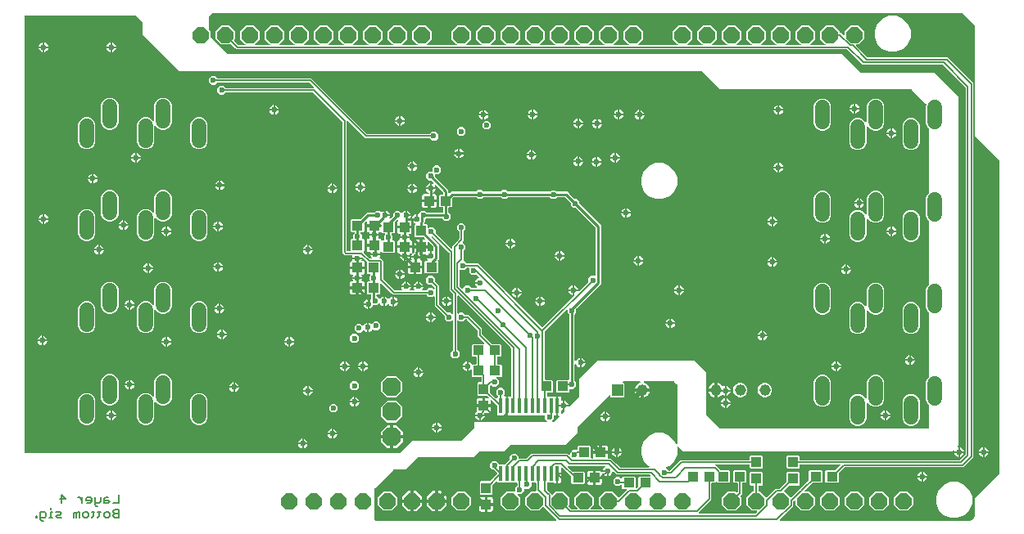
<source format=gbr>
G04 EAGLE Gerber RS-274X export*
G75*
%MOMM*%
%FSLAX34Y34*%
%LPD*%
%INBottom Copper*%
%IPPOS*%
%AMOC8*
5,1,8,0,0,1.08239X$1,22.5*%
G01*
%ADD10C,0.152400*%
%ADD11R,1.100000X1.000000*%
%ADD12R,1.000000X1.100000*%
%ADD13P,1.814519X8X22.500000*%
%ADD14P,2.089446X8X22.500000*%
%ADD15R,1.160000X1.160000*%
%ADD16C,1.160000*%
%ADD17R,0.431800X1.612900*%
%ADD18C,1.500000*%
%ADD19C,0.600000*%
%ADD20C,0.254000*%
%ADD21C,0.150000*%
%ADD22C,0.508000*%

G36*
X393790Y75454D02*
X393790Y75454D01*
X393881Y75461D01*
X393911Y75473D01*
X393943Y75479D01*
X394023Y75521D01*
X394107Y75557D01*
X394139Y75583D01*
X394160Y75594D01*
X394182Y75617D01*
X394238Y75662D01*
X406715Y88139D01*
X457200Y88139D01*
X457290Y88154D01*
X457381Y88161D01*
X457411Y88173D01*
X457443Y88179D01*
X457523Y88221D01*
X457607Y88257D01*
X457639Y88283D01*
X457660Y88294D01*
X457682Y88317D01*
X457738Y88362D01*
X470438Y101062D01*
X470491Y101136D01*
X470551Y101205D01*
X470563Y101235D01*
X470582Y101261D01*
X470609Y101348D01*
X470643Y101433D01*
X470647Y101474D01*
X470654Y101497D01*
X470653Y101529D01*
X470661Y101600D01*
X470661Y107189D01*
X545008Y107189D01*
X545079Y107200D01*
X545151Y107202D01*
X545200Y107220D01*
X545251Y107229D01*
X545315Y107262D01*
X545382Y107287D01*
X545423Y107319D01*
X545469Y107344D01*
X545518Y107396D01*
X545574Y107440D01*
X545602Y107484D01*
X545638Y107522D01*
X545668Y107587D01*
X545707Y107647D01*
X545720Y107698D01*
X545742Y107745D01*
X545749Y107816D01*
X545767Y107886D01*
X545763Y107938D01*
X545769Y107989D01*
X545753Y108060D01*
X545748Y108131D01*
X545727Y108179D01*
X545716Y108230D01*
X545680Y108291D01*
X545652Y108357D01*
X545607Y108413D01*
X545590Y108441D01*
X545572Y108456D01*
X545547Y108488D01*
X543699Y110336D01*
X543699Y113562D01*
X543695Y113582D01*
X543698Y113601D01*
X543676Y113703D01*
X543659Y113805D01*
X543650Y113822D01*
X543645Y113842D01*
X543592Y113931D01*
X543544Y114022D01*
X543529Y114036D01*
X543519Y114053D01*
X543441Y114120D01*
X543366Y114192D01*
X543347Y114200D01*
X543332Y114213D01*
X543236Y114252D01*
X543142Y114295D01*
X543123Y114297D01*
X543104Y114305D01*
X542937Y114323D01*
X540495Y114323D01*
X540472Y114338D01*
X540389Y114398D01*
X540370Y114404D01*
X540353Y114415D01*
X540252Y114440D01*
X540154Y114470D01*
X540133Y114470D01*
X540114Y114475D01*
X540011Y114467D01*
X539908Y114464D01*
X539889Y114457D01*
X539869Y114455D01*
X539774Y114415D01*
X539677Y114379D01*
X539661Y114367D01*
X539643Y114359D01*
X539598Y114323D01*
X533995Y114323D01*
X533972Y114338D01*
X533889Y114398D01*
X533870Y114404D01*
X533853Y114415D01*
X533752Y114440D01*
X533654Y114470D01*
X533633Y114470D01*
X533614Y114475D01*
X533511Y114467D01*
X533408Y114464D01*
X533389Y114457D01*
X533369Y114456D01*
X533274Y114415D01*
X533177Y114380D01*
X533161Y114367D01*
X533143Y114359D01*
X533098Y114323D01*
X527495Y114323D01*
X527472Y114338D01*
X527389Y114398D01*
X527370Y114404D01*
X527353Y114415D01*
X527252Y114440D01*
X527154Y114470D01*
X527133Y114470D01*
X527114Y114475D01*
X527011Y114467D01*
X526908Y114464D01*
X526889Y114457D01*
X526869Y114455D01*
X526774Y114415D01*
X526677Y114379D01*
X526661Y114367D01*
X526643Y114359D01*
X526598Y114323D01*
X520995Y114323D01*
X520972Y114338D01*
X520889Y114398D01*
X520870Y114404D01*
X520853Y114415D01*
X520752Y114440D01*
X520653Y114470D01*
X520633Y114470D01*
X520614Y114475D01*
X520511Y114467D01*
X520408Y114464D01*
X520389Y114457D01*
X520369Y114455D01*
X520274Y114415D01*
X520177Y114379D01*
X520161Y114367D01*
X520143Y114359D01*
X520098Y114323D01*
X514495Y114323D01*
X514472Y114338D01*
X514389Y114398D01*
X514370Y114404D01*
X514353Y114415D01*
X514252Y114440D01*
X514153Y114470D01*
X514133Y114470D01*
X514114Y114475D01*
X514011Y114467D01*
X513908Y114464D01*
X513889Y114457D01*
X513869Y114455D01*
X513774Y114415D01*
X513677Y114379D01*
X513661Y114367D01*
X513643Y114359D01*
X513598Y114323D01*
X508065Y114323D01*
X507951Y114305D01*
X507838Y114289D01*
X507829Y114285D01*
X507822Y114284D01*
X507803Y114273D01*
X507684Y114221D01*
X507231Y113960D01*
X506722Y113823D01*
X505379Y113823D01*
X505379Y123571D01*
X505376Y123590D01*
X505378Y123610D01*
X505356Y123712D01*
X505339Y123814D01*
X505330Y123831D01*
X505325Y123851D01*
X505301Y123892D01*
X505307Y123908D01*
X505351Y124001D01*
X505353Y124021D01*
X505360Y124039D01*
X505379Y124206D01*
X505379Y133954D01*
X506722Y133954D01*
X507231Y133817D01*
X507684Y133556D01*
X507792Y133515D01*
X507898Y133472D01*
X507908Y133471D01*
X507915Y133469D01*
X507937Y133468D01*
X508065Y133454D01*
X508237Y133454D01*
X508257Y133457D01*
X508276Y133455D01*
X508378Y133477D01*
X508480Y133493D01*
X508497Y133503D01*
X508517Y133507D01*
X508606Y133560D01*
X508697Y133609D01*
X508711Y133623D01*
X508728Y133633D01*
X508795Y133712D01*
X508867Y133787D01*
X508875Y133805D01*
X508888Y133820D01*
X508927Y133916D01*
X508970Y134010D01*
X508972Y134030D01*
X508980Y134048D01*
X508998Y134215D01*
X508998Y183226D01*
X508984Y183316D01*
X508976Y183407D01*
X508964Y183437D01*
X508959Y183469D01*
X508916Y183550D01*
X508880Y183633D01*
X508854Y183666D01*
X508843Y183686D01*
X508820Y183708D01*
X508775Y183764D01*
X454400Y238139D01*
X454342Y238181D01*
X454290Y238231D01*
X454243Y238253D01*
X454201Y238283D01*
X454132Y238304D01*
X454067Y238334D01*
X454015Y238340D01*
X453965Y238355D01*
X453894Y238353D01*
X453823Y238361D01*
X453772Y238350D01*
X453720Y238349D01*
X453652Y238324D01*
X453582Y238309D01*
X453537Y238282D01*
X453489Y238265D01*
X453433Y238220D01*
X453371Y238183D01*
X453337Y238143D01*
X453297Y238111D01*
X453258Y238051D01*
X453211Y237996D01*
X453192Y237948D01*
X453164Y237904D01*
X453146Y237834D01*
X453119Y237768D01*
X453111Y237697D01*
X453103Y237665D01*
X453105Y237642D01*
X453101Y237601D01*
X453101Y220004D01*
X453112Y219933D01*
X453114Y219861D01*
X453132Y219812D01*
X453140Y219761D01*
X453174Y219697D01*
X453199Y219630D01*
X453231Y219589D01*
X453256Y219543D01*
X453308Y219494D01*
X453352Y219438D01*
X453396Y219410D01*
X453434Y219374D01*
X453499Y219344D01*
X453559Y219305D01*
X453610Y219292D01*
X453657Y219270D01*
X453728Y219263D01*
X453798Y219245D01*
X453850Y219249D01*
X453901Y219243D01*
X453972Y219259D01*
X454043Y219264D01*
X454091Y219284D01*
X454142Y219296D01*
X454203Y219332D01*
X454269Y219360D01*
X454325Y219405D01*
X454353Y219422D01*
X454368Y219440D01*
X454400Y219465D01*
X455336Y220401D01*
X459064Y220401D01*
X461091Y218374D01*
X461165Y218321D01*
X461235Y218261D01*
X461265Y218249D01*
X461291Y218230D01*
X461378Y218203D01*
X461463Y218169D01*
X461504Y218165D01*
X461526Y218158D01*
X461558Y218159D01*
X461630Y218151D01*
X464482Y218151D01*
X478501Y204132D01*
X478501Y198282D01*
X478515Y198192D01*
X478523Y198101D01*
X478535Y198071D01*
X478540Y198039D01*
X478583Y197958D01*
X478619Y197874D01*
X478645Y197842D01*
X478656Y197822D01*
X478679Y197799D01*
X478724Y197743D01*
X488339Y188128D01*
X488413Y188075D01*
X488482Y188015D01*
X488513Y188003D01*
X488539Y187984D01*
X488626Y187958D01*
X488711Y187923D01*
X488752Y187919D01*
X488774Y187912D01*
X488806Y187913D01*
X488877Y187905D01*
X498001Y187905D01*
X498880Y187026D01*
X498880Y175783D01*
X498001Y174904D01*
X495141Y174904D01*
X495121Y174900D01*
X495101Y174903D01*
X495000Y174881D01*
X494898Y174864D01*
X494880Y174855D01*
X494861Y174850D01*
X494772Y174797D01*
X494681Y174749D01*
X494667Y174734D01*
X494650Y174724D01*
X494582Y174645D01*
X494511Y174570D01*
X494503Y174552D01*
X494490Y174537D01*
X494451Y174441D01*
X494408Y174347D01*
X494405Y174328D01*
X494398Y174309D01*
X494379Y174142D01*
X494379Y167564D01*
X494383Y167544D01*
X494380Y167524D01*
X494402Y167423D01*
X494419Y167321D01*
X494428Y167304D01*
X494433Y167284D01*
X494486Y167195D01*
X494534Y167104D01*
X494549Y167090D01*
X494559Y167073D01*
X494638Y167006D01*
X494713Y166934D01*
X494731Y166926D01*
X494746Y166913D01*
X494842Y166874D01*
X494936Y166831D01*
X494955Y166829D01*
X494974Y166821D01*
X495141Y166803D01*
X498250Y166803D01*
X499129Y165924D01*
X499129Y154680D01*
X498250Y153801D01*
X494482Y153801D01*
X494411Y153790D01*
X494339Y153788D01*
X494290Y153770D01*
X494239Y153761D01*
X494176Y153728D01*
X494108Y153703D01*
X494068Y153671D01*
X494021Y153646D01*
X493972Y153594D01*
X493916Y153550D01*
X493888Y153506D01*
X493852Y153468D01*
X493822Y153403D01*
X493783Y153343D01*
X493770Y153292D01*
X493748Y153245D01*
X493741Y153174D01*
X493723Y153104D01*
X493727Y153052D01*
X493721Y153000D01*
X493737Y152930D01*
X493742Y152859D01*
X493763Y152811D01*
X493774Y152760D01*
X493810Y152699D01*
X493839Y152633D01*
X493883Y152577D01*
X493900Y152549D01*
X493918Y152534D01*
X493943Y152502D01*
X495991Y150454D01*
X495991Y146726D01*
X493354Y144089D01*
X489626Y144089D01*
X488406Y145309D01*
X488390Y145321D01*
X488377Y145336D01*
X488290Y145392D01*
X488206Y145453D01*
X488187Y145458D01*
X488170Y145469D01*
X488070Y145494D01*
X487971Y145525D01*
X487951Y145524D01*
X487932Y145529D01*
X487829Y145521D01*
X487725Y145519D01*
X487706Y145512D01*
X487687Y145510D01*
X487592Y145470D01*
X487494Y145434D01*
X487479Y145422D01*
X487460Y145414D01*
X487329Y145309D01*
X486964Y144944D01*
X486911Y144870D01*
X486851Y144800D01*
X486839Y144770D01*
X486820Y144744D01*
X486794Y144657D01*
X486760Y144572D01*
X486755Y144531D01*
X486748Y144509D01*
X486749Y144477D01*
X486741Y144405D01*
X486741Y138446D01*
X486756Y138356D01*
X486763Y138265D01*
X486776Y138235D01*
X486781Y138203D01*
X486824Y138122D01*
X486859Y138038D01*
X486885Y138006D01*
X486896Y137986D01*
X486919Y137963D01*
X486964Y137907D01*
X492841Y132031D01*
X492899Y131989D01*
X492951Y131940D01*
X492998Y131918D01*
X493040Y131887D01*
X493109Y131866D01*
X493174Y131836D01*
X493226Y131830D01*
X493276Y131815D01*
X493347Y131817D01*
X493418Y131809D01*
X493469Y131820D01*
X493521Y131821D01*
X493589Y131846D01*
X493659Y131861D01*
X493704Y131888D01*
X493752Y131906D01*
X493808Y131951D01*
X493870Y131987D01*
X493904Y132027D01*
X493944Y132059D01*
X493983Y132120D01*
X494030Y132174D01*
X494049Y132223D01*
X494077Y132266D01*
X494095Y132336D01*
X494122Y132402D01*
X494130Y132474D01*
X494138Y132505D01*
X494136Y132528D01*
X494140Y132569D01*
X494140Y132575D01*
X495033Y133467D01*
X495045Y133484D01*
X495060Y133496D01*
X495116Y133583D01*
X495177Y133667D01*
X495182Y133686D01*
X495193Y133703D01*
X495218Y133803D01*
X495249Y133902D01*
X495248Y133922D01*
X495253Y133941D01*
X495245Y134044D01*
X495243Y134148D01*
X495236Y134167D01*
X495234Y134187D01*
X495194Y134282D01*
X495158Y134379D01*
X495146Y134395D01*
X495138Y134413D01*
X495033Y134544D01*
X493339Y136238D01*
X493339Y139966D01*
X495976Y142603D01*
X499704Y142603D01*
X502341Y139966D01*
X502341Y136238D01*
X501356Y135253D01*
X501314Y135195D01*
X501265Y135143D01*
X501243Y135096D01*
X501213Y135054D01*
X501192Y134985D01*
X501161Y134920D01*
X501156Y134868D01*
X501140Y134818D01*
X501142Y134747D01*
X501134Y134676D01*
X501145Y134625D01*
X501147Y134573D01*
X501171Y134505D01*
X501187Y134435D01*
X501213Y134390D01*
X501231Y134342D01*
X501276Y134286D01*
X501313Y134224D01*
X501352Y134190D01*
X501385Y134150D01*
X501445Y134111D01*
X501500Y134064D01*
X501548Y134045D01*
X501592Y134017D01*
X501661Y133999D01*
X501728Y133972D01*
X501799Y133964D01*
X501830Y133956D01*
X501854Y133958D01*
X501895Y133954D01*
X503221Y133954D01*
X503221Y124206D01*
X503224Y124187D01*
X503222Y124167D01*
X503244Y124065D01*
X503261Y123963D01*
X503270Y123946D01*
X503274Y123926D01*
X503299Y123885D01*
X503293Y123869D01*
X503249Y123776D01*
X503247Y123756D01*
X503240Y123738D01*
X503221Y123571D01*
X503221Y113823D01*
X501878Y113823D01*
X501369Y113960D01*
X500916Y114221D01*
X500808Y114262D01*
X500702Y114305D01*
X500692Y114306D01*
X500685Y114308D01*
X500663Y114309D01*
X500535Y114323D01*
X495019Y114323D01*
X494140Y115202D01*
X494140Y124050D01*
X494126Y124140D01*
X494118Y124231D01*
X494106Y124261D01*
X494101Y124293D01*
X494058Y124373D01*
X494022Y124457D01*
X493996Y124489D01*
X493985Y124510D01*
X493962Y124532D01*
X493917Y124588D01*
X488541Y129965D01*
X488482Y130007D01*
X488430Y130056D01*
X488383Y130078D01*
X488341Y130108D01*
X488272Y130130D01*
X488207Y130160D01*
X488156Y130165D01*
X488106Y130181D01*
X488034Y130179D01*
X487963Y130187D01*
X487912Y130176D01*
X487860Y130174D01*
X487793Y130150D01*
X487723Y130135D01*
X487678Y130108D01*
X487629Y130090D01*
X487573Y130045D01*
X487511Y130008D01*
X487478Y129969D01*
X487437Y129936D01*
X487398Y129876D01*
X487351Y129821D01*
X487332Y129773D01*
X487304Y129729D01*
X487286Y129660D01*
X487260Y129593D01*
X487252Y129522D01*
X487244Y129491D01*
X487246Y129468D01*
X487241Y129427D01*
X487241Y125926D01*
X481764Y125926D01*
X481764Y131904D01*
X484764Y131904D01*
X484835Y131915D01*
X484906Y131917D01*
X484955Y131935D01*
X485007Y131943D01*
X485070Y131977D01*
X485137Y132002D01*
X485178Y132034D01*
X485224Y132059D01*
X485273Y132110D01*
X485329Y132155D01*
X485358Y132199D01*
X485393Y132237D01*
X485424Y132302D01*
X485462Y132362D01*
X485475Y132413D01*
X485497Y132460D01*
X485505Y132531D01*
X485523Y132601D01*
X485518Y132653D01*
X485524Y132704D01*
X485509Y132775D01*
X485503Y132846D01*
X485483Y132894D01*
X485472Y132945D01*
X485435Y133006D01*
X485407Y133072D01*
X485362Y133128D01*
X485346Y133156D01*
X485328Y133171D01*
X485302Y133203D01*
X484326Y134179D01*
X484252Y134232D01*
X484183Y134292D01*
X484153Y134304D01*
X484126Y134323D01*
X484039Y134350D01*
X483955Y134384D01*
X483914Y134388D01*
X483891Y134395D01*
X483859Y134394D01*
X483788Y134402D01*
X474619Y134402D01*
X473740Y135281D01*
X473740Y147525D01*
X474619Y148404D01*
X477228Y148404D01*
X477248Y148407D01*
X477268Y148405D01*
X477369Y148427D01*
X477471Y148443D01*
X477489Y148453D01*
X477508Y148457D01*
X477597Y148510D01*
X477688Y148559D01*
X477702Y148573D01*
X477719Y148583D01*
X477787Y148662D01*
X477858Y148737D01*
X477866Y148755D01*
X477879Y148770D01*
X477918Y148866D01*
X477961Y148960D01*
X477964Y148980D01*
X477971Y148998D01*
X477990Y149165D01*
X477990Y153040D01*
X477986Y153060D01*
X477989Y153079D01*
X477967Y153181D01*
X477950Y153283D01*
X477941Y153300D01*
X477936Y153320D01*
X477883Y153409D01*
X477835Y153500D01*
X477820Y153514D01*
X477810Y153531D01*
X477731Y153598D01*
X477656Y153669D01*
X477638Y153678D01*
X477623Y153691D01*
X477527Y153730D01*
X477433Y153773D01*
X477414Y153775D01*
X477395Y153783D01*
X477228Y153801D01*
X469007Y153801D01*
X468128Y154680D01*
X468128Y160768D01*
X468116Y160839D01*
X468115Y160911D01*
X468097Y160960D01*
X468088Y161011D01*
X468055Y161074D01*
X468030Y161142D01*
X467997Y161182D01*
X467973Y161228D01*
X467921Y161277D01*
X467876Y161334D01*
X467833Y161362D01*
X467795Y161398D01*
X467730Y161428D01*
X467669Y161467D01*
X467619Y161479D01*
X467572Y161501D01*
X467500Y161509D01*
X467431Y161527D01*
X467379Y161523D01*
X467327Y161528D01*
X467257Y161513D01*
X467186Y161507D01*
X467138Y161487D01*
X467087Y161476D01*
X467025Y161439D01*
X466959Y161411D01*
X466903Y161366D01*
X466876Y161350D01*
X466861Y161332D01*
X466828Y161306D01*
X466621Y161098D01*
X465480Y160440D01*
X464424Y160157D01*
X464424Y164987D01*
X464421Y165006D01*
X464423Y165026D01*
X464410Y165086D01*
X464424Y165213D01*
X464424Y170043D01*
X465480Y169760D01*
X466621Y169102D01*
X467552Y168171D01*
X468122Y167183D01*
X468164Y167131D01*
X468199Y167073D01*
X468242Y167036D01*
X468277Y166993D01*
X468335Y166957D01*
X468386Y166913D01*
X468438Y166892D01*
X468486Y166862D01*
X468551Y166846D01*
X468614Y166821D01*
X468693Y166812D01*
X468725Y166805D01*
X468746Y166807D01*
X468781Y166803D01*
X472117Y166803D01*
X472136Y166806D01*
X472156Y166804D01*
X472257Y166826D01*
X472359Y166842D01*
X472377Y166852D01*
X472397Y166856D01*
X472486Y166909D01*
X472577Y166957D01*
X472591Y166972D01*
X472608Y166982D01*
X472675Y167061D01*
X472746Y167136D01*
X472755Y167154D01*
X472768Y167169D01*
X472806Y167265D01*
X472850Y167359D01*
X472852Y167379D01*
X472859Y167397D01*
X472878Y167564D01*
X472878Y174142D01*
X472875Y174162D01*
X472877Y174182D01*
X472855Y174283D01*
X472838Y174385D01*
X472829Y174403D01*
X472825Y174422D01*
X472771Y174511D01*
X472723Y174602D01*
X472709Y174616D01*
X472698Y174633D01*
X472620Y174701D01*
X472545Y174772D01*
X472527Y174780D01*
X472512Y174793D01*
X472415Y174832D01*
X472322Y174875D01*
X472302Y174878D01*
X472283Y174885D01*
X472117Y174904D01*
X468758Y174904D01*
X467879Y175783D01*
X467879Y187026D01*
X468758Y187905D01*
X480358Y187905D01*
X480429Y187917D01*
X480501Y187918D01*
X480550Y187936D01*
X480601Y187945D01*
X480664Y187978D01*
X480732Y188003D01*
X480772Y188035D01*
X480818Y188060D01*
X480868Y188112D01*
X480924Y188157D01*
X480952Y188200D01*
X480988Y188238D01*
X481018Y188303D01*
X481057Y188364D01*
X481069Y188414D01*
X481091Y188461D01*
X481099Y188533D01*
X481117Y188602D01*
X481113Y188654D01*
X481118Y188706D01*
X481103Y188776D01*
X481098Y188847D01*
X481077Y188895D01*
X481066Y188946D01*
X481029Y189008D01*
X481001Y189074D01*
X480957Y189130D01*
X480940Y189157D01*
X480922Y189172D01*
X480896Y189205D01*
X475541Y194560D01*
X473999Y196102D01*
X473999Y201952D01*
X473985Y202042D01*
X473977Y202133D01*
X473965Y202163D01*
X473960Y202195D01*
X473917Y202276D01*
X473881Y202360D01*
X473855Y202392D01*
X473844Y202413D01*
X473821Y202435D01*
X473776Y202491D01*
X462841Y213426D01*
X462767Y213479D01*
X462697Y213539D01*
X462667Y213551D01*
X462641Y213570D01*
X462554Y213597D01*
X462469Y213631D01*
X462428Y213635D01*
X462406Y213642D01*
X462374Y213641D01*
X462302Y213649D01*
X461630Y213649D01*
X461540Y213635D01*
X461449Y213627D01*
X461419Y213615D01*
X461387Y213610D01*
X461306Y213567D01*
X461222Y213531D01*
X461190Y213505D01*
X461169Y213494D01*
X461147Y213471D01*
X461091Y213426D01*
X459064Y211399D01*
X455336Y211399D01*
X454400Y212335D01*
X454342Y212377D01*
X454290Y212426D01*
X454243Y212448D01*
X454201Y212478D01*
X454132Y212499D01*
X454067Y212530D01*
X454015Y212535D01*
X453965Y212551D01*
X453894Y212549D01*
X453823Y212557D01*
X453772Y212546D01*
X453720Y212544D01*
X453652Y212520D01*
X453582Y212504D01*
X453537Y212478D01*
X453489Y212460D01*
X453433Y212415D01*
X453371Y212378D01*
X453337Y212339D01*
X453297Y212306D01*
X453258Y212246D01*
X453211Y212191D01*
X453192Y212143D01*
X453164Y212099D01*
X453146Y212030D01*
X453119Y211963D01*
X453111Y211892D01*
X453103Y211861D01*
X453105Y211837D01*
X453101Y211796D01*
X453101Y182230D01*
X453115Y182140D01*
X453123Y182049D01*
X453135Y182019D01*
X453140Y181987D01*
X453183Y181906D01*
X453219Y181822D01*
X453245Y181790D01*
X453256Y181769D01*
X453279Y181747D01*
X453324Y181691D01*
X455351Y179664D01*
X455351Y175936D01*
X452714Y173299D01*
X448986Y173299D01*
X446349Y175936D01*
X446349Y179664D01*
X448376Y181691D01*
X448429Y181765D01*
X448489Y181835D01*
X448501Y181865D01*
X448520Y181891D01*
X448547Y181978D01*
X448581Y182063D01*
X448585Y182104D01*
X448592Y182126D01*
X448591Y182158D01*
X448599Y182230D01*
X448599Y211796D01*
X448588Y211867D01*
X448586Y211939D01*
X448568Y211988D01*
X448560Y212039D01*
X448526Y212103D01*
X448501Y212170D01*
X448469Y212211D01*
X448444Y212257D01*
X448392Y212306D01*
X448348Y212362D01*
X448304Y212390D01*
X448266Y212426D01*
X448201Y212456D01*
X448141Y212495D01*
X448090Y212508D01*
X448043Y212530D01*
X447972Y212537D01*
X447902Y212555D01*
X447850Y212551D01*
X447799Y212557D01*
X447728Y212541D01*
X447657Y212536D01*
X447609Y212516D01*
X447558Y212504D01*
X447497Y212468D01*
X447431Y212440D01*
X447375Y212395D01*
X447347Y212378D01*
X447332Y212360D01*
X447300Y212335D01*
X446364Y211399D01*
X442636Y211399D01*
X439999Y214036D01*
X439999Y216902D01*
X439985Y216992D01*
X439977Y217083D01*
X439965Y217113D01*
X439960Y217145D01*
X439917Y217226D01*
X439881Y217310D01*
X439855Y217342D01*
X439844Y217363D01*
X439821Y217385D01*
X439776Y217441D01*
X429549Y227668D01*
X429549Y237196D01*
X429538Y237267D01*
X429536Y237339D01*
X429518Y237388D01*
X429510Y237439D01*
X429476Y237503D01*
X429451Y237570D01*
X429419Y237611D01*
X429394Y237657D01*
X429342Y237706D01*
X429298Y237762D01*
X429254Y237790D01*
X429216Y237826D01*
X429151Y237856D01*
X429091Y237895D01*
X429040Y237908D01*
X428993Y237930D01*
X428922Y237937D01*
X428852Y237955D01*
X428800Y237951D01*
X428749Y237957D01*
X428678Y237941D01*
X428607Y237936D01*
X428559Y237916D01*
X428508Y237904D01*
X428447Y237868D01*
X428381Y237840D01*
X428325Y237795D01*
X428297Y237778D01*
X428282Y237760D01*
X428250Y237735D01*
X427314Y236799D01*
X423586Y236799D01*
X421559Y238826D01*
X421485Y238879D01*
X421415Y238939D01*
X421385Y238951D01*
X421359Y238970D01*
X421272Y238997D01*
X421187Y239031D01*
X421146Y239035D01*
X421124Y239042D01*
X421092Y239041D01*
X421020Y239049D01*
X386418Y239049D01*
X384876Y240591D01*
X374940Y250527D01*
X374882Y250569D01*
X374830Y250618D01*
X374783Y250640D01*
X374741Y250670D01*
X374672Y250691D01*
X374607Y250722D01*
X374555Y250727D01*
X374505Y250743D01*
X374434Y250741D01*
X374363Y250749D01*
X374312Y250738D01*
X374260Y250736D01*
X374192Y250712D01*
X374122Y250696D01*
X374077Y250670D01*
X374029Y250652D01*
X373973Y250607D01*
X373911Y250570D01*
X373877Y250531D01*
X373837Y250498D01*
X373798Y250438D01*
X373751Y250383D01*
X373732Y250335D01*
X373704Y250291D01*
X373686Y250222D01*
X373659Y250155D01*
X373651Y250084D01*
X373643Y250053D01*
X373645Y250029D01*
X373641Y249988D01*
X373641Y240504D01*
X372762Y239625D01*
X370172Y239625D01*
X370152Y239622D01*
X370133Y239624D01*
X370031Y239602D01*
X369929Y239586D01*
X369912Y239576D01*
X369892Y239572D01*
X369803Y239519D01*
X369712Y239470D01*
X369698Y239456D01*
X369681Y239446D01*
X369614Y239367D01*
X369542Y239292D01*
X369534Y239274D01*
X369521Y239259D01*
X369482Y239163D01*
X369439Y239069D01*
X369437Y239049D01*
X369429Y239031D01*
X369411Y238864D01*
X369411Y237999D01*
X369414Y237979D01*
X369412Y237959D01*
X369434Y237858D01*
X369450Y237756D01*
X369460Y237738D01*
X369464Y237719D01*
X369517Y237630D01*
X369566Y237539D01*
X369580Y237525D01*
X369590Y237508D01*
X369669Y237440D01*
X369744Y237369D01*
X369762Y237361D01*
X369777Y237348D01*
X369873Y237309D01*
X369967Y237266D01*
X369987Y237263D01*
X370005Y237256D01*
X370172Y237237D01*
X370284Y237237D01*
X372077Y235445D01*
X372093Y235434D01*
X372105Y235418D01*
X372192Y235362D01*
X372276Y235302D01*
X372295Y235296D01*
X372312Y235285D01*
X372412Y235260D01*
X372511Y235229D01*
X372531Y235230D01*
X372551Y235225D01*
X372654Y235233D01*
X372757Y235236D01*
X372776Y235243D01*
X372796Y235244D01*
X372891Y235284D01*
X372988Y235320D01*
X373004Y235333D01*
X373022Y235340D01*
X373153Y235445D01*
X374119Y236412D01*
X375260Y237070D01*
X376316Y237353D01*
X376316Y232523D01*
X376319Y232504D01*
X376317Y232484D01*
X376330Y232424D01*
X376316Y232297D01*
X376316Y227467D01*
X375260Y227750D01*
X374119Y228408D01*
X373188Y229339D01*
X373025Y229622D01*
X372980Y229677D01*
X372965Y229702D01*
X372947Y229718D01*
X372876Y229807D01*
X372872Y229809D01*
X372870Y229812D01*
X372770Y229874D01*
X372669Y229940D01*
X372665Y229941D01*
X372661Y229943D01*
X372546Y229971D01*
X372430Y230000D01*
X372426Y229999D01*
X372422Y230000D01*
X372303Y229990D01*
X372185Y229981D01*
X372181Y229979D01*
X372177Y229979D01*
X372068Y229931D01*
X371959Y229884D01*
X371955Y229881D01*
X371952Y229880D01*
X371942Y229871D01*
X371828Y229780D01*
X370284Y228236D01*
X366553Y228236D01*
X366510Y228229D01*
X366466Y228231D01*
X366389Y228209D01*
X366311Y228196D01*
X366272Y228176D01*
X366230Y228164D01*
X366164Y228118D01*
X366093Y228081D01*
X366063Y228049D01*
X366027Y228024D01*
X365979Y227961D01*
X365924Y227903D01*
X365905Y227863D01*
X365879Y227828D01*
X365826Y227692D01*
X365820Y227680D01*
X365820Y227676D01*
X365818Y227672D01*
X365774Y227506D01*
X365115Y226366D01*
X364184Y225435D01*
X363044Y224776D01*
X361988Y224493D01*
X361988Y229323D01*
X361985Y229343D01*
X361987Y229362D01*
X361974Y229422D01*
X361988Y229549D01*
X361988Y234379D01*
X362911Y234132D01*
X363030Y234120D01*
X363147Y234107D01*
X363152Y234108D01*
X363156Y234107D01*
X363271Y234134D01*
X363388Y234159D01*
X363391Y234161D01*
X363396Y234162D01*
X363497Y234224D01*
X363599Y234285D01*
X363602Y234288D01*
X363605Y234291D01*
X363682Y234382D01*
X363759Y234472D01*
X363760Y234476D01*
X363763Y234479D01*
X363806Y234590D01*
X363851Y234700D01*
X363851Y234705D01*
X363853Y234708D01*
X363853Y234722D01*
X363869Y234867D01*
X363869Y238864D01*
X363866Y238884D01*
X363868Y238903D01*
X363846Y239005D01*
X363830Y239107D01*
X363820Y239124D01*
X363816Y239144D01*
X363763Y239233D01*
X363714Y239324D01*
X363700Y239338D01*
X363690Y239355D01*
X363611Y239422D01*
X363536Y239494D01*
X363518Y239502D01*
X363503Y239515D01*
X363407Y239554D01*
X363313Y239597D01*
X363293Y239599D01*
X363275Y239607D01*
X363108Y239625D01*
X360518Y239625D01*
X359639Y240504D01*
X359639Y251748D01*
X360518Y252627D01*
X362350Y252627D01*
X362421Y252638D01*
X362493Y252640D01*
X362542Y252658D01*
X362593Y252666D01*
X362657Y252700D01*
X362724Y252725D01*
X362765Y252757D01*
X362811Y252782D01*
X362860Y252834D01*
X362916Y252878D01*
X362944Y252922D01*
X362980Y252960D01*
X363010Y253025D01*
X363049Y253085D01*
X363062Y253136D01*
X363084Y253183D01*
X363091Y253254D01*
X363109Y253324D01*
X363105Y253376D01*
X363111Y253427D01*
X363095Y253498D01*
X363090Y253569D01*
X363070Y253617D01*
X363058Y253668D01*
X363022Y253729D01*
X362994Y253795D01*
X362949Y253851D01*
X362932Y253879D01*
X362914Y253894D01*
X362889Y253926D01*
X362139Y254676D01*
X362139Y258404D01*
X362889Y259154D01*
X362931Y259212D01*
X362980Y259264D01*
X363002Y259311D01*
X363032Y259353D01*
X363053Y259422D01*
X363084Y259487D01*
X363089Y259539D01*
X363105Y259589D01*
X363103Y259660D01*
X363111Y259731D01*
X363100Y259782D01*
X363098Y259834D01*
X363074Y259902D01*
X363058Y259972D01*
X363032Y260017D01*
X363014Y260065D01*
X362969Y260121D01*
X362932Y260183D01*
X362893Y260217D01*
X362860Y260257D01*
X362800Y260296D01*
X362745Y260343D01*
X362697Y260362D01*
X362653Y260390D01*
X362584Y260408D01*
X362517Y260435D01*
X362446Y260443D01*
X362415Y260451D01*
X362391Y260449D01*
X362350Y260453D01*
X360518Y260453D01*
X359639Y261332D01*
X359639Y272758D01*
X359655Y272810D01*
X359655Y272830D01*
X359660Y272850D01*
X359652Y272953D01*
X359649Y273056D01*
X359642Y273075D01*
X359640Y273095D01*
X359600Y273190D01*
X359565Y273287D01*
X359552Y273303D01*
X359544Y273322D01*
X359439Y273452D01*
X359397Y273495D01*
X355380Y277511D01*
X355306Y277564D01*
X355237Y277624D01*
X355207Y277636D01*
X355181Y277655D01*
X355094Y277682D01*
X355009Y277716D01*
X354968Y277720D01*
X354946Y277727D01*
X354913Y277726D01*
X354842Y277734D01*
X349363Y277734D01*
X349344Y277731D01*
X349324Y277733D01*
X349264Y277720D01*
X349137Y277734D01*
X344307Y277734D01*
X344612Y278871D01*
X344622Y278893D01*
X344625Y278921D01*
X344635Y278946D01*
X344638Y279042D01*
X344649Y279137D01*
X344643Y279164D01*
X344644Y279192D01*
X344617Y279284D01*
X344597Y279378D01*
X344583Y279402D01*
X344575Y279428D01*
X344520Y279507D01*
X344471Y279589D01*
X344450Y279607D01*
X344434Y279630D01*
X344357Y279687D01*
X344284Y279749D01*
X344258Y279759D01*
X344236Y279776D01*
X344145Y279805D01*
X344055Y279841D01*
X344021Y279845D01*
X344002Y279851D01*
X343969Y279850D01*
X343889Y279859D01*
X337142Y279859D01*
X334299Y282702D01*
X334299Y417852D01*
X334285Y417942D01*
X334277Y418033D01*
X334265Y418063D01*
X334260Y418095D01*
X334217Y418176D01*
X334181Y418260D01*
X334155Y418292D01*
X334144Y418313D01*
X334121Y418335D01*
X334076Y418391D01*
X304091Y448376D01*
X304017Y448429D01*
X303947Y448489D01*
X303917Y448501D01*
X303891Y448520D01*
X303804Y448547D01*
X303719Y448581D01*
X303678Y448585D01*
X303656Y448592D01*
X303624Y448591D01*
X303552Y448599D01*
X213980Y448599D01*
X213889Y448585D01*
X213799Y448577D01*
X213769Y448565D01*
X213737Y448560D01*
X213656Y448517D01*
X213572Y448481D01*
X213540Y448455D01*
X213519Y448444D01*
X213497Y448421D01*
X213441Y448376D01*
X211414Y446349D01*
X207686Y446349D01*
X205049Y448986D01*
X205049Y452714D01*
X207686Y455351D01*
X211414Y455351D01*
X213441Y453324D01*
X213515Y453271D01*
X213585Y453211D01*
X213615Y453199D01*
X213641Y453180D01*
X213728Y453153D01*
X213813Y453119D01*
X213854Y453115D01*
X213876Y453108D01*
X213908Y453109D01*
X213980Y453101D01*
X303878Y453101D01*
X303949Y453112D01*
X304021Y453114D01*
X304070Y453132D01*
X304121Y453140D01*
X304185Y453174D01*
X304252Y453199D01*
X304293Y453231D01*
X304339Y453256D01*
X304388Y453308D01*
X304444Y453352D01*
X304472Y453396D01*
X304508Y453434D01*
X304538Y453499D01*
X304577Y453559D01*
X304590Y453610D01*
X304612Y453657D01*
X304619Y453728D01*
X304637Y453798D01*
X304633Y453850D01*
X304639Y453901D01*
X304623Y453972D01*
X304618Y454043D01*
X304598Y454091D01*
X304586Y454142D01*
X304550Y454203D01*
X304522Y454269D01*
X304477Y454325D01*
X304460Y454353D01*
X304442Y454368D01*
X304417Y454400D01*
X300281Y458536D01*
X300207Y458589D01*
X300137Y458649D01*
X300107Y458661D01*
X300081Y458680D01*
X299994Y458707D01*
X299909Y458741D01*
X299868Y458745D01*
X299846Y458752D01*
X299814Y458751D01*
X299742Y458759D01*
X205090Y458759D01*
X205000Y458745D01*
X204909Y458737D01*
X204879Y458725D01*
X204847Y458720D01*
X204766Y458677D01*
X204682Y458641D01*
X204650Y458615D01*
X204629Y458604D01*
X204607Y458581D01*
X204551Y458536D01*
X202524Y456509D01*
X198796Y456509D01*
X196159Y459146D01*
X196159Y462874D01*
X198796Y465511D01*
X202524Y465511D01*
X204551Y463484D01*
X204625Y463431D01*
X204695Y463371D01*
X204725Y463359D01*
X204751Y463340D01*
X204838Y463313D01*
X204923Y463279D01*
X204964Y463275D01*
X204986Y463268D01*
X205018Y463269D01*
X205090Y463261D01*
X301922Y463261D01*
X359484Y405699D01*
X359558Y405646D01*
X359628Y405586D01*
X359658Y405574D01*
X359684Y405555D01*
X359771Y405528D01*
X359856Y405494D01*
X359897Y405490D01*
X359919Y405483D01*
X359951Y405484D01*
X360023Y405476D01*
X424195Y405476D01*
X424285Y405490D01*
X424376Y405498D01*
X424406Y405510D01*
X424438Y405515D01*
X424519Y405558D01*
X424603Y405594D01*
X424635Y405620D01*
X424656Y405631D01*
X424678Y405654D01*
X424734Y405699D01*
X426761Y407726D01*
X430489Y407726D01*
X433126Y405089D01*
X433126Y401361D01*
X430489Y398724D01*
X426761Y398724D01*
X424734Y400751D01*
X424660Y400804D01*
X424590Y400864D01*
X424560Y400876D01*
X424534Y400895D01*
X424447Y400922D01*
X424362Y400956D01*
X424321Y400960D01*
X424299Y400967D01*
X424267Y400966D01*
X424195Y400974D01*
X357843Y400974D01*
X340100Y418717D01*
X340042Y418759D01*
X339990Y418808D01*
X339943Y418830D01*
X339901Y418860D01*
X339832Y418881D01*
X339767Y418912D01*
X339715Y418917D01*
X339665Y418933D01*
X339594Y418931D01*
X339523Y418939D01*
X339472Y418928D01*
X339420Y418926D01*
X339352Y418902D01*
X339282Y418886D01*
X339237Y418860D01*
X339189Y418842D01*
X339133Y418797D01*
X339071Y418760D01*
X339037Y418721D01*
X338997Y418688D01*
X338958Y418628D01*
X338911Y418573D01*
X338892Y418525D01*
X338864Y418481D01*
X338846Y418412D01*
X338819Y418345D01*
X338811Y418274D01*
X338803Y418243D01*
X338805Y418219D01*
X338801Y418178D01*
X338801Y285122D01*
X338804Y285102D01*
X338802Y285083D01*
X338824Y284981D01*
X338840Y284879D01*
X338850Y284862D01*
X338854Y284842D01*
X338907Y284753D01*
X338956Y284662D01*
X338970Y284648D01*
X338980Y284631D01*
X339059Y284564D01*
X339134Y284492D01*
X339152Y284484D01*
X339167Y284471D01*
X339263Y284432D01*
X339357Y284389D01*
X339377Y284387D01*
X339395Y284379D01*
X339562Y284361D01*
X342132Y284361D01*
X342152Y284364D01*
X342171Y284362D01*
X342273Y284384D01*
X342375Y284400D01*
X342392Y284410D01*
X342412Y284414D01*
X342501Y284467D01*
X342592Y284516D01*
X342606Y284530D01*
X342623Y284540D01*
X342690Y284619D01*
X342762Y284694D01*
X342770Y284712D01*
X342783Y284727D01*
X342822Y284823D01*
X342865Y284917D01*
X342867Y284937D01*
X342875Y284955D01*
X342893Y285122D01*
X342893Y295944D01*
X343772Y296823D01*
X344632Y296823D01*
X344652Y296826D01*
X344671Y296824D01*
X344773Y296846D01*
X344875Y296862D01*
X344892Y296872D01*
X344912Y296876D01*
X345001Y296929D01*
X345092Y296978D01*
X345106Y296992D01*
X345123Y297002D01*
X345190Y297081D01*
X345262Y297156D01*
X345270Y297174D01*
X345283Y297189D01*
X345322Y297285D01*
X345365Y297379D01*
X345367Y297399D01*
X345375Y297417D01*
X345393Y297584D01*
X345393Y301584D01*
X346651Y302842D01*
X346693Y302900D01*
X346742Y302952D01*
X346764Y302999D01*
X346794Y303041D01*
X346815Y303110D01*
X346846Y303175D01*
X346851Y303227D01*
X346867Y303277D01*
X346865Y303348D01*
X346873Y303419D01*
X346862Y303470D01*
X346860Y303522D01*
X346836Y303590D01*
X346820Y303660D01*
X346794Y303705D01*
X346776Y303753D01*
X346731Y303809D01*
X346694Y303871D01*
X346655Y303905D01*
X346622Y303945D01*
X346562Y303984D01*
X346507Y304031D01*
X346459Y304050D01*
X346415Y304078D01*
X346346Y304096D01*
X346279Y304123D01*
X346208Y304131D01*
X346177Y304139D01*
X346153Y304137D01*
X346112Y304141D01*
X343772Y304141D01*
X342893Y305020D01*
X342893Y316264D01*
X343772Y317143D01*
X352161Y317143D01*
X352251Y317157D01*
X352342Y317165D01*
X352372Y317177D01*
X352404Y317182D01*
X352484Y317225D01*
X352568Y317261D01*
X352600Y317287D01*
X352621Y317298D01*
X352643Y317321D01*
X352699Y317366D01*
X359414Y324081D01*
X366930Y324081D01*
X367020Y324095D01*
X367111Y324103D01*
X367141Y324115D01*
X367173Y324120D01*
X367254Y324163D01*
X367338Y324199D01*
X367370Y324225D01*
X367391Y324236D01*
X367413Y324259D01*
X367469Y324304D01*
X368976Y325811D01*
X372704Y325811D01*
X373758Y324757D01*
X373774Y324745D01*
X373787Y324730D01*
X373874Y324674D01*
X373958Y324613D01*
X373977Y324607D01*
X373994Y324597D01*
X374094Y324571D01*
X374193Y324541D01*
X374213Y324541D01*
X374232Y324537D01*
X374335Y324545D01*
X374439Y324547D01*
X374458Y324554D01*
X374477Y324556D01*
X374573Y324596D01*
X374670Y324632D01*
X374685Y324644D01*
X374704Y324652D01*
X374835Y324757D01*
X375390Y325312D01*
X376530Y325970D01*
X377586Y326253D01*
X377586Y321423D01*
X377589Y321404D01*
X377587Y321384D01*
X377609Y321282D01*
X377625Y321180D01*
X377635Y321163D01*
X377639Y321143D01*
X377692Y321054D01*
X377741Y320963D01*
X377755Y320949D01*
X377765Y320932D01*
X377844Y320865D01*
X377919Y320794D01*
X377937Y320785D01*
X377945Y320779D01*
X377967Y320737D01*
X377981Y320723D01*
X377991Y320706D01*
X378070Y320639D01*
X378145Y320567D01*
X378163Y320559D01*
X378178Y320546D01*
X378275Y320507D01*
X378368Y320464D01*
X378388Y320462D01*
X378406Y320454D01*
X378573Y320436D01*
X383403Y320436D01*
X383120Y319380D01*
X383018Y319202D01*
X383009Y319180D01*
X382995Y319160D01*
X382966Y319065D01*
X382931Y318972D01*
X382930Y318948D01*
X382923Y318925D01*
X382925Y318826D01*
X382922Y318727D01*
X382928Y318703D01*
X382929Y318679D01*
X382963Y318586D01*
X382991Y318491D01*
X383005Y318471D01*
X383013Y318448D01*
X383076Y318371D01*
X383133Y318289D01*
X383152Y318275D01*
X383167Y318256D01*
X383251Y318202D01*
X383331Y318144D01*
X383354Y318136D01*
X383374Y318123D01*
X383470Y318099D01*
X383565Y318069D01*
X383589Y318069D01*
X383613Y318063D01*
X383711Y318071D01*
X383811Y318072D01*
X383834Y318080D01*
X383858Y318082D01*
X383949Y318121D01*
X384043Y318154D01*
X384062Y318169D01*
X384084Y318179D01*
X384215Y318283D01*
X386436Y320505D01*
X386489Y320579D01*
X386549Y320648D01*
X386561Y320678D01*
X386580Y320704D01*
X386607Y320792D01*
X386641Y320876D01*
X386645Y320917D01*
X386652Y320940D01*
X386651Y320972D01*
X386659Y321043D01*
X386659Y323174D01*
X389296Y325811D01*
X393024Y325811D01*
X394763Y324072D01*
X394860Y324002D01*
X394956Y323932D01*
X394960Y323930D01*
X394963Y323928D01*
X395076Y323893D01*
X395190Y323857D01*
X395194Y323857D01*
X395198Y323856D01*
X395317Y323859D01*
X395436Y323860D01*
X395440Y323862D01*
X395444Y323862D01*
X395556Y323903D01*
X395668Y323942D01*
X395671Y323945D01*
X395675Y323946D01*
X395768Y324021D01*
X395862Y324094D01*
X395865Y324098D01*
X395867Y324100D01*
X395875Y324112D01*
X395961Y324229D01*
X396048Y324381D01*
X396979Y325312D01*
X398120Y325970D01*
X399176Y326253D01*
X399176Y321423D01*
X399179Y321404D01*
X399177Y321384D01*
X399190Y321324D01*
X399176Y321197D01*
X399176Y316880D01*
X399179Y316860D01*
X399177Y316841D01*
X399199Y316739D01*
X399215Y316637D01*
X399225Y316620D01*
X399229Y316600D01*
X399282Y316511D01*
X399331Y316420D01*
X399345Y316406D01*
X399355Y316389D01*
X399434Y316322D01*
X399509Y316250D01*
X399527Y316242D01*
X399542Y316229D01*
X399638Y316190D01*
X399732Y316147D01*
X399752Y316145D01*
X399770Y316137D01*
X399937Y316119D01*
X400163Y316119D01*
X400183Y316122D01*
X400202Y316120D01*
X400304Y316142D01*
X400406Y316158D01*
X400423Y316168D01*
X400443Y316172D01*
X400532Y316225D01*
X400623Y316274D01*
X400637Y316288D01*
X400654Y316298D01*
X400721Y316377D01*
X400793Y316452D01*
X400801Y316470D01*
X400814Y316485D01*
X400853Y316581D01*
X400896Y316675D01*
X400898Y316695D01*
X400906Y316713D01*
X400924Y316880D01*
X400924Y320436D01*
X404993Y320436D01*
X404710Y319380D01*
X404052Y318239D01*
X403230Y317418D01*
X403189Y317360D01*
X403139Y317308D01*
X403117Y317261D01*
X403087Y317219D01*
X403066Y317150D01*
X403036Y317085D01*
X403030Y317033D01*
X403014Y316983D01*
X403016Y316912D01*
X403008Y316841D01*
X403019Y316790D01*
X403021Y316738D01*
X403045Y316670D01*
X403061Y316600D01*
X403087Y316555D01*
X403105Y316507D01*
X403150Y316451D01*
X403187Y316389D01*
X403226Y316355D01*
X403259Y316315D01*
X403319Y316276D01*
X403374Y316229D01*
X403422Y316210D01*
X403466Y316182D01*
X403535Y316164D01*
X403602Y316137D01*
X403673Y316129D01*
X403704Y316121D01*
X403728Y316123D01*
X403769Y316119D01*
X404407Y316119D01*
X404916Y315982D01*
X404920Y315980D01*
X404987Y315955D01*
X405050Y315921D01*
X405101Y315912D01*
X405150Y315893D01*
X405222Y315891D01*
X405292Y315878D01*
X405344Y315886D01*
X405396Y315884D01*
X405465Y315905D01*
X405536Y315915D01*
X405582Y315939D01*
X405632Y315954D01*
X405690Y315995D01*
X405754Y316028D01*
X405790Y316065D01*
X405833Y316095D01*
X405876Y316153D01*
X405925Y316205D01*
X405948Y316252D01*
X405979Y316293D01*
X406001Y316362D01*
X406032Y316427D01*
X406038Y316478D01*
X406054Y316528D01*
X406053Y316600D01*
X406055Y316623D01*
X410923Y316623D01*
X410942Y316626D01*
X410962Y316624D01*
X411064Y316646D01*
X411166Y316663D01*
X411183Y316672D01*
X411203Y316676D01*
X411292Y316730D01*
X411383Y316778D01*
X411397Y316792D01*
X411414Y316803D01*
X411481Y316881D01*
X411552Y316956D01*
X411561Y316974D01*
X411567Y316982D01*
X411609Y317004D01*
X411623Y317019D01*
X411640Y317029D01*
X411707Y317108D01*
X411779Y317183D01*
X411787Y317201D01*
X411800Y317216D01*
X411839Y317312D01*
X411882Y317406D01*
X411884Y317425D01*
X411892Y317444D01*
X411910Y317611D01*
X411910Y322440D01*
X412371Y322317D01*
X412490Y322305D01*
X412607Y322292D01*
X412612Y322293D01*
X412616Y322292D01*
X412731Y322319D01*
X412848Y322344D01*
X412851Y322346D01*
X412856Y322347D01*
X412957Y322409D01*
X413059Y322470D01*
X413062Y322473D01*
X413065Y322476D01*
X413142Y322567D01*
X413219Y322657D01*
X413220Y322661D01*
X413223Y322664D01*
X413266Y322774D01*
X413311Y322885D01*
X413311Y322890D01*
X413313Y322893D01*
X413313Y322907D01*
X413329Y323052D01*
X413329Y323174D01*
X415966Y325811D01*
X419694Y325811D01*
X421201Y324304D01*
X421275Y324251D01*
X421345Y324191D01*
X421375Y324179D01*
X421401Y324160D01*
X421488Y324133D01*
X421573Y324099D01*
X421614Y324095D01*
X421636Y324088D01*
X421668Y324089D01*
X421740Y324081D01*
X437530Y324081D01*
X437550Y324084D01*
X437569Y324082D01*
X437671Y324104D01*
X437773Y324120D01*
X437790Y324130D01*
X437810Y324134D01*
X437899Y324187D01*
X437990Y324236D01*
X438004Y324250D01*
X438021Y324260D01*
X438088Y324339D01*
X438160Y324414D01*
X438168Y324432D01*
X438181Y324447D01*
X438220Y324543D01*
X438263Y324637D01*
X438265Y324657D01*
X438273Y324675D01*
X438291Y324842D01*
X438291Y329034D01*
X438288Y329054D01*
X438290Y329073D01*
X438268Y329175D01*
X438252Y329277D01*
X438242Y329294D01*
X438238Y329314D01*
X438185Y329403D01*
X438136Y329494D01*
X438122Y329508D01*
X438112Y329525D01*
X438033Y329592D01*
X437958Y329664D01*
X437940Y329672D01*
X437925Y329685D01*
X437829Y329724D01*
X437735Y329767D01*
X437715Y329769D01*
X437697Y329777D01*
X437530Y329795D01*
X434940Y329795D01*
X434061Y330674D01*
X434061Y341918D01*
X434940Y342797D01*
X437530Y342797D01*
X437550Y342800D01*
X437569Y342798D01*
X437671Y342820D01*
X437773Y342836D01*
X437790Y342846D01*
X437810Y342850D01*
X437899Y342903D01*
X437990Y342952D01*
X438004Y342966D01*
X438021Y342976D01*
X438088Y343055D01*
X438160Y343130D01*
X438168Y343148D01*
X438181Y343163D01*
X438220Y343259D01*
X438263Y343353D01*
X438265Y343373D01*
X438273Y343391D01*
X438291Y343558D01*
X438291Y344875D01*
X438277Y344965D01*
X438269Y345056D01*
X438257Y345086D01*
X438252Y345118D01*
X438209Y345198D01*
X438173Y345282D01*
X438147Y345314D01*
X438136Y345335D01*
X438113Y345357D01*
X438068Y345413D01*
X431205Y352277D01*
X431186Y352291D01*
X431170Y352309D01*
X431086Y352362D01*
X431005Y352420D01*
X430982Y352427D01*
X430962Y352440D01*
X430865Y352463D01*
X430770Y352492D01*
X430746Y352492D01*
X430723Y352497D01*
X430624Y352489D01*
X430524Y352486D01*
X430502Y352478D01*
X430478Y352476D01*
X430387Y352436D01*
X430293Y352402D01*
X430274Y352387D01*
X430252Y352377D01*
X430179Y352310D01*
X430101Y352248D01*
X430088Y352228D01*
X430070Y352211D01*
X430022Y352125D01*
X429968Y352041D01*
X429962Y352018D01*
X429951Y351997D01*
X429932Y351899D01*
X429908Y351802D01*
X429910Y351778D01*
X429906Y351755D01*
X429920Y351656D01*
X429927Y351557D01*
X429937Y351535D01*
X429940Y351511D01*
X430008Y351358D01*
X430110Y351180D01*
X430393Y350124D01*
X426324Y350124D01*
X426324Y354193D01*
X427380Y353910D01*
X427558Y353808D01*
X427580Y353799D01*
X427600Y353785D01*
X427694Y353756D01*
X427788Y353721D01*
X427812Y353720D01*
X427835Y353713D01*
X427934Y353715D01*
X428033Y353711D01*
X428057Y353718D01*
X428081Y353719D01*
X428174Y353753D01*
X428269Y353781D01*
X428289Y353795D01*
X428312Y353803D01*
X428389Y353866D01*
X428471Y353923D01*
X428485Y353942D01*
X428504Y353957D01*
X428557Y354041D01*
X428616Y354121D01*
X428624Y354144D01*
X428637Y354164D01*
X428661Y354261D01*
X428691Y354355D01*
X428691Y354379D01*
X428697Y354403D01*
X428689Y354502D01*
X428688Y354601D01*
X428680Y354624D01*
X428678Y354648D01*
X428639Y354739D01*
X428606Y354833D01*
X428591Y354852D01*
X428581Y354874D01*
X428477Y355005D01*
X426255Y357226D01*
X426181Y357279D01*
X426112Y357339D01*
X426082Y357351D01*
X426056Y357370D01*
X425969Y357397D01*
X425884Y357431D01*
X425843Y357435D01*
X425820Y357442D01*
X425788Y357441D01*
X425717Y357449D01*
X423586Y357449D01*
X420949Y360086D01*
X420949Y363814D01*
X423586Y366451D01*
X426538Y366451D01*
X426558Y366454D01*
X426577Y366452D01*
X426679Y366474D01*
X426781Y366490D01*
X426798Y366500D01*
X426818Y366504D01*
X426907Y366557D01*
X426998Y366606D01*
X427012Y366620D01*
X427029Y366630D01*
X427096Y366709D01*
X427168Y366784D01*
X427176Y366802D01*
X427189Y366817D01*
X427228Y366913D01*
X427271Y367007D01*
X427273Y367027D01*
X427281Y367045D01*
X427299Y367212D01*
X427299Y370164D01*
X429936Y372801D01*
X433664Y372801D01*
X436301Y370164D01*
X436301Y366436D01*
X433664Y363799D01*
X430712Y363799D01*
X430692Y363796D01*
X430673Y363798D01*
X430571Y363776D01*
X430469Y363760D01*
X430452Y363750D01*
X430432Y363746D01*
X430343Y363693D01*
X430252Y363644D01*
X430238Y363630D01*
X430221Y363620D01*
X430154Y363541D01*
X430082Y363466D01*
X430074Y363448D01*
X430061Y363433D01*
X430022Y363337D01*
X429979Y363243D01*
X429977Y363223D01*
X429969Y363205D01*
X429951Y363038D01*
X429951Y361683D01*
X429965Y361593D01*
X429973Y361502D01*
X429985Y361472D01*
X429990Y361440D01*
X430033Y361360D01*
X430069Y361276D01*
X430095Y361244D01*
X430106Y361223D01*
X430129Y361201D01*
X430136Y361192D01*
X430144Y361178D01*
X430153Y361170D01*
X430174Y361145D01*
X441987Y349332D01*
X443833Y347486D01*
X443833Y344823D01*
X443844Y344752D01*
X443846Y344681D01*
X443864Y344632D01*
X443872Y344580D01*
X443906Y344517D01*
X443931Y344450D01*
X443963Y344409D01*
X443988Y344363D01*
X444040Y344313D01*
X444084Y344257D01*
X444128Y344229D01*
X444166Y344193D01*
X444231Y344163D01*
X444291Y344124D01*
X444342Y344112D01*
X444389Y344090D01*
X444460Y344082D01*
X444530Y344064D01*
X444582Y344068D01*
X444633Y344063D01*
X444704Y344078D01*
X444775Y344084D01*
X444823Y344104D01*
X444874Y344115D01*
X444935Y344152D01*
X445001Y344180D01*
X445057Y344225D01*
X445085Y344241D01*
X445100Y344259D01*
X445132Y344285D01*
X446518Y345671D01*
X472340Y345671D01*
X472430Y345685D01*
X472521Y345693D01*
X472551Y345705D01*
X472583Y345710D01*
X472664Y345753D01*
X472748Y345789D01*
X472780Y345815D01*
X472801Y345826D01*
X472811Y345837D01*
X472812Y345837D01*
X472825Y345851D01*
X472879Y345894D01*
X474386Y347401D01*
X478114Y347401D01*
X479621Y345894D01*
X479695Y345841D01*
X479765Y345781D01*
X479795Y345769D01*
X479821Y345750D01*
X479908Y345723D01*
X479993Y345689D01*
X480034Y345685D01*
X480056Y345678D01*
X480088Y345679D01*
X480160Y345671D01*
X497740Y345671D01*
X497830Y345685D01*
X497921Y345693D01*
X497951Y345705D01*
X497983Y345710D01*
X498064Y345753D01*
X498148Y345789D01*
X498180Y345815D01*
X498201Y345826D01*
X498211Y345837D01*
X498212Y345837D01*
X498225Y345851D01*
X498279Y345894D01*
X499786Y347401D01*
X503514Y347401D01*
X505021Y345894D01*
X505095Y345841D01*
X505165Y345781D01*
X505195Y345769D01*
X505221Y345750D01*
X505308Y345723D01*
X505393Y345689D01*
X505434Y345685D01*
X505456Y345678D01*
X505488Y345679D01*
X505560Y345671D01*
X548794Y345671D01*
X548884Y345685D01*
X548975Y345693D01*
X549005Y345705D01*
X549037Y345710D01*
X549118Y345753D01*
X549202Y345789D01*
X549234Y345815D01*
X549255Y345826D01*
X549265Y345837D01*
X549266Y345837D01*
X549279Y345851D01*
X549333Y345894D01*
X550586Y347147D01*
X554314Y347147D01*
X555567Y345894D01*
X555641Y345841D01*
X555711Y345781D01*
X555741Y345769D01*
X555767Y345750D01*
X555854Y345723D01*
X555939Y345689D01*
X555980Y345685D01*
X556002Y345678D01*
X556034Y345679D01*
X556106Y345671D01*
X566838Y345671D01*
X568684Y343825D01*
X574256Y338252D01*
X574330Y338199D01*
X574399Y338140D01*
X574430Y338128D01*
X574456Y338109D01*
X574543Y338082D01*
X574628Y338048D01*
X574669Y338043D01*
X574691Y338036D01*
X574723Y338037D01*
X574794Y338029D01*
X576693Y338029D01*
X579329Y335393D01*
X579329Y333494D01*
X579332Y333478D01*
X579330Y333463D01*
X579345Y333397D01*
X579351Y333313D01*
X579364Y333284D01*
X579369Y333252D01*
X579381Y333228D01*
X579383Y333223D01*
X579398Y333197D01*
X579412Y333171D01*
X579448Y333087D01*
X579473Y333055D01*
X579484Y333034D01*
X579508Y333012D01*
X579552Y332956D01*
X601631Y310878D01*
X601631Y250462D01*
X576180Y225012D01*
X576168Y224995D01*
X576153Y224983D01*
X576097Y224895D01*
X576036Y224812D01*
X576031Y224793D01*
X576020Y224776D01*
X575994Y224675D01*
X575964Y224577D01*
X575965Y224557D01*
X575960Y224537D01*
X575968Y224434D01*
X575970Y224331D01*
X575977Y224312D01*
X575979Y224292D01*
X576001Y224241D01*
X576001Y220386D01*
X574494Y218879D01*
X574441Y218805D01*
X574381Y218735D01*
X574369Y218705D01*
X574350Y218679D01*
X574323Y218592D01*
X574289Y218507D01*
X574285Y218466D01*
X574278Y218444D01*
X574279Y218412D01*
X574271Y218340D01*
X574271Y171154D01*
X574278Y171106D01*
X574277Y171058D01*
X574298Y170986D01*
X574310Y170911D01*
X574333Y170869D01*
X574347Y170822D01*
X574390Y170760D01*
X574426Y170693D01*
X574460Y170660D01*
X574488Y170621D01*
X574549Y170576D01*
X574604Y170524D01*
X574647Y170504D01*
X574686Y170476D01*
X574758Y170452D01*
X574827Y170420D01*
X574875Y170415D01*
X574920Y170401D01*
X574996Y170402D01*
X575071Y170393D01*
X575118Y170404D01*
X575166Y170404D01*
X575238Y170430D01*
X575312Y170446D01*
X575353Y170470D01*
X575398Y170486D01*
X575458Y170533D01*
X575523Y170572D01*
X575554Y170608D01*
X575592Y170638D01*
X575668Y170742D01*
X575683Y170759D01*
X575685Y170765D01*
X575691Y170773D01*
X576388Y171981D01*
X577319Y172912D01*
X578460Y173570D01*
X579516Y173853D01*
X579516Y169023D01*
X579519Y169004D01*
X579517Y168984D01*
X579530Y168924D01*
X579516Y168797D01*
X579516Y163967D01*
X578460Y164250D01*
X577319Y164908D01*
X576388Y165839D01*
X575691Y167047D01*
X575661Y167084D01*
X575638Y167127D01*
X575583Y167179D01*
X575535Y167237D01*
X575495Y167263D01*
X575460Y167296D01*
X575391Y167328D01*
X575327Y167368D01*
X575280Y167379D01*
X575237Y167400D01*
X575162Y167408D01*
X575088Y167426D01*
X575040Y167421D01*
X574993Y167427D01*
X574918Y167411D01*
X574843Y167404D01*
X574799Y167385D01*
X574752Y167374D01*
X574687Y167335D01*
X574618Y167305D01*
X574582Y167273D01*
X574541Y167248D01*
X574492Y167191D01*
X574436Y167140D01*
X574412Y167098D01*
X574381Y167061D01*
X574353Y166991D01*
X574316Y166925D01*
X574307Y166878D01*
X574289Y166833D01*
X574275Y166705D01*
X574271Y166683D01*
X574272Y166676D01*
X574271Y166666D01*
X574271Y149960D01*
X574285Y149870D01*
X574293Y149779D01*
X574305Y149749D01*
X574310Y149717D01*
X574353Y149636D01*
X574389Y149552D01*
X574415Y149520D01*
X574426Y149499D01*
X574449Y149477D01*
X574494Y149421D01*
X576001Y147914D01*
X576001Y144186D01*
X573364Y141549D01*
X569845Y141549D01*
X569825Y141546D01*
X569805Y141548D01*
X569704Y141526D01*
X569602Y141510D01*
X569584Y141500D01*
X569565Y141496D01*
X569476Y141443D01*
X569385Y141394D01*
X569371Y141380D01*
X569354Y141370D01*
X569287Y141291D01*
X569215Y141216D01*
X569207Y141198D01*
X569194Y141183D01*
X569155Y141087D01*
X569112Y140993D01*
X569109Y140973D01*
X569102Y140955D01*
X569084Y140788D01*
X569084Y138706D01*
X568204Y137827D01*
X555961Y137827D01*
X555082Y138706D01*
X555082Y149950D01*
X555961Y150829D01*
X567968Y150829D01*
X567988Y150832D01*
X568007Y150830D01*
X568109Y150852D01*
X568211Y150868D01*
X568228Y150878D01*
X568248Y150882D01*
X568337Y150935D01*
X568428Y150983D01*
X568442Y150998D01*
X568459Y151008D01*
X568526Y151087D01*
X568598Y151162D01*
X568606Y151180D01*
X568619Y151195D01*
X568658Y151291D01*
X568701Y151385D01*
X568703Y151405D01*
X568711Y151423D01*
X568729Y151590D01*
X568729Y218340D01*
X568715Y218430D01*
X568707Y218521D01*
X568695Y218551D01*
X568690Y218583D01*
X568647Y218664D01*
X568611Y218748D01*
X568585Y218780D01*
X568574Y218801D01*
X568551Y218823D01*
X568506Y218879D01*
X566999Y220386D01*
X566999Y222888D01*
X566988Y222959D01*
X566986Y223031D01*
X566968Y223080D01*
X566960Y223131D01*
X566926Y223195D01*
X566901Y223262D01*
X566869Y223303D01*
X566844Y223349D01*
X566792Y223398D01*
X566748Y223454D01*
X566704Y223482D01*
X566666Y223518D01*
X566601Y223548D01*
X566541Y223587D01*
X566490Y223600D01*
X566443Y223622D01*
X566372Y223629D01*
X566302Y223647D01*
X566250Y223643D01*
X566199Y223649D01*
X566128Y223633D01*
X566057Y223628D01*
X566009Y223608D01*
X565958Y223596D01*
X565897Y223560D01*
X565831Y223532D01*
X565775Y223487D01*
X565747Y223470D01*
X565732Y223452D01*
X565700Y223427D01*
X543747Y201473D01*
X543693Y201400D01*
X543634Y201330D01*
X543622Y201300D01*
X543603Y201274D01*
X543576Y201187D01*
X543542Y201102D01*
X543537Y201061D01*
X543531Y201039D01*
X543531Y201006D01*
X543524Y200935D01*
X543524Y151590D01*
X543527Y151570D01*
X543525Y151550D01*
X543547Y151449D01*
X543563Y151347D01*
X543573Y151330D01*
X543577Y151310D01*
X543630Y151221D01*
X543678Y151130D01*
X543693Y151116D01*
X543703Y151099D01*
X543782Y151032D01*
X543857Y150960D01*
X543875Y150952D01*
X543890Y150939D01*
X543986Y150900D01*
X544080Y150857D01*
X544100Y150855D01*
X544118Y150847D01*
X544285Y150829D01*
X551204Y150829D01*
X552084Y149950D01*
X552084Y138706D01*
X551204Y137827D01*
X546312Y137827D01*
X546292Y137824D01*
X546272Y137826D01*
X546171Y137804D01*
X546069Y137787D01*
X546052Y137778D01*
X546032Y137774D01*
X545943Y137721D01*
X545852Y137672D01*
X545838Y137658D01*
X545821Y137648D01*
X545754Y137569D01*
X545682Y137494D01*
X545674Y137476D01*
X545661Y137461D01*
X545622Y137365D01*
X545579Y137271D01*
X545577Y137251D01*
X545569Y137233D01*
X545551Y137066D01*
X545551Y134215D01*
X545554Y134195D01*
X545552Y134176D01*
X545574Y134074D01*
X545590Y133972D01*
X545600Y133955D01*
X545604Y133935D01*
X545657Y133846D01*
X545706Y133755D01*
X545720Y133741D01*
X545730Y133724D01*
X545809Y133657D01*
X545884Y133585D01*
X545902Y133577D01*
X545917Y133564D01*
X546006Y133528D01*
X546012Y133523D01*
X546028Y133511D01*
X546040Y133495D01*
X546128Y133439D01*
X546211Y133379D01*
X546230Y133373D01*
X546247Y133362D01*
X546348Y133337D01*
X546446Y133307D01*
X546467Y133307D01*
X546486Y133302D01*
X546589Y133310D01*
X546692Y133313D01*
X546711Y133320D01*
X546731Y133321D01*
X546826Y133362D01*
X546923Y133397D01*
X546939Y133410D01*
X546957Y133418D01*
X547002Y133454D01*
X552535Y133454D01*
X552648Y133472D01*
X552762Y133488D01*
X552771Y133492D01*
X552778Y133493D01*
X552797Y133504D01*
X552916Y133556D01*
X553369Y133817D01*
X553878Y133954D01*
X555221Y133954D01*
X555221Y124206D01*
X555224Y124187D01*
X555222Y124167D01*
X555244Y124065D01*
X555261Y123963D01*
X555270Y123946D01*
X555274Y123926D01*
X555299Y123885D01*
X555293Y123869D01*
X555249Y123776D01*
X555247Y123756D01*
X555240Y123738D01*
X555221Y123571D01*
X555221Y113823D01*
X553878Y113823D01*
X553658Y113882D01*
X553540Y113894D01*
X553422Y113907D01*
X553418Y113906D01*
X553414Y113906D01*
X553299Y113880D01*
X553182Y113855D01*
X553178Y113852D01*
X553174Y113852D01*
X553073Y113790D01*
X552970Y113728D01*
X552968Y113725D01*
X552964Y113723D01*
X552888Y113633D01*
X552811Y113542D01*
X552809Y113538D01*
X552806Y113534D01*
X552764Y113425D01*
X552719Y113313D01*
X552718Y113308D01*
X552717Y113305D01*
X552716Y113292D01*
X552700Y113147D01*
X552700Y110336D01*
X550852Y108488D01*
X550810Y108430D01*
X550761Y108378D01*
X550739Y108331D01*
X550709Y108289D01*
X550688Y108220D01*
X550657Y108155D01*
X550652Y108103D01*
X550636Y108053D01*
X550638Y107982D01*
X550630Y107911D01*
X550641Y107860D01*
X550643Y107808D01*
X550667Y107740D01*
X550682Y107670D01*
X550709Y107626D01*
X550727Y107577D01*
X550772Y107521D01*
X550809Y107459D01*
X550848Y107425D01*
X550881Y107385D01*
X550941Y107346D01*
X550996Y107299D01*
X551044Y107280D01*
X551088Y107252D01*
X551157Y107234D01*
X551224Y107207D01*
X551295Y107199D01*
X551326Y107191D01*
X551350Y107193D01*
X551390Y107189D01*
X552450Y107189D01*
X552540Y107204D01*
X552631Y107211D01*
X552661Y107223D01*
X552693Y107229D01*
X552773Y107271D01*
X552857Y107307D01*
X552889Y107333D01*
X552910Y107344D01*
X552932Y107367D01*
X552988Y107412D01*
X558100Y112524D01*
X558142Y112582D01*
X558192Y112634D01*
X558213Y112681D01*
X558244Y112723D01*
X558265Y112792D01*
X558295Y112857D01*
X558301Y112909D01*
X558316Y112959D01*
X558314Y113030D01*
X558322Y113102D01*
X558311Y113152D01*
X558310Y113204D01*
X558285Y113272D01*
X558270Y113342D01*
X558243Y113386D01*
X558225Y113435D01*
X558180Y113492D01*
X558144Y113553D01*
X558104Y113587D01*
X558072Y113627D01*
X558011Y113666D01*
X557957Y113713D01*
X557909Y113732D01*
X557865Y113760D01*
X557795Y113778D01*
X557729Y113805D01*
X557657Y113813D01*
X557626Y113821D01*
X557603Y113819D01*
X557562Y113823D01*
X557379Y113823D01*
X557379Y123571D01*
X557376Y123590D01*
X557378Y123610D01*
X557356Y123712D01*
X557339Y123814D01*
X557330Y123831D01*
X557325Y123851D01*
X557301Y123892D01*
X557307Y123908D01*
X557351Y124001D01*
X557353Y124021D01*
X557360Y124039D01*
X557379Y124206D01*
X557379Y133954D01*
X558722Y133954D01*
X559231Y133817D01*
X559687Y133554D01*
X560060Y133181D01*
X560323Y132725D01*
X560460Y132216D01*
X560460Y130053D01*
X560479Y129936D01*
X560497Y129818D01*
X560499Y129814D01*
X560499Y129810D01*
X560555Y129705D01*
X560610Y129600D01*
X560613Y129597D01*
X560615Y129593D01*
X560700Y129512D01*
X560786Y129428D01*
X560790Y129426D01*
X560793Y129424D01*
X560901Y129373D01*
X561008Y129322D01*
X561012Y129322D01*
X561016Y129320D01*
X561134Y129307D01*
X561252Y129292D01*
X561257Y129293D01*
X561260Y129293D01*
X561274Y129296D01*
X561418Y129318D01*
X561736Y129403D01*
X561736Y124573D01*
X561739Y124554D01*
X561737Y124534D01*
X561750Y124474D01*
X561736Y124347D01*
X561736Y119517D01*
X561418Y119602D01*
X561299Y119614D01*
X561181Y119627D01*
X561177Y119626D01*
X561173Y119627D01*
X561058Y119600D01*
X560941Y119575D01*
X560938Y119573D01*
X560933Y119572D01*
X560832Y119510D01*
X560730Y119449D01*
X560727Y119446D01*
X560724Y119443D01*
X560647Y119352D01*
X560570Y119262D01*
X560569Y119258D01*
X560566Y119255D01*
X560523Y119144D01*
X560478Y119034D01*
X560478Y119029D01*
X560476Y119026D01*
X560476Y119012D01*
X560460Y118867D01*
X560460Y116721D01*
X560471Y116650D01*
X560473Y116579D01*
X560491Y116530D01*
X560499Y116478D01*
X560533Y116415D01*
X560558Y116348D01*
X560590Y116307D01*
X560615Y116261D01*
X560666Y116212D01*
X560711Y116155D01*
X560755Y116127D01*
X560793Y116091D01*
X560858Y116061D01*
X560918Y116022D01*
X560969Y116010D01*
X561016Y115988D01*
X561087Y115980D01*
X561157Y115962D01*
X561209Y115966D01*
X561260Y115961D01*
X561331Y115976D01*
X561402Y115982D01*
X561450Y116002D01*
X561501Y116013D01*
X561562Y116050D01*
X561628Y116078D01*
X561684Y116123D01*
X561712Y116139D01*
X561727Y116157D01*
X561759Y116183D01*
X563736Y118160D01*
X563778Y118218D01*
X563828Y118270D01*
X563850Y118317D01*
X563880Y118359D01*
X563901Y118428D01*
X563931Y118493D01*
X563937Y118545D01*
X563952Y118595D01*
X563950Y118666D01*
X563958Y118737D01*
X563947Y118788D01*
X563946Y118840D01*
X563921Y118908D01*
X563906Y118978D01*
X563879Y119022D01*
X563861Y119071D01*
X563817Y119127D01*
X563780Y119189D01*
X563740Y119223D01*
X563708Y119263D01*
X563647Y119302D01*
X563593Y119349D01*
X563545Y119368D01*
X563501Y119396D01*
X563484Y119401D01*
X563484Y123586D01*
X567674Y123586D01*
X567684Y123566D01*
X567709Y123499D01*
X567741Y123458D01*
X567766Y123412D01*
X567817Y123363D01*
X567862Y123307D01*
X567906Y123278D01*
X567944Y123242D01*
X568009Y123212D01*
X568069Y123174D01*
X568120Y123161D01*
X568167Y123139D01*
X568238Y123131D01*
X568308Y123113D01*
X568360Y123118D01*
X568411Y123112D01*
X568482Y123127D01*
X568553Y123133D01*
X568601Y123153D01*
X568652Y123164D01*
X568713Y123201D01*
X568779Y123229D01*
X568835Y123274D01*
X568863Y123290D01*
X568878Y123308D01*
X568910Y123334D01*
X578388Y132812D01*
X578441Y132886D01*
X578501Y132955D01*
X578513Y132985D01*
X578532Y133011D01*
X578559Y133098D01*
X578593Y133183D01*
X578597Y133224D01*
X578604Y133247D01*
X578603Y133279D01*
X578611Y133350D01*
X578611Y152085D01*
X597215Y170689D01*
X698185Y170689D01*
X710439Y158435D01*
X710439Y114300D01*
X710454Y114210D01*
X710461Y114119D01*
X710473Y114089D01*
X710479Y114057D01*
X710521Y113977D01*
X710557Y113893D01*
X710583Y113861D01*
X710594Y113840D01*
X710617Y113818D01*
X710662Y113762D01*
X723362Y101062D01*
X723436Y101009D01*
X723505Y100949D01*
X723535Y100937D01*
X723561Y100918D01*
X723648Y100891D01*
X723733Y100857D01*
X723774Y100853D01*
X723797Y100846D01*
X723829Y100847D01*
X723900Y100839D01*
X939800Y100839D01*
X939820Y100842D01*
X939839Y100840D01*
X939941Y100862D01*
X940043Y100879D01*
X940060Y100888D01*
X940080Y100892D01*
X940169Y100945D01*
X940260Y100994D01*
X940274Y101008D01*
X940291Y101018D01*
X940358Y101097D01*
X940430Y101172D01*
X940438Y101190D01*
X940451Y101205D01*
X940490Y101301D01*
X940533Y101395D01*
X940535Y101415D01*
X940543Y101433D01*
X940561Y101600D01*
X940561Y124744D01*
X940547Y124835D01*
X940539Y124925D01*
X940527Y124955D01*
X940522Y124987D01*
X940479Y125068D01*
X940443Y125152D01*
X940417Y125184D01*
X940406Y125205D01*
X940383Y125227D01*
X940338Y125283D01*
X938520Y127101D01*
X937149Y130410D01*
X937149Y148990D01*
X938520Y152299D01*
X940338Y154117D01*
X940391Y154191D01*
X940451Y154261D01*
X940463Y154291D01*
X940482Y154317D01*
X940509Y154404D01*
X940543Y154489D01*
X940547Y154530D01*
X940554Y154552D01*
X940553Y154584D01*
X940561Y154656D01*
X940561Y219994D01*
X940547Y220085D01*
X940539Y220175D01*
X940527Y220205D01*
X940522Y220237D01*
X940479Y220318D01*
X940443Y220402D01*
X940417Y220434D01*
X940406Y220455D01*
X940383Y220477D01*
X940338Y220533D01*
X938520Y222351D01*
X937149Y225660D01*
X937149Y244240D01*
X938520Y247549D01*
X940338Y249367D01*
X940391Y249441D01*
X940451Y249511D01*
X940463Y249541D01*
X940482Y249567D01*
X940509Y249654D01*
X940543Y249739D01*
X940547Y249780D01*
X940554Y249802D01*
X940553Y249834D01*
X940561Y249906D01*
X940561Y315244D01*
X940559Y315259D01*
X940560Y315272D01*
X940546Y315335D01*
X940539Y315425D01*
X940527Y315455D01*
X940522Y315487D01*
X940479Y315568D01*
X940443Y315652D01*
X940417Y315684D01*
X940406Y315705D01*
X940383Y315727D01*
X940338Y315783D01*
X938520Y317601D01*
X937149Y320910D01*
X937149Y339490D01*
X938520Y342799D01*
X940338Y344617D01*
X940391Y344691D01*
X940451Y344761D01*
X940463Y344791D01*
X940482Y344817D01*
X940509Y344904D01*
X940543Y344989D01*
X940547Y345030D01*
X940554Y345052D01*
X940553Y345084D01*
X940561Y345156D01*
X940561Y410494D01*
X940547Y410585D01*
X940539Y410675D01*
X940527Y410705D01*
X940522Y410737D01*
X940479Y410818D01*
X940443Y410902D01*
X940417Y410934D01*
X940406Y410955D01*
X940383Y410977D01*
X940338Y411033D01*
X938520Y412851D01*
X937149Y416160D01*
X937149Y434740D01*
X937557Y435725D01*
X937584Y435838D01*
X937612Y435952D01*
X937612Y435958D01*
X937613Y435964D01*
X937602Y436081D01*
X937593Y436197D01*
X937591Y436203D01*
X937590Y436209D01*
X937542Y436317D01*
X937497Y436424D01*
X937492Y436429D01*
X937490Y436434D01*
X937477Y436448D01*
X937392Y436554D01*
X922558Y451388D01*
X922484Y451441D01*
X922415Y451501D01*
X922385Y451513D01*
X922359Y451532D01*
X922272Y451559D01*
X922187Y451593D01*
X922146Y451597D01*
X922123Y451604D01*
X922091Y451603D01*
X922020Y451611D01*
X724215Y451611D01*
X705388Y470438D01*
X705314Y470491D01*
X705245Y470551D01*
X705215Y470563D01*
X705189Y470582D01*
X705102Y470609D01*
X705017Y470643D01*
X704976Y470647D01*
X704953Y470654D01*
X704921Y470653D01*
X704850Y470661D01*
X165415Y470661D01*
X127761Y508315D01*
X127761Y520700D01*
X127747Y520790D01*
X127739Y520881D01*
X127727Y520911D01*
X127722Y520943D01*
X127679Y521023D01*
X127643Y521107D01*
X127617Y521139D01*
X127606Y521160D01*
X127583Y521182D01*
X127538Y521238D01*
X121188Y527588D01*
X121114Y527641D01*
X121045Y527701D01*
X121015Y527713D01*
X120989Y527732D01*
X120902Y527759D01*
X120817Y527793D01*
X120776Y527797D01*
X120753Y527804D01*
X120721Y527803D01*
X120650Y527811D01*
X6451Y527811D01*
X6337Y527793D01*
X6220Y527775D01*
X6214Y527773D01*
X6208Y527772D01*
X6106Y527717D01*
X6001Y527664D01*
X5996Y527659D01*
X5991Y527656D01*
X5911Y527572D01*
X5829Y527488D01*
X5825Y527482D01*
X5822Y527478D01*
X5814Y527461D01*
X5748Y527341D01*
X5647Y527097D01*
X5632Y527034D01*
X5607Y526973D01*
X5598Y526890D01*
X5591Y526858D01*
X5592Y526839D01*
X5589Y526806D01*
X5589Y76200D01*
X5592Y76180D01*
X5590Y76161D01*
X5612Y76059D01*
X5629Y75957D01*
X5638Y75940D01*
X5642Y75920D01*
X5695Y75831D01*
X5744Y75740D01*
X5758Y75726D01*
X5768Y75709D01*
X5847Y75642D01*
X5922Y75571D01*
X5940Y75562D01*
X5955Y75549D01*
X6051Y75510D01*
X6145Y75467D01*
X6165Y75465D01*
X6183Y75457D01*
X6350Y75439D01*
X393700Y75439D01*
X393790Y75454D01*
G37*
G36*
X981892Y5044D02*
X981892Y5044D01*
X981943Y5044D01*
X983013Y5150D01*
X983048Y5159D01*
X983084Y5160D01*
X983226Y5203D01*
X984687Y5808D01*
X984750Y5847D01*
X984816Y5877D01*
X984874Y5924D01*
X984895Y5937D01*
X984905Y5950D01*
X984931Y5971D01*
X987169Y8209D01*
X987212Y8269D01*
X987262Y8322D01*
X987297Y8388D01*
X987311Y8408D01*
X987316Y8424D01*
X987332Y8453D01*
X987937Y9914D01*
X987945Y9950D01*
X987961Y9983D01*
X987990Y10127D01*
X988096Y11197D01*
X988094Y11219D01*
X988099Y11270D01*
X988099Y28232D01*
X1013280Y53412D01*
X1013337Y53492D01*
X1013399Y53567D01*
X1013407Y53590D01*
X1013422Y53611D01*
X1013450Y53704D01*
X1013485Y53795D01*
X1013488Y53828D01*
X1013493Y53844D01*
X1013492Y53869D01*
X1013499Y53942D01*
X1013499Y377858D01*
X1013483Y377954D01*
X1013474Y378051D01*
X1013464Y378074D01*
X1013460Y378099D01*
X1013414Y378185D01*
X1013373Y378273D01*
X1013352Y378299D01*
X1013345Y378314D01*
X1013326Y378331D01*
X1013280Y378388D01*
X990528Y401140D01*
X990527Y401140D01*
X988099Y403568D01*
X988099Y517558D01*
X988097Y517571D01*
X988098Y517576D01*
X988093Y517598D01*
X988083Y517654D01*
X988074Y517751D01*
X988064Y517774D01*
X988060Y517799D01*
X988014Y517885D01*
X987973Y517973D01*
X987952Y517999D01*
X987945Y518014D01*
X987926Y518031D01*
X987880Y518088D01*
X975288Y530680D01*
X975208Y530737D01*
X975133Y530799D01*
X975110Y530807D01*
X975089Y530822D01*
X974996Y530850D01*
X974905Y530885D01*
X974872Y530888D01*
X974856Y530893D01*
X974831Y530892D01*
X974758Y530899D01*
X199950Y530899D01*
X199854Y530883D01*
X199757Y530874D01*
X199734Y530864D01*
X199709Y530860D01*
X199623Y530814D01*
X199534Y530773D01*
X199509Y530752D01*
X199494Y530745D01*
X199477Y530726D01*
X199420Y530680D01*
X196320Y527580D01*
X196263Y527500D01*
X196202Y527425D01*
X196193Y527402D01*
X196178Y527381D01*
X196150Y527288D01*
X196115Y527197D01*
X196112Y527164D01*
X196107Y527148D01*
X196108Y527123D01*
X196101Y527050D01*
X196101Y514146D01*
X196117Y514050D01*
X196126Y513953D01*
X196136Y513930D01*
X196140Y513905D01*
X196186Y513819D01*
X196227Y513730D01*
X196248Y513705D01*
X196255Y513690D01*
X196274Y513673D01*
X196320Y513616D01*
X197843Y512094D01*
X197843Y506258D01*
X197845Y506246D01*
X197844Y506240D01*
X197849Y506221D01*
X197859Y506162D01*
X197868Y506065D01*
X197878Y506042D01*
X197882Y506017D01*
X197928Y505931D01*
X197969Y505842D01*
X197990Y505817D01*
X197997Y505802D01*
X198016Y505785D01*
X198062Y505728D01*
X215370Y488420D01*
X215450Y488363D01*
X215525Y488302D01*
X215548Y488293D01*
X215569Y488278D01*
X215662Y488250D01*
X215753Y488215D01*
X215786Y488212D01*
X215802Y488207D01*
X215827Y488208D01*
X215900Y488201D01*
X850590Y488201D01*
X869420Y469370D01*
X869500Y469313D01*
X869575Y469252D01*
X869598Y469243D01*
X869619Y469228D01*
X869712Y469200D01*
X869803Y469165D01*
X869836Y469162D01*
X869852Y469157D01*
X869877Y469158D01*
X869950Y469151D01*
X945840Y469151D01*
X970801Y444190D01*
X970801Y82860D01*
X970420Y82480D01*
X970377Y82420D01*
X970327Y82366D01*
X970307Y82322D01*
X970278Y82281D01*
X970257Y82211D01*
X970226Y82144D01*
X970221Y82095D01*
X970207Y82048D01*
X970210Y81975D01*
X970202Y81901D01*
X970213Y81853D01*
X970215Y81804D01*
X970241Y81735D01*
X970258Y81664D01*
X970284Y81622D01*
X970301Y81576D01*
X970347Y81519D01*
X970386Y81456D01*
X970424Y81425D01*
X970456Y81387D01*
X970518Y81348D01*
X970575Y81301D01*
X970621Y81284D01*
X970663Y81258D01*
X970676Y81255D01*
X970676Y77074D01*
X966492Y77074D01*
X966475Y77106D01*
X966449Y77174D01*
X966418Y77213D01*
X966395Y77256D01*
X966341Y77306D01*
X966294Y77363D01*
X966252Y77389D01*
X966217Y77423D01*
X966150Y77453D01*
X966087Y77492D01*
X966039Y77503D01*
X965994Y77524D01*
X965921Y77531D01*
X965850Y77548D01*
X965801Y77543D01*
X965751Y77548D01*
X965680Y77531D01*
X965607Y77524D01*
X965562Y77504D01*
X965514Y77492D01*
X965451Y77454D01*
X965384Y77423D01*
X965328Y77377D01*
X965306Y77364D01*
X965296Y77351D01*
X965270Y77330D01*
X964890Y76949D01*
X686110Y76949D01*
X681450Y81610D01*
X681390Y81653D01*
X681336Y81703D01*
X681292Y81723D01*
X681251Y81752D01*
X681181Y81773D01*
X681114Y81804D01*
X681065Y81809D01*
X681018Y81823D01*
X680945Y81820D01*
X680871Y81828D01*
X680823Y81817D01*
X680774Y81815D01*
X680705Y81789D01*
X680634Y81772D01*
X680592Y81746D01*
X680546Y81729D01*
X680489Y81683D01*
X680426Y81644D01*
X680395Y81606D01*
X680357Y81574D01*
X680318Y81512D01*
X680271Y81455D01*
X680254Y81409D01*
X680228Y81367D01*
X680211Y81296D01*
X680185Y81227D01*
X680178Y81154D01*
X680172Y81130D01*
X680174Y81113D01*
X680171Y81080D01*
X680171Y73790D01*
X677354Y66990D01*
X672150Y61786D01*
X669086Y60517D01*
X669044Y60491D01*
X668998Y60473D01*
X668941Y60427D01*
X668878Y60388D01*
X668847Y60350D01*
X668809Y60319D01*
X668770Y60256D01*
X668723Y60199D01*
X668706Y60153D01*
X668680Y60112D01*
X668663Y60040D01*
X668637Y59971D01*
X668636Y59922D01*
X668625Y59874D01*
X668632Y59801D01*
X668629Y59727D01*
X668644Y59680D01*
X668648Y59631D01*
X668679Y59564D01*
X668700Y59493D01*
X668729Y59453D01*
X668749Y59409D01*
X668842Y59296D01*
X668842Y59295D01*
X671045Y57092D01*
X671124Y57035D01*
X671199Y56973D01*
X671223Y56965D01*
X671243Y56950D01*
X671336Y56922D01*
X671428Y56887D01*
X671461Y56884D01*
X671477Y56879D01*
X671502Y56880D01*
X671575Y56873D01*
X672264Y56873D01*
X672361Y56889D01*
X672458Y56898D01*
X672480Y56908D01*
X672505Y56912D01*
X672591Y56958D01*
X672680Y56999D01*
X672706Y57020D01*
X672720Y57027D01*
X672737Y57046D01*
X672794Y57092D01*
X683615Y67913D01*
X754750Y67913D01*
X754774Y67917D01*
X754799Y67914D01*
X754894Y67936D01*
X754991Y67952D01*
X755012Y67964D01*
X755036Y67970D01*
X755120Y68021D01*
X755206Y68067D01*
X755223Y68085D01*
X755244Y68098D01*
X755306Y68174D01*
X755373Y68245D01*
X755383Y68268D01*
X755399Y68287D01*
X755433Y68378D01*
X755474Y68468D01*
X755476Y68492D01*
X755485Y68515D01*
X755499Y68662D01*
X755499Y71772D01*
X756378Y72651D01*
X767622Y72651D01*
X768501Y71772D01*
X768501Y59528D01*
X767622Y58649D01*
X756378Y58649D01*
X755499Y59528D01*
X755499Y62638D01*
X755495Y62662D01*
X755498Y62687D01*
X755476Y62782D01*
X755460Y62879D01*
X755448Y62900D01*
X755442Y62924D01*
X755391Y63008D01*
X755345Y63094D01*
X755327Y63111D01*
X755314Y63132D01*
X755238Y63194D01*
X755167Y63261D01*
X755144Y63271D01*
X755125Y63287D01*
X755034Y63321D01*
X754944Y63362D01*
X754920Y63364D01*
X754897Y63373D01*
X754750Y63387D01*
X720522Y63387D01*
X720449Y63375D01*
X720376Y63373D01*
X720330Y63356D01*
X720281Y63348D01*
X720216Y63313D01*
X720147Y63287D01*
X720109Y63256D01*
X720066Y63233D01*
X720015Y63179D01*
X719959Y63132D01*
X719932Y63090D01*
X719899Y63055D01*
X719868Y62988D01*
X719830Y62925D01*
X719818Y62877D01*
X719798Y62832D01*
X719791Y62759D01*
X719774Y62688D01*
X719779Y62639D01*
X719774Y62589D01*
X719791Y62518D01*
X719798Y62445D01*
X719818Y62400D01*
X719829Y62352D01*
X719868Y62289D01*
X719898Y62222D01*
X719945Y62166D01*
X719958Y62144D01*
X719971Y62134D01*
X719992Y62108D01*
X721692Y60408D01*
X724580Y57520D01*
X724659Y57463D01*
X724734Y57401D01*
X724758Y57393D01*
X724778Y57378D01*
X724871Y57350D01*
X724963Y57315D01*
X724996Y57312D01*
X725012Y57307D01*
X725036Y57308D01*
X725110Y57301D01*
X734222Y57301D01*
X735101Y56422D01*
X735101Y45178D01*
X734222Y44299D01*
X721978Y44299D01*
X721255Y45023D01*
X721235Y45037D01*
X721219Y45056D01*
X721136Y45108D01*
X721056Y45165D01*
X721033Y45172D01*
X721012Y45185D01*
X720917Y45207D01*
X720823Y45236D01*
X720798Y45235D01*
X720775Y45241D01*
X720677Y45231D01*
X720579Y45228D01*
X720556Y45219D01*
X720532Y45217D01*
X720442Y45177D01*
X720351Y45142D01*
X720332Y45127D01*
X720309Y45116D01*
X720195Y45023D01*
X719472Y44299D01*
X716350Y44299D01*
X716326Y44295D01*
X716301Y44298D01*
X716206Y44276D01*
X716109Y44260D01*
X716088Y44248D01*
X716064Y44242D01*
X715980Y44191D01*
X715894Y44145D01*
X715877Y44127D01*
X715856Y44114D01*
X715794Y44038D01*
X715727Y43967D01*
X715717Y43944D01*
X715701Y43925D01*
X715667Y43834D01*
X715626Y43744D01*
X715624Y43720D01*
X715615Y43697D01*
X715601Y43550D01*
X715601Y26618D01*
X702867Y13884D01*
X702824Y13824D01*
X702774Y13770D01*
X702753Y13726D01*
X702725Y13685D01*
X702703Y13615D01*
X702673Y13548D01*
X702668Y13499D01*
X702654Y13452D01*
X702656Y13379D01*
X702649Y13305D01*
X702660Y13257D01*
X702662Y13208D01*
X702687Y13139D01*
X702704Y13068D01*
X702730Y13026D01*
X702748Y12980D01*
X702794Y12923D01*
X702833Y12860D01*
X702871Y12829D01*
X702902Y12791D01*
X702965Y12752D01*
X703021Y12705D01*
X703067Y12688D01*
X703109Y12662D01*
X703181Y12645D01*
X703250Y12619D01*
X703323Y12612D01*
X703347Y12606D01*
X703364Y12608D01*
X703397Y12605D01*
X760747Y12605D01*
X760844Y12621D01*
X760941Y12630D01*
X760963Y12640D01*
X760988Y12644D01*
X761074Y12691D01*
X761163Y12731D01*
X761189Y12752D01*
X761203Y12759D01*
X761220Y12778D01*
X761277Y12824D01*
X762691Y14238D01*
X762734Y14298D01*
X762784Y14352D01*
X762805Y14396D01*
X762833Y14437D01*
X762855Y14507D01*
X762885Y14574D01*
X762890Y14623D01*
X762904Y14670D01*
X762902Y14743D01*
X762909Y14817D01*
X762898Y14865D01*
X762896Y14914D01*
X762870Y14983D01*
X762854Y15054D01*
X762828Y15096D01*
X762810Y15142D01*
X762764Y15199D01*
X762725Y15262D01*
X762687Y15293D01*
X762656Y15331D01*
X762593Y15370D01*
X762537Y15417D01*
X762491Y15434D01*
X762449Y15460D01*
X762377Y15477D01*
X762308Y15503D01*
X762235Y15510D01*
X762211Y15516D01*
X762194Y15514D01*
X762161Y15517D01*
X757906Y15517D01*
X752117Y21306D01*
X752117Y29494D01*
X757906Y35283D01*
X758988Y35283D01*
X759012Y35287D01*
X759037Y35284D01*
X759132Y35306D01*
X759229Y35322D01*
X759250Y35334D01*
X759274Y35340D01*
X759358Y35391D01*
X759444Y35437D01*
X759461Y35455D01*
X759482Y35468D01*
X759544Y35544D01*
X759611Y35615D01*
X759621Y35638D01*
X759637Y35657D01*
X759671Y35748D01*
X759712Y35838D01*
X759714Y35862D01*
X759723Y35885D01*
X759737Y36032D01*
X759737Y40900D01*
X759733Y40924D01*
X759736Y40949D01*
X759714Y41044D01*
X759698Y41141D01*
X759686Y41162D01*
X759680Y41186D01*
X759629Y41270D01*
X759583Y41356D01*
X759565Y41373D01*
X759552Y41394D01*
X759476Y41456D01*
X759405Y41523D01*
X759382Y41533D01*
X759363Y41549D01*
X759272Y41583D01*
X759182Y41624D01*
X759158Y41626D01*
X759135Y41635D01*
X758988Y41649D01*
X756378Y41649D01*
X755499Y42528D01*
X755499Y54772D01*
X756378Y55651D01*
X767622Y55651D01*
X768501Y54772D01*
X768501Y42528D01*
X767622Y41649D01*
X765012Y41649D01*
X764988Y41645D01*
X764963Y41648D01*
X764868Y41626D01*
X764771Y41610D01*
X764750Y41598D01*
X764726Y41592D01*
X764642Y41541D01*
X764556Y41495D01*
X764539Y41477D01*
X764518Y41464D01*
X764456Y41388D01*
X764389Y41317D01*
X764379Y41294D01*
X764363Y41275D01*
X764329Y41184D01*
X764288Y41094D01*
X764286Y41070D01*
X764277Y41047D01*
X764263Y40900D01*
X764263Y36032D01*
X764267Y36008D01*
X764264Y35983D01*
X764286Y35888D01*
X764302Y35791D01*
X764314Y35770D01*
X764320Y35746D01*
X764371Y35662D01*
X764417Y35576D01*
X764435Y35559D01*
X764448Y35538D01*
X764524Y35476D01*
X764595Y35409D01*
X764618Y35399D01*
X764637Y35383D01*
X764728Y35349D01*
X764818Y35308D01*
X764842Y35306D01*
X764865Y35297D01*
X765012Y35283D01*
X766094Y35283D01*
X772032Y29344D01*
X772052Y29330D01*
X772067Y29311D01*
X772150Y29260D01*
X772230Y29202D01*
X772254Y29195D01*
X772274Y29182D01*
X772370Y29160D01*
X772464Y29131D01*
X772488Y29132D01*
X772512Y29127D01*
X772610Y29136D01*
X772708Y29139D01*
X772731Y29148D01*
X772755Y29150D01*
X772844Y29191D01*
X772936Y29225D01*
X772955Y29241D01*
X772977Y29251D01*
X773091Y29344D01*
X782054Y38307D01*
X786246Y38307D01*
X786343Y38323D01*
X786440Y38332D01*
X786462Y38342D01*
X786487Y38346D01*
X786573Y38392D01*
X786662Y38433D01*
X786688Y38454D01*
X786702Y38461D01*
X786719Y38480D01*
X786776Y38526D01*
X793380Y45130D01*
X793437Y45209D01*
X793499Y45284D01*
X793507Y45308D01*
X793522Y45328D01*
X793550Y45421D01*
X793585Y45513D01*
X793588Y45546D01*
X793593Y45562D01*
X793592Y45587D01*
X793599Y45660D01*
X793599Y54772D01*
X794478Y55651D01*
X805722Y55651D01*
X806601Y54772D01*
X806601Y42528D01*
X805722Y41649D01*
X796610Y41649D01*
X796513Y41633D01*
X796416Y41624D01*
X796394Y41614D01*
X796369Y41610D01*
X796283Y41564D01*
X796194Y41523D01*
X796168Y41502D01*
X796154Y41495D01*
X796137Y41476D01*
X796080Y41430D01*
X791212Y36562D01*
X791169Y36502D01*
X791119Y36448D01*
X791098Y36404D01*
X791070Y36363D01*
X791048Y36293D01*
X791018Y36226D01*
X791013Y36177D01*
X790999Y36130D01*
X791001Y36057D01*
X790994Y35983D01*
X791005Y35935D01*
X791007Y35886D01*
X791032Y35817D01*
X791049Y35746D01*
X791075Y35704D01*
X791092Y35658D01*
X791139Y35601D01*
X791178Y35538D01*
X791216Y35507D01*
X791247Y35469D01*
X791310Y35430D01*
X791366Y35383D01*
X791409Y35367D01*
X797449Y29327D01*
X797469Y29313D01*
X797484Y29294D01*
X797567Y29243D01*
X797647Y29185D01*
X797671Y29178D01*
X797691Y29165D01*
X797787Y29143D01*
X797881Y29114D01*
X797905Y29115D01*
X797929Y29110D01*
X798027Y29119D01*
X798125Y29122D01*
X798148Y29131D01*
X798172Y29133D01*
X798261Y29174D01*
X798353Y29208D01*
X798372Y29224D01*
X798394Y29234D01*
X798508Y29327D01*
X807484Y38303D01*
X807533Y38308D01*
X807555Y38318D01*
X807580Y38322D01*
X807666Y38368D01*
X807755Y38409D01*
X807781Y38430D01*
X807795Y38437D01*
X807812Y38456D01*
X807869Y38502D01*
X816130Y46763D01*
X816187Y46842D01*
X816249Y46917D01*
X816257Y46941D01*
X816272Y46961D01*
X816300Y47054D01*
X816335Y47146D01*
X816338Y47179D01*
X816343Y47195D01*
X816342Y47220D01*
X816349Y47293D01*
X816349Y56422D01*
X817228Y57301D01*
X829472Y57301D01*
X830351Y56422D01*
X830351Y45178D01*
X829472Y44299D01*
X820343Y44299D01*
X820246Y44283D01*
X820149Y44274D01*
X820127Y44264D01*
X820102Y44260D01*
X820016Y44214D01*
X819927Y44173D01*
X819901Y44152D01*
X819887Y44145D01*
X819870Y44126D01*
X819813Y44080D01*
X812295Y36562D01*
X812252Y36502D01*
X812202Y36448D01*
X812181Y36404D01*
X812153Y36363D01*
X812131Y36293D01*
X812101Y36226D01*
X812096Y36177D01*
X812082Y36130D01*
X812084Y36057D01*
X812077Y35983D01*
X812088Y35935D01*
X812090Y35886D01*
X812115Y35817D01*
X812132Y35746D01*
X812158Y35704D01*
X812176Y35658D01*
X812222Y35601D01*
X812261Y35538D01*
X812299Y35507D01*
X812330Y35469D01*
X812393Y35430D01*
X812449Y35383D01*
X812495Y35366D01*
X812537Y35340D01*
X812609Y35323D01*
X812678Y35297D01*
X812751Y35290D01*
X812775Y35284D01*
X812792Y35286D01*
X812825Y35283D01*
X816894Y35283D01*
X822683Y29494D01*
X822683Y21306D01*
X816894Y15517D01*
X808706Y15517D01*
X802917Y21306D01*
X802917Y25561D01*
X802905Y25634D01*
X802903Y25707D01*
X802886Y25753D01*
X802878Y25802D01*
X802843Y25867D01*
X802817Y25936D01*
X802786Y25974D01*
X802763Y26017D01*
X802709Y26068D01*
X802662Y26124D01*
X802620Y26150D01*
X802585Y26184D01*
X802518Y26215D01*
X802455Y26253D01*
X802407Y26265D01*
X802362Y26285D01*
X802289Y26292D01*
X802218Y26309D01*
X802169Y26304D01*
X802119Y26309D01*
X802048Y26292D01*
X801975Y26285D01*
X801930Y26265D01*
X801882Y26254D01*
X801819Y26215D01*
X801752Y26185D01*
X801696Y26138D01*
X801674Y26125D01*
X801664Y26112D01*
X801638Y26091D01*
X800502Y24955D01*
X800445Y24876D01*
X800383Y24801D01*
X800375Y24777D01*
X800360Y24757D01*
X800332Y24663D01*
X800297Y24572D01*
X800294Y24539D01*
X800289Y24523D01*
X800290Y24498D01*
X800283Y24425D01*
X800283Y20064D01*
X786539Y6320D01*
X786496Y6260D01*
X786446Y6206D01*
X786425Y6162D01*
X786397Y6121D01*
X786375Y6051D01*
X786345Y5984D01*
X786340Y5935D01*
X786326Y5888D01*
X786328Y5815D01*
X786321Y5741D01*
X786332Y5693D01*
X786334Y5644D01*
X786359Y5575D01*
X786376Y5504D01*
X786402Y5462D01*
X786419Y5416D01*
X786466Y5359D01*
X786505Y5296D01*
X786543Y5265D01*
X786574Y5227D01*
X786637Y5188D01*
X786693Y5141D01*
X786739Y5124D01*
X786781Y5098D01*
X786853Y5081D01*
X786922Y5055D01*
X786995Y5048D01*
X787019Y5042D01*
X787035Y5044D01*
X787069Y5041D01*
X981870Y5041D01*
X981892Y5044D01*
G37*
%LPC*%
G36*
X834228Y44299D02*
X834228Y44299D01*
X833349Y45178D01*
X833349Y56422D01*
X834228Y57301D01*
X843357Y57301D01*
X843454Y57317D01*
X843551Y57326D01*
X843573Y57336D01*
X843598Y57340D01*
X843684Y57386D01*
X843773Y57427D01*
X843799Y57448D01*
X843813Y57455D01*
X843830Y57474D01*
X843887Y57520D01*
X848487Y62120D01*
X848530Y62180D01*
X848580Y62234D01*
X848601Y62278D01*
X848629Y62319D01*
X848651Y62389D01*
X848681Y62456D01*
X848686Y62505D01*
X848700Y62552D01*
X848698Y62625D01*
X848705Y62699D01*
X848694Y62747D01*
X848692Y62796D01*
X848667Y62865D01*
X848650Y62936D01*
X848624Y62978D01*
X848606Y63024D01*
X848560Y63081D01*
X848521Y63144D01*
X848483Y63175D01*
X848452Y63213D01*
X848389Y63252D01*
X848333Y63299D01*
X848287Y63316D01*
X848245Y63342D01*
X848173Y63359D01*
X848104Y63385D01*
X848031Y63392D01*
X848007Y63398D01*
X847990Y63396D01*
X847957Y63399D01*
X807350Y63399D01*
X807326Y63395D01*
X807301Y63398D01*
X807206Y63376D01*
X807109Y63360D01*
X807088Y63348D01*
X807064Y63342D01*
X806980Y63291D01*
X806894Y63245D01*
X806877Y63227D01*
X806856Y63214D01*
X806794Y63138D01*
X806727Y63067D01*
X806717Y63044D01*
X806701Y63025D01*
X806667Y62934D01*
X806626Y62844D01*
X806624Y62820D01*
X806615Y62797D01*
X806601Y62650D01*
X806601Y59528D01*
X805722Y58649D01*
X794478Y58649D01*
X793599Y59528D01*
X793599Y71772D01*
X794478Y72651D01*
X805722Y72651D01*
X806601Y71772D01*
X806601Y68650D01*
X806605Y68626D01*
X806602Y68601D01*
X806624Y68506D01*
X806640Y68409D01*
X806652Y68388D01*
X806658Y68364D01*
X806709Y68280D01*
X806755Y68194D01*
X806773Y68177D01*
X806786Y68156D01*
X806862Y68094D01*
X806933Y68027D01*
X806956Y68017D01*
X806975Y68001D01*
X807066Y67967D01*
X807156Y67926D01*
X807180Y67924D01*
X807203Y67915D01*
X807350Y67901D01*
X972457Y67901D01*
X972554Y67917D01*
X972651Y67926D01*
X972673Y67936D01*
X972698Y67940D01*
X972784Y67986D01*
X972873Y68027D01*
X972899Y68048D01*
X972913Y68055D01*
X972930Y68074D01*
X972987Y68120D01*
X977970Y73103D01*
X978027Y73182D01*
X978089Y73257D01*
X978097Y73281D01*
X978112Y73301D01*
X978140Y73395D01*
X978175Y73486D01*
X978178Y73519D01*
X978183Y73535D01*
X978182Y73560D01*
X978189Y73633D01*
X978189Y453417D01*
X978173Y453514D01*
X978164Y453611D01*
X978154Y453633D01*
X978150Y453658D01*
X978104Y453744D01*
X978063Y453833D01*
X978042Y453859D01*
X978035Y453873D01*
X978016Y453890D01*
X977970Y453947D01*
X954787Y477130D01*
X954708Y477187D01*
X954633Y477249D01*
X954609Y477257D01*
X954589Y477272D01*
X954495Y477300D01*
X954404Y477335D01*
X954371Y477338D01*
X954355Y477343D01*
X954330Y477342D01*
X954257Y477349D01*
X871789Y477349D01*
X856309Y492830D01*
X856229Y492887D01*
X856154Y492949D01*
X856131Y492957D01*
X856110Y492972D01*
X856017Y493000D01*
X855926Y493035D01*
X855893Y493038D01*
X855877Y493043D01*
X855852Y493042D01*
X855779Y493049D01*
X826760Y493049D01*
X826687Y493037D01*
X225123Y493037D01*
X223578Y494582D01*
X219278Y498882D01*
X219258Y498896D01*
X219242Y498915D01*
X219159Y498967D01*
X219080Y499024D01*
X219056Y499031D01*
X219035Y499044D01*
X218940Y499067D01*
X218846Y499095D01*
X218822Y499094D01*
X218798Y499100D01*
X218700Y499090D01*
X218602Y499087D01*
X218579Y499079D01*
X218555Y499076D01*
X218466Y499036D01*
X218374Y499001D01*
X218355Y498986D01*
X218333Y498976D01*
X218218Y498882D01*
X217454Y498117D01*
X209266Y498117D01*
X203477Y503906D01*
X203477Y512094D01*
X209266Y517883D01*
X217454Y517883D01*
X223243Y512094D01*
X223243Y503906D01*
X222478Y503142D01*
X222464Y503122D01*
X222445Y503106D01*
X222393Y503023D01*
X222336Y502943D01*
X222329Y502920D01*
X222316Y502899D01*
X222293Y502804D01*
X222265Y502710D01*
X222266Y502685D01*
X222260Y502662D01*
X222270Y502564D01*
X222273Y502466D01*
X222281Y502443D01*
X222284Y502419D01*
X222324Y502329D01*
X222359Y502238D01*
X222374Y502219D01*
X222384Y502196D01*
X222478Y502082D01*
X226778Y497782D01*
X226857Y497725D01*
X226932Y497663D01*
X226956Y497655D01*
X226976Y497640D01*
X227069Y497612D01*
X227161Y497577D01*
X227194Y497574D01*
X227210Y497569D01*
X227235Y497570D01*
X227308Y497563D01*
X233412Y497563D01*
X233485Y497575D01*
X233558Y497577D01*
X233604Y497594D01*
X233653Y497602D01*
X233718Y497637D01*
X233786Y497663D01*
X233825Y497694D01*
X233868Y497717D01*
X233918Y497771D01*
X233975Y497818D01*
X234001Y497859D01*
X234035Y497895D01*
X234065Y497962D01*
X234104Y498025D01*
X234115Y498073D01*
X234136Y498118D01*
X234143Y498191D01*
X234160Y498262D01*
X234155Y498311D01*
X234160Y498361D01*
X234143Y498432D01*
X234136Y498505D01*
X234116Y498550D01*
X234105Y498598D01*
X234066Y498661D01*
X234036Y498728D01*
X233989Y498784D01*
X233976Y498806D01*
X233963Y498816D01*
X233942Y498842D01*
X228877Y503906D01*
X228877Y512094D01*
X234666Y517883D01*
X242854Y517883D01*
X248643Y512094D01*
X248643Y503906D01*
X243578Y498842D01*
X243535Y498782D01*
X243485Y498728D01*
X243465Y498684D01*
X243436Y498643D01*
X243415Y498573D01*
X243384Y498506D01*
X243379Y498457D01*
X243365Y498410D01*
X243367Y498337D01*
X243360Y498263D01*
X243371Y498215D01*
X243373Y498166D01*
X243399Y498097D01*
X243415Y498026D01*
X243441Y497984D01*
X243459Y497938D01*
X243505Y497881D01*
X243544Y497818D01*
X243582Y497787D01*
X243613Y497749D01*
X243676Y497710D01*
X243733Y497663D01*
X243779Y497646D01*
X243821Y497620D01*
X243892Y497603D01*
X243961Y497577D01*
X244034Y497570D01*
X244058Y497564D01*
X244075Y497566D01*
X244108Y497563D01*
X258812Y497563D01*
X258885Y497575D01*
X258958Y497577D01*
X259004Y497594D01*
X259053Y497602D01*
X259118Y497637D01*
X259186Y497663D01*
X259225Y497694D01*
X259268Y497717D01*
X259318Y497771D01*
X259375Y497818D01*
X259401Y497859D01*
X259435Y497895D01*
X259465Y497962D01*
X259504Y498025D01*
X259515Y498073D01*
X259536Y498118D01*
X259543Y498191D01*
X259560Y498262D01*
X259555Y498311D01*
X259560Y498361D01*
X259543Y498432D01*
X259536Y498505D01*
X259516Y498550D01*
X259505Y498598D01*
X259466Y498661D01*
X259436Y498728D01*
X259389Y498784D01*
X259376Y498806D01*
X259363Y498816D01*
X259342Y498842D01*
X254277Y503906D01*
X254277Y512094D01*
X260066Y517883D01*
X268254Y517883D01*
X274043Y512094D01*
X274043Y503906D01*
X268978Y498842D01*
X268935Y498782D01*
X268885Y498728D01*
X268865Y498684D01*
X268836Y498643D01*
X268815Y498573D01*
X268784Y498506D01*
X268779Y498457D01*
X268765Y498410D01*
X268767Y498337D01*
X268760Y498263D01*
X268771Y498215D01*
X268773Y498166D01*
X268799Y498097D01*
X268815Y498026D01*
X268841Y497984D01*
X268859Y497938D01*
X268905Y497881D01*
X268944Y497818D01*
X268982Y497787D01*
X269013Y497749D01*
X269076Y497710D01*
X269133Y497663D01*
X269179Y497646D01*
X269221Y497620D01*
X269292Y497603D01*
X269361Y497577D01*
X269434Y497570D01*
X269458Y497564D01*
X269475Y497566D01*
X269508Y497563D01*
X284212Y497563D01*
X284285Y497575D01*
X284358Y497577D01*
X284404Y497594D01*
X284453Y497602D01*
X284518Y497637D01*
X284586Y497663D01*
X284625Y497694D01*
X284668Y497717D01*
X284718Y497771D01*
X284775Y497818D01*
X284801Y497859D01*
X284835Y497895D01*
X284865Y497962D01*
X284904Y498025D01*
X284915Y498073D01*
X284936Y498118D01*
X284943Y498191D01*
X284960Y498262D01*
X284955Y498311D01*
X284960Y498361D01*
X284943Y498432D01*
X284936Y498505D01*
X284916Y498550D01*
X284905Y498598D01*
X284866Y498661D01*
X284836Y498728D01*
X284789Y498784D01*
X284776Y498806D01*
X284763Y498816D01*
X284742Y498842D01*
X279677Y503906D01*
X279677Y512094D01*
X285466Y517883D01*
X293654Y517883D01*
X299443Y512094D01*
X299443Y503906D01*
X294378Y498842D01*
X294335Y498782D01*
X294285Y498728D01*
X294265Y498684D01*
X294236Y498643D01*
X294215Y498573D01*
X294184Y498506D01*
X294179Y498457D01*
X294165Y498410D01*
X294167Y498337D01*
X294160Y498263D01*
X294171Y498215D01*
X294173Y498166D01*
X294199Y498097D01*
X294215Y498026D01*
X294241Y497984D01*
X294259Y497938D01*
X294305Y497881D01*
X294344Y497818D01*
X294382Y497787D01*
X294413Y497749D01*
X294476Y497710D01*
X294533Y497663D01*
X294579Y497646D01*
X294621Y497620D01*
X294692Y497603D01*
X294761Y497577D01*
X294834Y497570D01*
X294858Y497564D01*
X294875Y497566D01*
X294908Y497563D01*
X309612Y497563D01*
X309685Y497575D01*
X309758Y497577D01*
X309804Y497594D01*
X309853Y497602D01*
X309918Y497637D01*
X309986Y497663D01*
X310025Y497694D01*
X310068Y497717D01*
X310118Y497771D01*
X310175Y497818D01*
X310201Y497859D01*
X310235Y497895D01*
X310265Y497962D01*
X310304Y498025D01*
X310315Y498073D01*
X310336Y498118D01*
X310343Y498191D01*
X310360Y498262D01*
X310355Y498311D01*
X310360Y498361D01*
X310343Y498432D01*
X310336Y498505D01*
X310316Y498550D01*
X310305Y498598D01*
X310266Y498661D01*
X310236Y498728D01*
X310189Y498784D01*
X310176Y498806D01*
X310163Y498816D01*
X310142Y498842D01*
X305077Y503906D01*
X305077Y512094D01*
X310866Y517883D01*
X319054Y517883D01*
X324843Y512094D01*
X324843Y503906D01*
X319778Y498842D01*
X319735Y498782D01*
X319685Y498728D01*
X319665Y498684D01*
X319636Y498643D01*
X319615Y498573D01*
X319584Y498506D01*
X319579Y498457D01*
X319565Y498410D01*
X319567Y498337D01*
X319560Y498263D01*
X319571Y498215D01*
X319573Y498166D01*
X319599Y498097D01*
X319615Y498026D01*
X319641Y497984D01*
X319659Y497938D01*
X319705Y497881D01*
X319744Y497818D01*
X319782Y497787D01*
X319813Y497749D01*
X319876Y497710D01*
X319933Y497663D01*
X319979Y497646D01*
X320021Y497620D01*
X320092Y497603D01*
X320161Y497577D01*
X320234Y497570D01*
X320258Y497564D01*
X320275Y497566D01*
X320308Y497563D01*
X335012Y497563D01*
X335085Y497575D01*
X335158Y497577D01*
X335204Y497594D01*
X335253Y497602D01*
X335318Y497637D01*
X335386Y497663D01*
X335425Y497694D01*
X335468Y497717D01*
X335518Y497771D01*
X335575Y497818D01*
X335601Y497859D01*
X335635Y497895D01*
X335665Y497962D01*
X335704Y498025D01*
X335715Y498073D01*
X335736Y498118D01*
X335743Y498191D01*
X335760Y498262D01*
X335755Y498311D01*
X335760Y498361D01*
X335743Y498432D01*
X335736Y498505D01*
X335716Y498550D01*
X335705Y498598D01*
X335666Y498661D01*
X335636Y498728D01*
X335589Y498784D01*
X335576Y498806D01*
X335563Y498816D01*
X335542Y498842D01*
X330477Y503906D01*
X330477Y512094D01*
X336266Y517883D01*
X344454Y517883D01*
X350243Y512094D01*
X350243Y503906D01*
X345178Y498842D01*
X345135Y498782D01*
X345085Y498728D01*
X345065Y498684D01*
X345036Y498643D01*
X345015Y498573D01*
X344984Y498506D01*
X344979Y498457D01*
X344965Y498410D01*
X344967Y498337D01*
X344960Y498263D01*
X344971Y498215D01*
X344973Y498166D01*
X344999Y498097D01*
X345015Y498026D01*
X345041Y497984D01*
X345059Y497938D01*
X345105Y497881D01*
X345144Y497818D01*
X345182Y497787D01*
X345213Y497749D01*
X345276Y497710D01*
X345333Y497663D01*
X345379Y497646D01*
X345421Y497620D01*
X345492Y497603D01*
X345561Y497577D01*
X345634Y497570D01*
X345658Y497564D01*
X345675Y497566D01*
X345708Y497563D01*
X360412Y497563D01*
X360485Y497575D01*
X360558Y497577D01*
X360604Y497594D01*
X360653Y497602D01*
X360718Y497637D01*
X360786Y497663D01*
X360825Y497694D01*
X360868Y497717D01*
X360918Y497771D01*
X360975Y497818D01*
X361001Y497859D01*
X361035Y497895D01*
X361065Y497962D01*
X361104Y498025D01*
X361115Y498073D01*
X361136Y498118D01*
X361143Y498191D01*
X361160Y498262D01*
X361155Y498311D01*
X361160Y498361D01*
X361143Y498432D01*
X361136Y498505D01*
X361116Y498550D01*
X361105Y498598D01*
X361066Y498661D01*
X361036Y498728D01*
X360989Y498784D01*
X360976Y498806D01*
X360963Y498816D01*
X360942Y498842D01*
X355877Y503906D01*
X355877Y512094D01*
X361666Y517883D01*
X369854Y517883D01*
X375643Y512094D01*
X375643Y503906D01*
X370578Y498842D01*
X370535Y498782D01*
X370485Y498728D01*
X370465Y498684D01*
X370436Y498643D01*
X370415Y498573D01*
X370384Y498506D01*
X370379Y498457D01*
X370365Y498410D01*
X370367Y498337D01*
X370360Y498263D01*
X370371Y498215D01*
X370373Y498166D01*
X370399Y498097D01*
X370415Y498026D01*
X370441Y497984D01*
X370459Y497938D01*
X370505Y497881D01*
X370544Y497818D01*
X370582Y497787D01*
X370613Y497749D01*
X370676Y497710D01*
X370733Y497663D01*
X370779Y497646D01*
X370821Y497620D01*
X370892Y497603D01*
X370961Y497577D01*
X371034Y497570D01*
X371058Y497564D01*
X371075Y497566D01*
X371108Y497563D01*
X385812Y497563D01*
X385885Y497575D01*
X385958Y497577D01*
X386004Y497594D01*
X386053Y497602D01*
X386118Y497637D01*
X386186Y497663D01*
X386225Y497694D01*
X386268Y497717D01*
X386318Y497771D01*
X386375Y497818D01*
X386401Y497859D01*
X386435Y497895D01*
X386465Y497962D01*
X386504Y498025D01*
X386515Y498073D01*
X386536Y498118D01*
X386543Y498191D01*
X386560Y498262D01*
X386555Y498311D01*
X386560Y498361D01*
X386543Y498432D01*
X386536Y498505D01*
X386516Y498550D01*
X386505Y498598D01*
X386466Y498661D01*
X386436Y498728D01*
X386389Y498784D01*
X386376Y498806D01*
X386363Y498816D01*
X386342Y498842D01*
X381277Y503906D01*
X381277Y512094D01*
X387066Y517883D01*
X395254Y517883D01*
X401043Y512094D01*
X401043Y503906D01*
X395978Y498842D01*
X395935Y498782D01*
X395885Y498728D01*
X395865Y498684D01*
X395836Y498643D01*
X395815Y498573D01*
X395784Y498506D01*
X395779Y498457D01*
X395765Y498410D01*
X395767Y498337D01*
X395760Y498263D01*
X395771Y498215D01*
X395773Y498166D01*
X395799Y498097D01*
X395815Y498026D01*
X395841Y497984D01*
X395859Y497938D01*
X395905Y497881D01*
X395944Y497818D01*
X395982Y497787D01*
X396013Y497749D01*
X396076Y497710D01*
X396133Y497663D01*
X396179Y497646D01*
X396221Y497620D01*
X396292Y497603D01*
X396361Y497577D01*
X396434Y497570D01*
X396458Y497564D01*
X396475Y497566D01*
X396508Y497563D01*
X411212Y497563D01*
X411285Y497575D01*
X411358Y497577D01*
X411404Y497594D01*
X411453Y497602D01*
X411518Y497637D01*
X411586Y497663D01*
X411625Y497694D01*
X411668Y497717D01*
X411718Y497771D01*
X411775Y497818D01*
X411801Y497859D01*
X411835Y497895D01*
X411865Y497962D01*
X411904Y498025D01*
X411915Y498073D01*
X411936Y498118D01*
X411943Y498191D01*
X411960Y498262D01*
X411955Y498311D01*
X411960Y498361D01*
X411943Y498432D01*
X411936Y498505D01*
X411916Y498550D01*
X411905Y498598D01*
X411866Y498661D01*
X411836Y498728D01*
X411789Y498784D01*
X411776Y498806D01*
X411763Y498816D01*
X411742Y498842D01*
X406677Y503906D01*
X406677Y512094D01*
X412466Y517883D01*
X420654Y517883D01*
X426443Y512094D01*
X426443Y503906D01*
X421378Y498842D01*
X421335Y498782D01*
X421285Y498728D01*
X421265Y498684D01*
X421236Y498643D01*
X421215Y498573D01*
X421184Y498506D01*
X421179Y498457D01*
X421165Y498410D01*
X421167Y498337D01*
X421160Y498263D01*
X421171Y498215D01*
X421173Y498166D01*
X421199Y498097D01*
X421215Y498026D01*
X421241Y497984D01*
X421259Y497938D01*
X421305Y497881D01*
X421344Y497818D01*
X421382Y497787D01*
X421413Y497749D01*
X421476Y497710D01*
X421533Y497663D01*
X421579Y497646D01*
X421621Y497620D01*
X421692Y497603D01*
X421761Y497577D01*
X421834Y497570D01*
X421858Y497564D01*
X421875Y497566D01*
X421908Y497563D01*
X451852Y497563D01*
X451925Y497575D01*
X451998Y497577D01*
X452044Y497594D01*
X452093Y497602D01*
X452158Y497637D01*
X452226Y497663D01*
X452265Y497694D01*
X452308Y497717D01*
X452358Y497771D01*
X452415Y497818D01*
X452441Y497859D01*
X452475Y497895D01*
X452505Y497962D01*
X452544Y498025D01*
X452555Y498073D01*
X452576Y498118D01*
X452583Y498191D01*
X452600Y498262D01*
X452595Y498311D01*
X452600Y498361D01*
X452583Y498432D01*
X452576Y498505D01*
X452556Y498550D01*
X452545Y498598D01*
X452506Y498661D01*
X452476Y498728D01*
X452429Y498784D01*
X452416Y498806D01*
X452403Y498816D01*
X452382Y498842D01*
X447317Y503906D01*
X447317Y512094D01*
X453106Y517883D01*
X461294Y517883D01*
X467083Y512094D01*
X467083Y503906D01*
X462018Y498842D01*
X461975Y498782D01*
X461925Y498728D01*
X461905Y498684D01*
X461876Y498643D01*
X461855Y498573D01*
X461824Y498506D01*
X461819Y498457D01*
X461805Y498410D01*
X461807Y498337D01*
X461800Y498263D01*
X461811Y498215D01*
X461813Y498166D01*
X461839Y498097D01*
X461855Y498026D01*
X461881Y497984D01*
X461899Y497938D01*
X461945Y497881D01*
X461984Y497818D01*
X462022Y497787D01*
X462053Y497749D01*
X462116Y497710D01*
X462173Y497663D01*
X462219Y497646D01*
X462261Y497620D01*
X462332Y497603D01*
X462401Y497577D01*
X462474Y497570D01*
X462498Y497564D01*
X462515Y497566D01*
X462548Y497563D01*
X477252Y497563D01*
X477325Y497575D01*
X477398Y497577D01*
X477444Y497594D01*
X477493Y497602D01*
X477558Y497637D01*
X477626Y497663D01*
X477665Y497694D01*
X477708Y497717D01*
X477758Y497771D01*
X477815Y497818D01*
X477841Y497859D01*
X477875Y497895D01*
X477905Y497962D01*
X477944Y498025D01*
X477955Y498073D01*
X477976Y498118D01*
X477983Y498191D01*
X478000Y498262D01*
X477995Y498311D01*
X478000Y498361D01*
X477983Y498432D01*
X477976Y498505D01*
X477956Y498550D01*
X477945Y498598D01*
X477906Y498661D01*
X477876Y498728D01*
X477829Y498784D01*
X477816Y498806D01*
X477803Y498816D01*
X477782Y498842D01*
X472717Y503906D01*
X472717Y512094D01*
X478506Y517883D01*
X486694Y517883D01*
X492483Y512094D01*
X492483Y503906D01*
X487418Y498842D01*
X487375Y498782D01*
X487325Y498728D01*
X487305Y498684D01*
X487276Y498643D01*
X487255Y498573D01*
X487224Y498506D01*
X487219Y498457D01*
X487205Y498410D01*
X487207Y498337D01*
X487200Y498263D01*
X487211Y498215D01*
X487213Y498166D01*
X487239Y498097D01*
X487255Y498026D01*
X487281Y497984D01*
X487299Y497938D01*
X487345Y497881D01*
X487384Y497818D01*
X487422Y497787D01*
X487453Y497749D01*
X487516Y497710D01*
X487573Y497663D01*
X487619Y497646D01*
X487661Y497620D01*
X487732Y497603D01*
X487801Y497577D01*
X487874Y497570D01*
X487898Y497564D01*
X487915Y497566D01*
X487948Y497563D01*
X502652Y497563D01*
X502725Y497575D01*
X502798Y497577D01*
X502844Y497594D01*
X502893Y497602D01*
X502958Y497637D01*
X503026Y497663D01*
X503065Y497694D01*
X503108Y497717D01*
X503158Y497771D01*
X503215Y497818D01*
X503241Y497859D01*
X503275Y497895D01*
X503305Y497962D01*
X503344Y498025D01*
X503355Y498073D01*
X503376Y498118D01*
X503383Y498191D01*
X503400Y498262D01*
X503395Y498311D01*
X503400Y498361D01*
X503383Y498432D01*
X503376Y498505D01*
X503356Y498550D01*
X503345Y498598D01*
X503306Y498661D01*
X503276Y498728D01*
X503229Y498784D01*
X503216Y498806D01*
X503203Y498816D01*
X503182Y498842D01*
X498117Y503906D01*
X498117Y512094D01*
X503906Y517883D01*
X512094Y517883D01*
X517883Y512094D01*
X517883Y503906D01*
X512818Y498842D01*
X512775Y498782D01*
X512725Y498728D01*
X512705Y498684D01*
X512676Y498643D01*
X512655Y498573D01*
X512624Y498506D01*
X512619Y498457D01*
X512605Y498410D01*
X512607Y498337D01*
X512600Y498263D01*
X512611Y498215D01*
X512613Y498166D01*
X512639Y498097D01*
X512655Y498026D01*
X512681Y497984D01*
X512699Y497938D01*
X512745Y497881D01*
X512784Y497818D01*
X512822Y497787D01*
X512853Y497749D01*
X512916Y497710D01*
X512973Y497663D01*
X513019Y497646D01*
X513061Y497620D01*
X513132Y497603D01*
X513201Y497577D01*
X513274Y497570D01*
X513298Y497564D01*
X513315Y497566D01*
X513348Y497563D01*
X528052Y497563D01*
X528125Y497575D01*
X528198Y497577D01*
X528244Y497594D01*
X528293Y497602D01*
X528358Y497637D01*
X528426Y497663D01*
X528465Y497694D01*
X528508Y497717D01*
X528558Y497771D01*
X528615Y497818D01*
X528641Y497859D01*
X528675Y497895D01*
X528705Y497962D01*
X528744Y498025D01*
X528755Y498073D01*
X528776Y498118D01*
X528783Y498191D01*
X528800Y498262D01*
X528795Y498311D01*
X528800Y498361D01*
X528783Y498432D01*
X528776Y498505D01*
X528756Y498550D01*
X528745Y498598D01*
X528706Y498661D01*
X528676Y498728D01*
X528629Y498784D01*
X528616Y498806D01*
X528603Y498816D01*
X528582Y498842D01*
X523517Y503906D01*
X523517Y512094D01*
X529306Y517883D01*
X537494Y517883D01*
X543283Y512094D01*
X543283Y503906D01*
X538218Y498842D01*
X538175Y498782D01*
X538125Y498728D01*
X538105Y498684D01*
X538076Y498643D01*
X538055Y498573D01*
X538024Y498506D01*
X538019Y498457D01*
X538005Y498410D01*
X538007Y498337D01*
X538000Y498263D01*
X538011Y498215D01*
X538013Y498166D01*
X538039Y498097D01*
X538055Y498026D01*
X538081Y497984D01*
X538099Y497938D01*
X538145Y497881D01*
X538184Y497818D01*
X538222Y497787D01*
X538253Y497749D01*
X538316Y497710D01*
X538373Y497663D01*
X538419Y497646D01*
X538461Y497620D01*
X538532Y497603D01*
X538601Y497577D01*
X538674Y497570D01*
X538698Y497564D01*
X538715Y497566D01*
X538748Y497563D01*
X553452Y497563D01*
X553525Y497575D01*
X553598Y497577D01*
X553644Y497594D01*
X553693Y497602D01*
X553758Y497637D01*
X553826Y497663D01*
X553865Y497694D01*
X553908Y497717D01*
X553958Y497771D01*
X554015Y497818D01*
X554041Y497859D01*
X554075Y497895D01*
X554105Y497962D01*
X554144Y498025D01*
X554155Y498073D01*
X554176Y498118D01*
X554183Y498191D01*
X554200Y498262D01*
X554195Y498311D01*
X554200Y498361D01*
X554183Y498432D01*
X554176Y498505D01*
X554156Y498550D01*
X554145Y498598D01*
X554106Y498661D01*
X554076Y498728D01*
X554029Y498784D01*
X554016Y498806D01*
X554003Y498816D01*
X553982Y498842D01*
X548917Y503906D01*
X548917Y512094D01*
X554706Y517883D01*
X562894Y517883D01*
X568683Y512094D01*
X568683Y503906D01*
X563618Y498842D01*
X563575Y498782D01*
X563525Y498728D01*
X563505Y498684D01*
X563476Y498643D01*
X563455Y498573D01*
X563424Y498506D01*
X563419Y498457D01*
X563405Y498410D01*
X563407Y498337D01*
X563400Y498263D01*
X563411Y498215D01*
X563413Y498166D01*
X563439Y498097D01*
X563455Y498026D01*
X563481Y497984D01*
X563499Y497938D01*
X563545Y497881D01*
X563584Y497818D01*
X563622Y497787D01*
X563653Y497749D01*
X563716Y497710D01*
X563773Y497663D01*
X563819Y497646D01*
X563861Y497620D01*
X563932Y497603D01*
X564001Y497577D01*
X564074Y497570D01*
X564098Y497564D01*
X564115Y497566D01*
X564148Y497563D01*
X578852Y497563D01*
X578925Y497575D01*
X578998Y497577D01*
X579044Y497594D01*
X579093Y497602D01*
X579158Y497637D01*
X579226Y497663D01*
X579265Y497694D01*
X579308Y497717D01*
X579358Y497771D01*
X579415Y497818D01*
X579441Y497859D01*
X579475Y497895D01*
X579505Y497962D01*
X579544Y498025D01*
X579555Y498073D01*
X579576Y498118D01*
X579583Y498191D01*
X579600Y498262D01*
X579595Y498311D01*
X579600Y498361D01*
X579583Y498432D01*
X579576Y498505D01*
X579556Y498550D01*
X579545Y498598D01*
X579506Y498661D01*
X579476Y498728D01*
X579429Y498784D01*
X579416Y498806D01*
X579403Y498816D01*
X579382Y498842D01*
X574317Y503906D01*
X574317Y512094D01*
X580106Y517883D01*
X588294Y517883D01*
X594083Y512094D01*
X594083Y503906D01*
X589018Y498842D01*
X588975Y498782D01*
X588925Y498728D01*
X588905Y498684D01*
X588876Y498643D01*
X588855Y498573D01*
X588824Y498506D01*
X588819Y498457D01*
X588805Y498410D01*
X588807Y498337D01*
X588800Y498263D01*
X588811Y498215D01*
X588813Y498166D01*
X588839Y498097D01*
X588855Y498026D01*
X588881Y497984D01*
X588899Y497938D01*
X588945Y497881D01*
X588984Y497818D01*
X589022Y497787D01*
X589053Y497749D01*
X589116Y497710D01*
X589173Y497663D01*
X589219Y497646D01*
X589261Y497620D01*
X589332Y497603D01*
X589401Y497577D01*
X589474Y497570D01*
X589498Y497564D01*
X589515Y497566D01*
X589548Y497563D01*
X604252Y497563D01*
X604325Y497575D01*
X604398Y497577D01*
X604444Y497594D01*
X604493Y497602D01*
X604558Y497637D01*
X604626Y497663D01*
X604665Y497694D01*
X604708Y497717D01*
X604758Y497771D01*
X604815Y497818D01*
X604841Y497859D01*
X604875Y497895D01*
X604905Y497962D01*
X604944Y498025D01*
X604955Y498073D01*
X604976Y498118D01*
X604983Y498191D01*
X605000Y498262D01*
X604995Y498311D01*
X605000Y498361D01*
X604983Y498432D01*
X604976Y498505D01*
X604956Y498550D01*
X604945Y498598D01*
X604906Y498661D01*
X604876Y498728D01*
X604829Y498784D01*
X604816Y498806D01*
X604803Y498816D01*
X604782Y498842D01*
X599717Y503906D01*
X599717Y512094D01*
X605506Y517883D01*
X613694Y517883D01*
X619483Y512094D01*
X619483Y503906D01*
X614418Y498842D01*
X614375Y498782D01*
X614325Y498728D01*
X614305Y498684D01*
X614276Y498643D01*
X614255Y498573D01*
X614224Y498506D01*
X614219Y498457D01*
X614205Y498410D01*
X614207Y498337D01*
X614200Y498263D01*
X614211Y498215D01*
X614213Y498166D01*
X614239Y498097D01*
X614255Y498026D01*
X614281Y497984D01*
X614299Y497938D01*
X614345Y497881D01*
X614384Y497818D01*
X614422Y497787D01*
X614453Y497749D01*
X614516Y497710D01*
X614573Y497663D01*
X614619Y497646D01*
X614661Y497620D01*
X614732Y497603D01*
X614801Y497577D01*
X614874Y497570D01*
X614898Y497564D01*
X614915Y497566D01*
X614948Y497563D01*
X629652Y497563D01*
X629725Y497575D01*
X629798Y497577D01*
X629844Y497594D01*
X629893Y497602D01*
X629958Y497637D01*
X630026Y497663D01*
X630065Y497694D01*
X630108Y497717D01*
X630158Y497771D01*
X630215Y497818D01*
X630241Y497859D01*
X630275Y497895D01*
X630305Y497962D01*
X630344Y498025D01*
X630355Y498073D01*
X630376Y498118D01*
X630383Y498191D01*
X630400Y498262D01*
X630395Y498311D01*
X630400Y498361D01*
X630383Y498432D01*
X630376Y498505D01*
X630356Y498550D01*
X630345Y498598D01*
X630306Y498661D01*
X630276Y498728D01*
X630229Y498784D01*
X630216Y498806D01*
X630203Y498816D01*
X630182Y498842D01*
X625117Y503906D01*
X625117Y512094D01*
X630906Y517883D01*
X639094Y517883D01*
X644883Y512094D01*
X644883Y503906D01*
X639818Y498842D01*
X639775Y498782D01*
X639725Y498728D01*
X639705Y498684D01*
X639676Y498643D01*
X639655Y498573D01*
X639624Y498506D01*
X639619Y498457D01*
X639605Y498410D01*
X639607Y498337D01*
X639600Y498263D01*
X639611Y498215D01*
X639613Y498166D01*
X639639Y498097D01*
X639655Y498026D01*
X639681Y497984D01*
X639699Y497938D01*
X639745Y497881D01*
X639784Y497818D01*
X639822Y497787D01*
X639853Y497749D01*
X639916Y497710D01*
X639973Y497663D01*
X640019Y497646D01*
X640061Y497620D01*
X640132Y497603D01*
X640201Y497577D01*
X640274Y497570D01*
X640298Y497564D01*
X640315Y497566D01*
X640348Y497563D01*
X680452Y497563D01*
X680525Y497575D01*
X680598Y497577D01*
X680644Y497594D01*
X680693Y497602D01*
X680758Y497637D01*
X680826Y497663D01*
X680865Y497694D01*
X680908Y497717D01*
X680958Y497771D01*
X681015Y497818D01*
X681041Y497859D01*
X681075Y497895D01*
X681105Y497962D01*
X681144Y498025D01*
X681155Y498073D01*
X681176Y498118D01*
X681183Y498191D01*
X681200Y498262D01*
X681195Y498311D01*
X681200Y498361D01*
X681183Y498432D01*
X681176Y498505D01*
X681156Y498550D01*
X681145Y498598D01*
X681106Y498661D01*
X681076Y498728D01*
X681029Y498784D01*
X681016Y498806D01*
X681003Y498816D01*
X680982Y498842D01*
X675917Y503906D01*
X675917Y512094D01*
X681706Y517883D01*
X689894Y517883D01*
X695683Y512094D01*
X695683Y503906D01*
X690618Y498842D01*
X690575Y498782D01*
X690525Y498728D01*
X690505Y498684D01*
X690476Y498643D01*
X690455Y498573D01*
X690424Y498506D01*
X690419Y498457D01*
X690405Y498410D01*
X690407Y498337D01*
X690400Y498263D01*
X690411Y498215D01*
X690413Y498166D01*
X690439Y498097D01*
X690455Y498026D01*
X690481Y497984D01*
X690499Y497938D01*
X690545Y497881D01*
X690584Y497818D01*
X690622Y497787D01*
X690653Y497749D01*
X690716Y497710D01*
X690773Y497663D01*
X690819Y497646D01*
X690861Y497620D01*
X690932Y497603D01*
X691001Y497577D01*
X691074Y497570D01*
X691098Y497564D01*
X691115Y497566D01*
X691148Y497563D01*
X705852Y497563D01*
X705925Y497575D01*
X705998Y497577D01*
X706044Y497594D01*
X706093Y497602D01*
X706158Y497637D01*
X706226Y497663D01*
X706265Y497694D01*
X706308Y497717D01*
X706358Y497771D01*
X706415Y497818D01*
X706441Y497859D01*
X706475Y497895D01*
X706505Y497962D01*
X706544Y498025D01*
X706555Y498073D01*
X706576Y498118D01*
X706583Y498191D01*
X706600Y498262D01*
X706595Y498311D01*
X706600Y498361D01*
X706583Y498432D01*
X706576Y498505D01*
X706556Y498550D01*
X706545Y498598D01*
X706506Y498661D01*
X706476Y498728D01*
X706429Y498784D01*
X706416Y498806D01*
X706403Y498816D01*
X706382Y498842D01*
X701317Y503906D01*
X701317Y512094D01*
X707106Y517883D01*
X715294Y517883D01*
X721083Y512094D01*
X721083Y503906D01*
X716018Y498842D01*
X715975Y498782D01*
X715925Y498728D01*
X715905Y498684D01*
X715876Y498643D01*
X715855Y498573D01*
X715824Y498506D01*
X715819Y498457D01*
X715805Y498410D01*
X715807Y498337D01*
X715800Y498263D01*
X715811Y498215D01*
X715813Y498166D01*
X715839Y498097D01*
X715855Y498026D01*
X715881Y497984D01*
X715899Y497938D01*
X715945Y497881D01*
X715984Y497818D01*
X716022Y497787D01*
X716053Y497749D01*
X716116Y497710D01*
X716173Y497663D01*
X716219Y497646D01*
X716261Y497620D01*
X716332Y497603D01*
X716401Y497577D01*
X716474Y497570D01*
X716498Y497564D01*
X716515Y497566D01*
X716548Y497563D01*
X731252Y497563D01*
X731325Y497575D01*
X731398Y497577D01*
X731444Y497594D01*
X731493Y497602D01*
X731558Y497637D01*
X731626Y497663D01*
X731665Y497694D01*
X731708Y497717D01*
X731758Y497771D01*
X731815Y497818D01*
X731841Y497859D01*
X731875Y497895D01*
X731905Y497962D01*
X731944Y498025D01*
X731955Y498073D01*
X731976Y498118D01*
X731983Y498191D01*
X732000Y498262D01*
X731995Y498311D01*
X732000Y498361D01*
X731983Y498432D01*
X731976Y498505D01*
X731956Y498550D01*
X731945Y498598D01*
X731906Y498661D01*
X731876Y498728D01*
X731829Y498784D01*
X731816Y498806D01*
X731803Y498816D01*
X731782Y498842D01*
X726717Y503906D01*
X726717Y512094D01*
X732506Y517883D01*
X740694Y517883D01*
X746483Y512094D01*
X746483Y503906D01*
X741418Y498842D01*
X741375Y498782D01*
X741325Y498728D01*
X741305Y498684D01*
X741276Y498643D01*
X741255Y498573D01*
X741224Y498506D01*
X741219Y498457D01*
X741205Y498410D01*
X741207Y498337D01*
X741200Y498263D01*
X741211Y498215D01*
X741213Y498166D01*
X741239Y498097D01*
X741255Y498026D01*
X741281Y497984D01*
X741299Y497938D01*
X741345Y497881D01*
X741384Y497818D01*
X741422Y497787D01*
X741453Y497749D01*
X741516Y497710D01*
X741573Y497663D01*
X741619Y497646D01*
X741661Y497620D01*
X741732Y497603D01*
X741801Y497577D01*
X741874Y497570D01*
X741898Y497564D01*
X741915Y497566D01*
X741948Y497563D01*
X756652Y497563D01*
X756725Y497575D01*
X756798Y497577D01*
X756844Y497594D01*
X756893Y497602D01*
X756958Y497637D01*
X757026Y497663D01*
X757065Y497694D01*
X757108Y497717D01*
X757158Y497771D01*
X757215Y497818D01*
X757241Y497859D01*
X757275Y497895D01*
X757305Y497962D01*
X757344Y498025D01*
X757355Y498073D01*
X757376Y498118D01*
X757383Y498191D01*
X757400Y498262D01*
X757395Y498311D01*
X757400Y498361D01*
X757383Y498432D01*
X757376Y498505D01*
X757356Y498550D01*
X757345Y498598D01*
X757306Y498661D01*
X757276Y498728D01*
X757229Y498784D01*
X757216Y498806D01*
X757203Y498816D01*
X757182Y498842D01*
X752117Y503906D01*
X752117Y512094D01*
X757906Y517883D01*
X766094Y517883D01*
X771883Y512094D01*
X771883Y503906D01*
X766818Y498842D01*
X766775Y498782D01*
X766725Y498728D01*
X766705Y498684D01*
X766676Y498643D01*
X766655Y498573D01*
X766624Y498506D01*
X766619Y498457D01*
X766605Y498410D01*
X766607Y498337D01*
X766600Y498263D01*
X766611Y498215D01*
X766613Y498166D01*
X766639Y498097D01*
X766655Y498026D01*
X766681Y497984D01*
X766699Y497938D01*
X766745Y497881D01*
X766784Y497818D01*
X766822Y497787D01*
X766853Y497749D01*
X766916Y497710D01*
X766973Y497663D01*
X767019Y497646D01*
X767061Y497620D01*
X767132Y497603D01*
X767201Y497577D01*
X767274Y497570D01*
X767298Y497564D01*
X767315Y497566D01*
X767348Y497563D01*
X782052Y497563D01*
X782125Y497575D01*
X782198Y497577D01*
X782244Y497594D01*
X782293Y497602D01*
X782358Y497637D01*
X782426Y497663D01*
X782465Y497694D01*
X782508Y497717D01*
X782558Y497771D01*
X782615Y497818D01*
X782641Y497859D01*
X782675Y497895D01*
X782705Y497962D01*
X782744Y498025D01*
X782755Y498073D01*
X782776Y498118D01*
X782783Y498191D01*
X782800Y498262D01*
X782795Y498311D01*
X782800Y498361D01*
X782783Y498432D01*
X782776Y498505D01*
X782756Y498550D01*
X782745Y498598D01*
X782706Y498661D01*
X782676Y498728D01*
X782629Y498784D01*
X782616Y498806D01*
X782603Y498816D01*
X782582Y498842D01*
X777517Y503906D01*
X777517Y512094D01*
X783306Y517883D01*
X791494Y517883D01*
X797283Y512094D01*
X797283Y503906D01*
X792218Y498842D01*
X792175Y498782D01*
X792125Y498728D01*
X792105Y498684D01*
X792076Y498643D01*
X792055Y498573D01*
X792024Y498506D01*
X792019Y498457D01*
X792005Y498410D01*
X792007Y498337D01*
X792000Y498263D01*
X792011Y498215D01*
X792013Y498166D01*
X792039Y498097D01*
X792055Y498026D01*
X792081Y497984D01*
X792099Y497938D01*
X792145Y497881D01*
X792184Y497818D01*
X792222Y497787D01*
X792253Y497749D01*
X792316Y497710D01*
X792373Y497663D01*
X792419Y497646D01*
X792461Y497620D01*
X792532Y497603D01*
X792601Y497577D01*
X792674Y497570D01*
X792698Y497564D01*
X792715Y497566D01*
X792748Y497563D01*
X807452Y497563D01*
X807525Y497575D01*
X807598Y497577D01*
X807644Y497594D01*
X807693Y497602D01*
X807758Y497637D01*
X807826Y497663D01*
X807865Y497694D01*
X807908Y497717D01*
X807958Y497771D01*
X808015Y497818D01*
X808041Y497859D01*
X808075Y497895D01*
X808105Y497962D01*
X808144Y498025D01*
X808155Y498073D01*
X808176Y498118D01*
X808183Y498191D01*
X808200Y498262D01*
X808195Y498311D01*
X808200Y498361D01*
X808183Y498432D01*
X808176Y498505D01*
X808156Y498550D01*
X808145Y498598D01*
X808106Y498661D01*
X808076Y498728D01*
X808029Y498784D01*
X808016Y498806D01*
X808003Y498816D01*
X807982Y498842D01*
X802917Y503906D01*
X802917Y512094D01*
X808706Y517883D01*
X816894Y517883D01*
X822683Y512094D01*
X822683Y503906D01*
X817618Y498842D01*
X817575Y498782D01*
X817525Y498728D01*
X817505Y498684D01*
X817476Y498643D01*
X817455Y498573D01*
X817424Y498506D01*
X817419Y498457D01*
X817405Y498410D01*
X817407Y498337D01*
X817400Y498263D01*
X817411Y498215D01*
X817413Y498166D01*
X817439Y498097D01*
X817455Y498026D01*
X817481Y497984D01*
X817499Y497938D01*
X817545Y497881D01*
X817584Y497818D01*
X817622Y497787D01*
X817653Y497749D01*
X817716Y497710D01*
X817773Y497663D01*
X817819Y497646D01*
X817861Y497620D01*
X817932Y497603D01*
X818001Y497577D01*
X818074Y497570D01*
X818098Y497564D01*
X818115Y497566D01*
X818148Y497563D01*
X826639Y497563D01*
X826646Y497562D01*
X826662Y497557D01*
X826687Y497558D01*
X826760Y497551D01*
X832864Y497551D01*
X832937Y497563D01*
X833010Y497565D01*
X833056Y497582D01*
X833105Y497590D01*
X833170Y497625D01*
X833238Y497651D01*
X833277Y497682D01*
X833320Y497705D01*
X833370Y497759D01*
X833427Y497806D01*
X833453Y497847D01*
X833487Y497883D01*
X833517Y497950D01*
X833556Y498013D01*
X833567Y498061D01*
X833588Y498106D01*
X833595Y498179D01*
X833612Y498250D01*
X833607Y498299D01*
X833612Y498349D01*
X833595Y498420D01*
X833588Y498493D01*
X833568Y498538D01*
X833557Y498586D01*
X833518Y498649D01*
X833488Y498716D01*
X833441Y498772D01*
X833428Y498794D01*
X833415Y498804D01*
X833394Y498830D01*
X828317Y503906D01*
X828317Y512094D01*
X834106Y517883D01*
X842294Y517883D01*
X848083Y512094D01*
X848083Y511000D01*
X848087Y510976D01*
X848084Y510951D01*
X848106Y510856D01*
X848122Y510759D01*
X848134Y510738D01*
X848140Y510714D01*
X848191Y510630D01*
X848237Y510544D01*
X848255Y510527D01*
X848268Y510506D01*
X848344Y510444D01*
X848415Y510377D01*
X848438Y510367D01*
X848457Y510351D01*
X848548Y510317D01*
X848638Y510276D01*
X848662Y510274D01*
X848685Y510265D01*
X848832Y510251D01*
X849496Y510251D01*
X852438Y507309D01*
X852498Y507266D01*
X852552Y507216D01*
X852596Y507195D01*
X852637Y507167D01*
X852707Y507145D01*
X852774Y507115D01*
X852823Y507110D01*
X852870Y507096D01*
X852943Y507098D01*
X853017Y507091D01*
X853065Y507102D01*
X853114Y507104D01*
X853183Y507130D01*
X853254Y507146D01*
X853296Y507172D01*
X853342Y507190D01*
X853399Y507236D01*
X853462Y507275D01*
X853493Y507313D01*
X853531Y507344D01*
X853570Y507407D01*
X853617Y507463D01*
X853634Y507509D01*
X853660Y507551D01*
X853677Y507623D01*
X853703Y507692D01*
X853710Y507765D01*
X853716Y507789D01*
X853714Y507806D01*
X853717Y507839D01*
X853717Y512094D01*
X859506Y517883D01*
X867694Y517883D01*
X873483Y512094D01*
X873483Y503906D01*
X867694Y498117D01*
X865775Y498117D01*
X865702Y498105D01*
X865629Y498103D01*
X865583Y498086D01*
X865534Y498078D01*
X865469Y498043D01*
X865400Y498017D01*
X865362Y497986D01*
X865319Y497963D01*
X865268Y497909D01*
X865212Y497862D01*
X865185Y497821D01*
X865152Y497785D01*
X865121Y497717D01*
X865083Y497655D01*
X865071Y497607D01*
X865051Y497562D01*
X865044Y497489D01*
X865027Y497418D01*
X865032Y497369D01*
X865027Y497319D01*
X865044Y497248D01*
X865051Y497175D01*
X865071Y497130D01*
X865082Y497082D01*
X865121Y497019D01*
X865151Y496952D01*
X865198Y496896D01*
X865211Y496874D01*
X865224Y496864D01*
X865245Y496838D01*
X877013Y485070D01*
X877092Y485013D01*
X877167Y484951D01*
X877191Y484943D01*
X877211Y484928D01*
X877305Y484900D01*
X877396Y484865D01*
X877429Y484862D01*
X877445Y484857D01*
X877470Y484858D01*
X877543Y484851D01*
X959782Y484851D01*
X986501Y458132D01*
X986501Y71025D01*
X975875Y60399D01*
X853443Y60399D01*
X853346Y60383D01*
X853249Y60374D01*
X853227Y60364D01*
X853202Y60360D01*
X853116Y60314D01*
X853027Y60273D01*
X853001Y60252D01*
X852987Y60245D01*
X852970Y60226D01*
X852913Y60180D01*
X847570Y54837D01*
X847513Y54758D01*
X847451Y54683D01*
X847443Y54659D01*
X847428Y54639D01*
X847400Y54545D01*
X847365Y54454D01*
X847362Y54421D01*
X847357Y54405D01*
X847358Y54380D01*
X847351Y54307D01*
X847351Y45178D01*
X846472Y44299D01*
X834228Y44299D01*
G37*
%LPD*%
G36*
X554961Y5053D02*
X554961Y5053D01*
X555035Y5055D01*
X555081Y5072D01*
X555130Y5080D01*
X555194Y5115D01*
X555263Y5141D01*
X555301Y5172D01*
X555345Y5195D01*
X555395Y5249D01*
X555452Y5296D01*
X555478Y5337D01*
X555512Y5373D01*
X555542Y5440D01*
X555581Y5503D01*
X555592Y5551D01*
X555612Y5596D01*
X555620Y5669D01*
X555636Y5740D01*
X555632Y5789D01*
X555636Y5839D01*
X555620Y5910D01*
X555613Y5983D01*
X555592Y6028D01*
X555581Y6076D01*
X555542Y6139D01*
X555512Y6206D01*
X555466Y6262D01*
X555453Y6284D01*
X555440Y6294D01*
X555419Y6320D01*
X543319Y18419D01*
X542387Y19351D01*
X542367Y19365D01*
X542352Y19384D01*
X542268Y19436D01*
X542189Y19493D01*
X542165Y19501D01*
X542145Y19513D01*
X542049Y19536D01*
X541955Y19564D01*
X541931Y19563D01*
X541907Y19569D01*
X541809Y19560D01*
X541711Y19556D01*
X541689Y19548D01*
X541664Y19545D01*
X541575Y19505D01*
X541483Y19471D01*
X541464Y19455D01*
X541442Y19445D01*
X541328Y19351D01*
X537494Y15517D01*
X529306Y15517D01*
X523517Y21306D01*
X523517Y29494D01*
X529306Y35283D01*
X533800Y35283D01*
X533824Y35287D01*
X533849Y35284D01*
X533944Y35306D01*
X534041Y35322D01*
X534062Y35334D01*
X534086Y35340D01*
X534170Y35391D01*
X534256Y35437D01*
X534273Y35455D01*
X534294Y35468D01*
X534356Y35544D01*
X534423Y35615D01*
X534433Y35638D01*
X534449Y35657D01*
X534483Y35748D01*
X534524Y35838D01*
X534526Y35862D01*
X534535Y35885D01*
X534549Y36032D01*
X534549Y43597D01*
X534545Y43621D01*
X534548Y43646D01*
X534526Y43741D01*
X534510Y43838D01*
X534498Y43859D01*
X534492Y43883D01*
X534441Y43967D01*
X534395Y44053D01*
X534377Y44070D01*
X534364Y44091D01*
X534288Y44153D01*
X534217Y44220D01*
X534194Y44230D01*
X534175Y44246D01*
X534087Y44279D01*
X534080Y44286D01*
X534060Y44300D01*
X534044Y44319D01*
X533961Y44371D01*
X533882Y44428D01*
X533858Y44435D01*
X533837Y44448D01*
X533742Y44470D01*
X533648Y44499D01*
X533623Y44498D01*
X533600Y44504D01*
X533502Y44494D01*
X533404Y44491D01*
X533381Y44482D01*
X533357Y44480D01*
X533267Y44440D01*
X533176Y44405D01*
X533157Y44390D01*
X533134Y44379D01*
X533094Y44346D01*
X530255Y44346D01*
X530231Y44342D01*
X530206Y44345D01*
X530111Y44323D01*
X530014Y44307D01*
X529993Y44295D01*
X529969Y44289D01*
X529885Y44238D01*
X529799Y44192D01*
X529782Y44174D01*
X529761Y44161D01*
X529699Y44085D01*
X529632Y44014D01*
X529622Y43991D01*
X529606Y43972D01*
X529572Y43881D01*
X529531Y43791D01*
X529529Y43767D01*
X529520Y43744D01*
X529506Y43597D01*
X529506Y40755D01*
X526869Y38118D01*
X523123Y38118D01*
X523084Y38155D01*
X523039Y38176D01*
X522999Y38204D01*
X522928Y38226D01*
X522861Y38256D01*
X522812Y38261D01*
X522765Y38275D01*
X522692Y38273D01*
X522619Y38280D01*
X522570Y38269D01*
X522521Y38267D01*
X522453Y38242D01*
X522381Y38225D01*
X522339Y38199D01*
X522293Y38182D01*
X522236Y38135D01*
X522174Y38096D01*
X522142Y38058D01*
X522104Y38027D01*
X522065Y37964D01*
X522019Y37908D01*
X522001Y37862D01*
X521975Y37820D01*
X521958Y37748D01*
X521932Y37679D01*
X521925Y37606D01*
X521919Y37582D01*
X521921Y37566D01*
X521918Y37532D01*
X521918Y35493D01*
X519281Y32856D01*
X516329Y32856D01*
X516256Y32844D01*
X516183Y32842D01*
X516137Y32825D01*
X516088Y32817D01*
X516023Y32782D01*
X515954Y32756D01*
X515916Y32725D01*
X515873Y32702D01*
X515823Y32648D01*
X515766Y32601D01*
X515740Y32560D01*
X515706Y32524D01*
X515676Y32457D01*
X515637Y32394D01*
X515626Y32346D01*
X515605Y32301D01*
X515598Y32228D01*
X515581Y32157D01*
X515586Y32108D01*
X515581Y32059D01*
X515598Y31987D01*
X515605Y31914D01*
X515625Y31869D01*
X515636Y31821D01*
X515675Y31758D01*
X515705Y31692D01*
X515752Y31635D01*
X515765Y31614D01*
X515778Y31603D01*
X515799Y31577D01*
X517883Y29494D01*
X517883Y21306D01*
X512094Y15517D01*
X503906Y15517D01*
X498117Y21306D01*
X498117Y29494D01*
X503906Y35283D01*
X512167Y35283D01*
X512191Y35287D01*
X512216Y35284D01*
X512311Y35306D01*
X512408Y35322D01*
X512429Y35334D01*
X512453Y35340D01*
X512537Y35391D01*
X512623Y35437D01*
X512640Y35455D01*
X512661Y35468D01*
X512723Y35544D01*
X512790Y35615D01*
X512800Y35638D01*
X512816Y35657D01*
X512850Y35748D01*
X512891Y35838D01*
X512893Y35862D01*
X512902Y35885D01*
X512916Y36032D01*
X512916Y39221D01*
X514935Y41240D01*
X514981Y41304D01*
X515012Y41337D01*
X515019Y41352D01*
X515054Y41394D01*
X515062Y41418D01*
X515077Y41438D01*
X515105Y41532D01*
X515140Y41623D01*
X515143Y41656D01*
X515148Y41672D01*
X515147Y41697D01*
X515154Y41770D01*
X515154Y43597D01*
X515150Y43621D01*
X515153Y43646D01*
X515131Y43741D01*
X515115Y43838D01*
X515103Y43859D01*
X515098Y43883D01*
X515046Y43967D01*
X515000Y44053D01*
X514982Y44070D01*
X514969Y44091D01*
X514893Y44153D01*
X514822Y44220D01*
X514799Y44230D01*
X514780Y44246D01*
X514689Y44280D01*
X514599Y44321D01*
X514575Y44323D01*
X514552Y44332D01*
X514519Y44335D01*
X514461Y44371D01*
X514382Y44428D01*
X514358Y44435D01*
X514337Y44448D01*
X514242Y44470D01*
X514148Y44499D01*
X514123Y44498D01*
X514100Y44504D01*
X514002Y44494D01*
X513904Y44491D01*
X513881Y44482D01*
X513857Y44480D01*
X513767Y44440D01*
X513676Y44405D01*
X513657Y44390D01*
X513634Y44379D01*
X513594Y44346D01*
X508001Y44346D01*
X507961Y44371D01*
X507882Y44428D01*
X507858Y44435D01*
X507837Y44448D01*
X507742Y44470D01*
X507648Y44499D01*
X507623Y44498D01*
X507600Y44504D01*
X507502Y44494D01*
X507404Y44491D01*
X507381Y44482D01*
X507357Y44480D01*
X507267Y44440D01*
X507176Y44405D01*
X507157Y44390D01*
X507134Y44379D01*
X507094Y44346D01*
X501501Y44346D01*
X501461Y44371D01*
X501382Y44428D01*
X501358Y44435D01*
X501337Y44448D01*
X501242Y44470D01*
X501148Y44499D01*
X501123Y44498D01*
X501100Y44504D01*
X501002Y44494D01*
X500904Y44491D01*
X500881Y44482D01*
X500857Y44480D01*
X500767Y44440D01*
X500676Y44405D01*
X500657Y44390D01*
X500634Y44379D01*
X500594Y44346D01*
X495019Y44346D01*
X494140Y45225D01*
X494140Y45243D01*
X494128Y45315D01*
X494126Y45389D01*
X494109Y45435D01*
X494101Y45484D01*
X494066Y45549D01*
X494040Y45617D01*
X494009Y45655D01*
X493986Y45699D01*
X493932Y45749D01*
X493885Y45806D01*
X493844Y45832D01*
X493808Y45866D01*
X493741Y45896D01*
X493678Y45935D01*
X493630Y45946D01*
X493585Y45967D01*
X493512Y45974D01*
X493441Y45991D01*
X493392Y45986D01*
X493343Y45991D01*
X493271Y45974D01*
X493198Y45967D01*
X493153Y45947D01*
X493105Y45935D01*
X493042Y45897D01*
X492975Y45866D01*
X492919Y45820D01*
X492898Y45807D01*
X492887Y45794D01*
X492861Y45773D01*
X489501Y42412D01*
X489444Y42333D01*
X489382Y42257D01*
X489373Y42234D01*
X489358Y42214D01*
X489330Y42120D01*
X489296Y42029D01*
X489292Y41996D01*
X489288Y41980D01*
X489288Y41955D01*
X489281Y41882D01*
X489281Y32894D01*
X488402Y32015D01*
X477159Y32015D01*
X476280Y32894D01*
X476280Y45137D01*
X477159Y46016D01*
X486394Y46016D01*
X486491Y46032D01*
X486588Y46042D01*
X486610Y46052D01*
X486635Y46056D01*
X486721Y46102D01*
X486810Y46142D01*
X486836Y46163D01*
X486850Y46171D01*
X486867Y46189D01*
X486924Y46236D01*
X493921Y53232D01*
X493968Y53298D01*
X493994Y53325D01*
X493999Y53338D01*
X494040Y53387D01*
X494048Y53410D01*
X494063Y53431D01*
X494091Y53524D01*
X494126Y53615D01*
X494129Y53648D01*
X494134Y53664D01*
X494133Y53689D01*
X494140Y53762D01*
X494140Y54078D01*
X494124Y54174D01*
X494115Y54271D01*
X494105Y54294D01*
X494101Y54319D01*
X494055Y54405D01*
X494014Y54493D01*
X493993Y54519D01*
X493986Y54534D01*
X493967Y54551D01*
X493921Y54608D01*
X490888Y57641D01*
X490809Y57697D01*
X490733Y57759D01*
X490710Y57768D01*
X490690Y57783D01*
X490596Y57811D01*
X490505Y57845D01*
X490472Y57849D01*
X490456Y57854D01*
X490431Y57853D01*
X490358Y57860D01*
X489626Y57860D01*
X486989Y60496D01*
X486989Y64225D01*
X489626Y66861D01*
X493354Y66861D01*
X495991Y64225D01*
X495994Y64204D01*
X495992Y64183D01*
X495993Y64181D01*
X495992Y64177D01*
X496014Y64082D01*
X496030Y63985D01*
X496042Y63964D01*
X496048Y63940D01*
X496099Y63856D01*
X496145Y63770D01*
X496163Y63753D01*
X496176Y63732D01*
X496252Y63670D01*
X496323Y63603D01*
X496346Y63593D01*
X496365Y63577D01*
X496456Y63543D01*
X496546Y63502D01*
X496570Y63500D01*
X496593Y63491D01*
X496740Y63477D01*
X500599Y63477D01*
X500639Y63452D01*
X500718Y63395D01*
X500742Y63388D01*
X500763Y63375D01*
X500858Y63353D01*
X500952Y63324D01*
X500977Y63325D01*
X501000Y63319D01*
X501098Y63329D01*
X501196Y63332D01*
X501219Y63341D01*
X501243Y63343D01*
X501333Y63383D01*
X501424Y63418D01*
X501443Y63433D01*
X501466Y63444D01*
X501506Y63477D01*
X501926Y63477D01*
X502023Y63493D01*
X502120Y63502D01*
X502142Y63512D01*
X502167Y63516D01*
X502253Y63562D01*
X502342Y63603D01*
X502368Y63624D01*
X502382Y63631D01*
X502387Y63637D01*
X502388Y63637D01*
X502401Y63651D01*
X502456Y63696D01*
X503505Y64745D01*
X503511Y64750D01*
X503525Y64757D01*
X503542Y64776D01*
X503599Y64822D01*
X507090Y68313D01*
X507147Y68392D01*
X507209Y68467D01*
X507217Y68491D01*
X507232Y68511D01*
X507260Y68605D01*
X507295Y68696D01*
X507298Y68729D01*
X507303Y68745D01*
X507302Y68770D01*
X507309Y68843D01*
X507309Y71714D01*
X509946Y74351D01*
X513674Y74351D01*
X516311Y71714D01*
X516311Y70274D01*
X516315Y70250D01*
X516312Y70225D01*
X516334Y70130D01*
X516350Y70033D01*
X516362Y70012D01*
X516368Y69988D01*
X516419Y69904D01*
X516465Y69818D01*
X516483Y69801D01*
X516496Y69780D01*
X516572Y69718D01*
X516643Y69651D01*
X516666Y69641D01*
X516685Y69625D01*
X516776Y69591D01*
X516866Y69550D01*
X516890Y69548D01*
X516913Y69539D01*
X517060Y69525D01*
X517221Y69525D01*
X517223Y69525D01*
X517226Y69525D01*
X524530Y69566D01*
X524624Y69582D01*
X524719Y69591D01*
X524743Y69602D01*
X524770Y69607D01*
X524854Y69652D01*
X524941Y69692D01*
X524969Y69714D01*
X524985Y69723D01*
X525002Y69741D01*
X525055Y69785D01*
X529923Y74653D01*
X567357Y74653D01*
X568241Y73769D01*
X568301Y73726D01*
X568355Y73676D01*
X568400Y73655D01*
X568440Y73627D01*
X568510Y73605D01*
X568577Y73575D01*
X568626Y73570D01*
X568673Y73556D01*
X568746Y73558D01*
X568820Y73551D01*
X568868Y73562D01*
X568917Y73564D01*
X568986Y73589D01*
X569057Y73606D01*
X569099Y73632D01*
X569145Y73649D01*
X569202Y73696D01*
X569265Y73735D01*
X569296Y73773D01*
X569334Y73804D01*
X569373Y73866D01*
X569420Y73923D01*
X569437Y73969D01*
X569463Y74011D01*
X569480Y74083D01*
X569506Y74152D01*
X569513Y74225D01*
X569519Y74249D01*
X569517Y74265D01*
X569520Y74298D01*
X569520Y75524D01*
X572157Y78161D01*
X575028Y78161D01*
X575125Y78177D01*
X575222Y78186D01*
X575244Y78196D01*
X575269Y78200D01*
X575355Y78246D01*
X575444Y78287D01*
X575470Y78308D01*
X575476Y78311D01*
X576396Y78311D01*
X576420Y78315D01*
X576444Y78313D01*
X576540Y78335D01*
X576636Y78351D01*
X576658Y78362D01*
X576682Y78368D01*
X576765Y78420D01*
X576852Y78466D01*
X576868Y78484D01*
X576889Y78497D01*
X576951Y78572D01*
X577018Y78644D01*
X577028Y78666D01*
X577044Y78685D01*
X577079Y78777D01*
X577119Y78866D01*
X577122Y78890D01*
X577130Y78913D01*
X577145Y79060D01*
X577145Y81682D01*
X578024Y82561D01*
X590267Y82561D01*
X591146Y81682D01*
X591146Y70274D01*
X591150Y70250D01*
X591148Y70225D01*
X591170Y70130D01*
X591186Y70033D01*
X591198Y70012D01*
X591203Y69988D01*
X591255Y69904D01*
X591301Y69818D01*
X591319Y69801D01*
X591332Y69780D01*
X591408Y69718D01*
X591479Y69651D01*
X591501Y69641D01*
X591520Y69625D01*
X591612Y69591D01*
X591701Y69550D01*
X591726Y69548D01*
X591749Y69539D01*
X591896Y69525D01*
X593009Y69525D01*
X593134Y69545D01*
X593250Y69564D01*
X593360Y69623D01*
X593465Y69679D01*
X593543Y69762D01*
X593632Y69857D01*
X593683Y69970D01*
X593733Y70079D01*
X593733Y70080D01*
X593747Y70225D01*
X593757Y70322D01*
X593757Y70323D01*
X593733Y70468D01*
X593645Y70797D01*
X593645Y74561D01*
X600395Y74561D01*
X600420Y74565D01*
X600444Y74563D01*
X600539Y74585D01*
X600636Y74601D01*
X600658Y74612D01*
X600682Y74618D01*
X600765Y74670D01*
X600851Y74716D01*
X600868Y74734D01*
X600889Y74747D01*
X600951Y74822D01*
X601018Y74894D01*
X601028Y74916D01*
X601044Y74935D01*
X601079Y75027D01*
X601119Y75116D01*
X601121Y75141D01*
X601130Y75163D01*
X601145Y75310D01*
X601145Y76061D01*
X601146Y76061D01*
X601146Y75310D01*
X601150Y75286D01*
X601148Y75262D01*
X601170Y75166D01*
X601186Y75070D01*
X601198Y75048D01*
X601203Y75024D01*
X601255Y74941D01*
X601301Y74854D01*
X601319Y74838D01*
X601332Y74817D01*
X601408Y74755D01*
X601479Y74688D01*
X601501Y74677D01*
X601520Y74662D01*
X601612Y74627D01*
X601701Y74587D01*
X601726Y74584D01*
X601749Y74576D01*
X601896Y74561D01*
X608646Y74561D01*
X608646Y70797D01*
X608558Y70468D01*
X608546Y70346D01*
X608534Y70225D01*
X608564Y70099D01*
X608589Y69988D01*
X608589Y69987D01*
X608652Y69886D01*
X608718Y69780D01*
X608841Y69680D01*
X608907Y69625D01*
X609041Y69575D01*
X609135Y69539D01*
X609136Y69539D01*
X609282Y69525D01*
X612157Y69525D01*
X617387Y64295D01*
X617392Y64289D01*
X617399Y64275D01*
X617418Y64258D01*
X617464Y64201D01*
X621145Y60520D01*
X621224Y60463D01*
X621299Y60401D01*
X621323Y60393D01*
X621343Y60378D01*
X621437Y60350D01*
X621528Y60315D01*
X621561Y60312D01*
X621577Y60307D01*
X621602Y60308D01*
X621675Y60301D01*
X651009Y60301D01*
X651105Y60317D01*
X651203Y60326D01*
X651225Y60336D01*
X651250Y60340D01*
X651336Y60387D01*
X651425Y60427D01*
X651443Y60444D01*
X651465Y60455D01*
X651532Y60527D01*
X651603Y60594D01*
X651615Y60615D01*
X651632Y60633D01*
X651672Y60723D01*
X651718Y60809D01*
X651722Y60833D01*
X651732Y60856D01*
X651742Y60953D01*
X651758Y61049D01*
X651754Y61074D01*
X651756Y61099D01*
X651734Y61194D01*
X651718Y61290D01*
X651707Y61312D01*
X651701Y61336D01*
X651650Y61419D01*
X651604Y61506D01*
X651586Y61522D01*
X651573Y61544D01*
X651497Y61606D01*
X651426Y61673D01*
X651397Y61688D01*
X651384Y61698D01*
X651361Y61707D01*
X651295Y61742D01*
X651190Y61786D01*
X645986Y66990D01*
X643169Y73790D01*
X643169Y81150D01*
X645986Y87950D01*
X651190Y93154D01*
X657990Y95971D01*
X665350Y95971D01*
X672150Y93154D01*
X677354Y87950D01*
X678758Y84561D01*
X678809Y84478D01*
X678855Y84392D01*
X678874Y84375D01*
X678887Y84354D01*
X678962Y84292D01*
X679034Y84225D01*
X679056Y84215D01*
X679075Y84199D01*
X679167Y84165D01*
X679256Y84124D01*
X679280Y84122D01*
X679304Y84113D01*
X679401Y84110D01*
X679499Y84100D01*
X679523Y84106D01*
X679547Y84105D01*
X679641Y84133D01*
X679736Y84155D01*
X679757Y84169D01*
X679781Y84176D01*
X679860Y84233D01*
X679944Y84284D01*
X679959Y84303D01*
X679979Y84318D01*
X680036Y84397D01*
X680099Y84473D01*
X680107Y84496D01*
X680122Y84516D01*
X680150Y84610D01*
X680185Y84701D01*
X680188Y84733D01*
X680193Y84749D01*
X680192Y84774D01*
X680199Y84848D01*
X680199Y146050D01*
X680183Y146146D01*
X680174Y146243D01*
X680164Y146266D01*
X680160Y146291D01*
X680114Y146377D01*
X680073Y146466D01*
X680052Y146491D01*
X680045Y146506D01*
X680026Y146523D01*
X679980Y146580D01*
X677440Y149120D01*
X677360Y149177D01*
X677285Y149239D01*
X677262Y149247D01*
X677241Y149262D01*
X677148Y149290D01*
X677057Y149325D01*
X677024Y149328D01*
X677008Y149333D01*
X676983Y149332D01*
X676910Y149339D01*
X646482Y149339D01*
X646385Y149323D01*
X646288Y149314D01*
X646265Y149304D01*
X646241Y149300D01*
X646155Y149253D01*
X646066Y149213D01*
X646048Y149196D01*
X646026Y149185D01*
X645959Y149113D01*
X645888Y149046D01*
X645876Y149025D01*
X645859Y149007D01*
X645819Y148918D01*
X645772Y148831D01*
X645768Y148807D01*
X645758Y148784D01*
X645748Y148687D01*
X645732Y148591D01*
X645736Y148566D01*
X645734Y148541D01*
X645756Y148446D01*
X645772Y148350D01*
X645784Y148328D01*
X645789Y148304D01*
X645841Y148221D01*
X645887Y148134D01*
X645905Y148118D01*
X645918Y148096D01*
X645993Y148034D01*
X646065Y147967D01*
X646094Y147952D01*
X646106Y147942D01*
X646130Y147933D01*
X646195Y147898D01*
X647659Y147291D01*
X648936Y146438D01*
X650023Y145351D01*
X650877Y144074D01*
X651465Y142654D01*
X651619Y141878D01*
X644714Y141878D01*
X644690Y141874D01*
X644665Y141876D01*
X644570Y141854D01*
X644473Y141838D01*
X644451Y141827D01*
X644428Y141821D01*
X644344Y141769D01*
X644258Y141723D01*
X644241Y141705D01*
X644220Y141692D01*
X644158Y141617D01*
X644091Y141545D01*
X644081Y141523D01*
X644065Y141504D01*
X644031Y141412D01*
X643990Y141323D01*
X643988Y141298D01*
X643979Y141276D01*
X643965Y141129D01*
X643965Y140378D01*
X643963Y140378D01*
X643963Y141129D01*
X643959Y141153D01*
X643961Y141177D01*
X643939Y141273D01*
X643923Y141369D01*
X643911Y141391D01*
X643906Y141415D01*
X643854Y141498D01*
X643808Y141585D01*
X643790Y141601D01*
X643777Y141622D01*
X643701Y141684D01*
X643630Y141751D01*
X643608Y141761D01*
X643589Y141777D01*
X643497Y141812D01*
X643408Y141852D01*
X643383Y141855D01*
X643360Y141863D01*
X643213Y141878D01*
X636308Y141878D01*
X636463Y142654D01*
X637051Y144074D01*
X637492Y144734D01*
X637904Y145351D01*
X638991Y146438D01*
X640269Y147291D01*
X641732Y147898D01*
X641815Y147949D01*
X641901Y147995D01*
X641918Y148014D01*
X641939Y148027D01*
X642001Y148102D01*
X642068Y148174D01*
X642079Y148196D01*
X642094Y148215D01*
X642129Y148307D01*
X642169Y148396D01*
X642172Y148420D01*
X642180Y148444D01*
X642184Y148541D01*
X642193Y148639D01*
X642188Y148663D01*
X642188Y148687D01*
X642160Y148781D01*
X642138Y148876D01*
X642125Y148897D01*
X642118Y148921D01*
X642061Y149000D01*
X642009Y149084D01*
X641990Y149099D01*
X641976Y149119D01*
X641896Y149176D01*
X641821Y149239D01*
X641798Y149247D01*
X641777Y149262D01*
X641684Y149290D01*
X641592Y149325D01*
X641560Y149328D01*
X641544Y149333D01*
X641519Y149332D01*
X641446Y149339D01*
X624840Y149339D01*
X624744Y149323D01*
X624647Y149314D01*
X624624Y149304D01*
X624599Y149300D01*
X624513Y149254D01*
X624424Y149213D01*
X624399Y149192D01*
X624384Y149185D01*
X624367Y149166D01*
X624310Y149120D01*
X624149Y148958D01*
X624106Y148899D01*
X624056Y148845D01*
X624035Y148800D01*
X624007Y148760D01*
X623985Y148690D01*
X623955Y148623D01*
X623950Y148574D01*
X623936Y148527D01*
X623938Y148453D01*
X623931Y148380D01*
X623942Y148332D01*
X623944Y148283D01*
X623969Y148214D01*
X623986Y148142D01*
X624012Y148100D01*
X624030Y148054D01*
X624076Y147997D01*
X624115Y147935D01*
X624153Y147904D01*
X624184Y147866D01*
X624247Y147827D01*
X624303Y147780D01*
X624349Y147763D01*
X624391Y147737D01*
X624463Y147720D01*
X624532Y147694D01*
X624605Y147687D01*
X624629Y147681D01*
X624646Y147683D01*
X624679Y147679D01*
X624985Y147679D01*
X625864Y146800D01*
X625864Y133957D01*
X624985Y133078D01*
X612142Y133078D01*
X611263Y133957D01*
X611263Y134264D01*
X611251Y134336D01*
X611249Y134410D01*
X611231Y134456D01*
X611223Y134504D01*
X611189Y134569D01*
X611163Y134638D01*
X611131Y134676D01*
X611108Y134720D01*
X611055Y134770D01*
X611008Y134827D01*
X610966Y134853D01*
X610930Y134886D01*
X610863Y134917D01*
X610801Y134956D01*
X610753Y134967D01*
X610708Y134987D01*
X610635Y134995D01*
X610563Y135011D01*
X610514Y135006D01*
X610465Y135011D01*
X610393Y134995D01*
X610320Y134988D01*
X610276Y134967D01*
X610227Y134956D01*
X610165Y134917D01*
X610098Y134887D01*
X610041Y134841D01*
X610020Y134827D01*
X610010Y134815D01*
X609984Y134793D01*
X577320Y102130D01*
X577263Y102050D01*
X577202Y101975D01*
X577193Y101952D01*
X577178Y101931D01*
X577150Y101838D01*
X577115Y101747D01*
X577112Y101714D01*
X577107Y101698D01*
X577108Y101673D01*
X577101Y101600D01*
X577101Y95560D01*
X564840Y83299D01*
X508000Y83299D01*
X507904Y83283D01*
X507807Y83274D01*
X507784Y83264D01*
X507759Y83260D01*
X507673Y83214D01*
X507584Y83173D01*
X507559Y83152D01*
X507544Y83145D01*
X507527Y83126D01*
X507470Y83080D01*
X501340Y76949D01*
X476250Y76949D01*
X476154Y76933D01*
X476057Y76924D01*
X476034Y76914D01*
X476009Y76910D01*
X475923Y76864D01*
X475834Y76823D01*
X475809Y76802D01*
X475794Y76795D01*
X475777Y76776D01*
X475720Y76730D01*
X469590Y70599D01*
X412750Y70599D01*
X412654Y70583D01*
X412557Y70574D01*
X412534Y70564D01*
X412509Y70560D01*
X412423Y70514D01*
X412334Y70473D01*
X412309Y70452D01*
X412294Y70445D01*
X412277Y70426D01*
X412220Y70380D01*
X399740Y57899D01*
X387350Y57899D01*
X387254Y57883D01*
X387157Y57874D01*
X387134Y57864D01*
X387109Y57860D01*
X387023Y57814D01*
X386934Y57773D01*
X386909Y57752D01*
X386894Y57745D01*
X386877Y57726D01*
X386820Y57680D01*
X367770Y38630D01*
X367713Y38550D01*
X367652Y38475D01*
X367643Y38452D01*
X367628Y38431D01*
X367600Y38338D01*
X367565Y38247D01*
X367562Y38214D01*
X367557Y38198D01*
X367558Y38173D01*
X367551Y38100D01*
X367551Y6350D01*
X367567Y6254D01*
X367576Y6157D01*
X367586Y6134D01*
X367590Y6109D01*
X367637Y6023D01*
X367677Y5934D01*
X367698Y5909D01*
X367705Y5894D01*
X367724Y5877D01*
X367770Y5820D01*
X368330Y5260D01*
X368410Y5203D01*
X368485Y5141D01*
X368508Y5133D01*
X368529Y5118D01*
X368622Y5090D01*
X368713Y5055D01*
X368746Y5052D01*
X368762Y5047D01*
X368787Y5048D01*
X368860Y5041D01*
X554889Y5041D01*
X554961Y5053D01*
G37*
G36*
X541059Y205439D02*
X541059Y205439D01*
X541162Y205442D01*
X541181Y205449D01*
X541201Y205450D01*
X541296Y205491D01*
X541393Y205526D01*
X541409Y205539D01*
X541427Y205546D01*
X541558Y205651D01*
X573447Y237540D01*
X573489Y237598D01*
X573538Y237650D01*
X573560Y237697D01*
X573590Y237739D01*
X573611Y237808D01*
X573642Y237873D01*
X573647Y237925D01*
X573663Y237975D01*
X573661Y238046D01*
X573669Y238117D01*
X573658Y238168D01*
X573656Y238220D01*
X573644Y238253D01*
X573644Y242966D01*
X578352Y242966D01*
X578398Y242961D01*
X578468Y242943D01*
X578520Y242947D01*
X578571Y242941D01*
X578642Y242957D01*
X578713Y242962D01*
X578761Y242982D01*
X578812Y242994D01*
X578873Y243030D01*
X578939Y243058D01*
X578995Y243103D01*
X579023Y243120D01*
X579038Y243138D01*
X579070Y243163D01*
X588366Y252459D01*
X588419Y252533D01*
X588479Y252603D01*
X588491Y252633D01*
X588510Y252659D01*
X588537Y252746D01*
X588571Y252831D01*
X588575Y252872D01*
X588582Y252894D01*
X588581Y252926D01*
X588589Y252998D01*
X588589Y255864D01*
X591226Y258501D01*
X595058Y258501D01*
X595123Y258470D01*
X595175Y258465D01*
X595224Y258449D01*
X595296Y258451D01*
X595367Y258443D01*
X595418Y258454D01*
X595470Y258456D01*
X595538Y258480D01*
X595608Y258496D01*
X595652Y258522D01*
X595701Y258540D01*
X595757Y258585D01*
X595819Y258622D01*
X595853Y258661D01*
X595893Y258694D01*
X595932Y258754D01*
X595979Y258809D01*
X595998Y258857D01*
X596026Y258901D01*
X596044Y258970D01*
X596071Y259037D01*
X596079Y259108D01*
X596087Y259139D01*
X596085Y259163D01*
X596089Y259204D01*
X596089Y308267D01*
X596075Y308357D01*
X596067Y308448D01*
X596055Y308478D01*
X596050Y308510D01*
X596007Y308590D01*
X595971Y308674D01*
X595945Y308706D01*
X595934Y308727D01*
X595911Y308749D01*
X595866Y308805D01*
X575867Y328805D01*
X575793Y328858D01*
X575723Y328918D01*
X575693Y328930D01*
X575667Y328949D01*
X575580Y328975D01*
X575495Y329009D01*
X575454Y329014D01*
X575432Y329021D01*
X575400Y329020D01*
X575328Y329028D01*
X572964Y329028D01*
X570328Y331664D01*
X570328Y334028D01*
X570313Y334118D01*
X570306Y334209D01*
X570293Y334239D01*
X570288Y334271D01*
X570245Y334352D01*
X570210Y334436D01*
X570184Y334468D01*
X570173Y334489D01*
X570150Y334511D01*
X570105Y334567D01*
X564765Y339906D01*
X564691Y339959D01*
X564622Y340019D01*
X564592Y340031D01*
X564566Y340050D01*
X564479Y340077D01*
X564394Y340111D01*
X564353Y340115D01*
X564331Y340122D01*
X564298Y340121D01*
X564227Y340129D01*
X556614Y340129D01*
X556524Y340115D01*
X556433Y340107D01*
X556403Y340095D01*
X556371Y340090D01*
X556290Y340047D01*
X556206Y340011D01*
X556174Y339985D01*
X556153Y339974D01*
X556131Y339951D01*
X556075Y339906D01*
X554314Y338145D01*
X550586Y338145D01*
X548825Y339906D01*
X548751Y339959D01*
X548681Y340019D01*
X548651Y340031D01*
X548625Y340050D01*
X548538Y340077D01*
X548453Y340111D01*
X548412Y340115D01*
X548390Y340122D01*
X548358Y340121D01*
X548286Y340129D01*
X505560Y340129D01*
X505470Y340115D01*
X505379Y340107D01*
X505349Y340095D01*
X505317Y340090D01*
X505236Y340047D01*
X505152Y340011D01*
X505120Y339985D01*
X505099Y339974D01*
X505077Y339951D01*
X505021Y339906D01*
X503514Y338399D01*
X499786Y338399D01*
X498279Y339906D01*
X498205Y339959D01*
X498135Y340019D01*
X498105Y340031D01*
X498079Y340050D01*
X497992Y340077D01*
X497907Y340111D01*
X497866Y340115D01*
X497844Y340122D01*
X497812Y340121D01*
X497740Y340129D01*
X480160Y340129D01*
X480070Y340115D01*
X479979Y340107D01*
X479949Y340095D01*
X479917Y340090D01*
X479836Y340047D01*
X479752Y340011D01*
X479720Y339985D01*
X479699Y339974D01*
X479677Y339951D01*
X479621Y339906D01*
X478114Y338399D01*
X474386Y338399D01*
X472879Y339906D01*
X472805Y339959D01*
X472735Y340019D01*
X472705Y340031D01*
X472679Y340050D01*
X472592Y340077D01*
X472507Y340111D01*
X472466Y340115D01*
X472444Y340122D01*
X472412Y340121D01*
X472340Y340129D01*
X449129Y340129D01*
X449039Y340115D01*
X448948Y340107D01*
X448918Y340095D01*
X448886Y340090D01*
X448806Y340047D01*
X448722Y340011D01*
X448690Y339985D01*
X448669Y339974D01*
X448647Y339951D01*
X448591Y339906D01*
X448286Y339601D01*
X448233Y339527D01*
X448173Y339458D01*
X448161Y339428D01*
X448142Y339402D01*
X448115Y339315D01*
X448081Y339230D01*
X448077Y339189D01*
X448070Y339166D01*
X448071Y339134D01*
X448063Y339063D01*
X448063Y330674D01*
X447184Y329795D01*
X444594Y329795D01*
X444574Y329792D01*
X444555Y329794D01*
X444453Y329772D01*
X444351Y329756D01*
X444334Y329746D01*
X444314Y329742D01*
X444225Y329689D01*
X444134Y329640D01*
X444120Y329626D01*
X444103Y329616D01*
X444036Y329537D01*
X443964Y329462D01*
X443956Y329444D01*
X443943Y329429D01*
X443904Y329333D01*
X443861Y329239D01*
X443859Y329219D01*
X443851Y329201D01*
X443833Y329034D01*
X443833Y324848D01*
X443847Y324757D01*
X443855Y324667D01*
X443867Y324637D01*
X443872Y324605D01*
X443915Y324524D01*
X443951Y324440D01*
X443977Y324408D01*
X443988Y324387D01*
X444011Y324365D01*
X444056Y324309D01*
X446461Y321904D01*
X446461Y318176D01*
X443824Y315539D01*
X440096Y315539D01*
X437319Y318316D01*
X437245Y318369D01*
X437175Y318429D01*
X437145Y318441D01*
X437119Y318460D01*
X437032Y318487D01*
X436947Y318521D01*
X436906Y318525D01*
X436884Y318532D01*
X436852Y318531D01*
X436780Y318539D01*
X421740Y318539D01*
X421649Y318525D01*
X421559Y318517D01*
X421529Y318505D01*
X421497Y318500D01*
X421416Y318457D01*
X421332Y318421D01*
X421300Y318395D01*
X421279Y318384D01*
X421257Y318361D01*
X421201Y318316D01*
X419800Y316915D01*
X419747Y316841D01*
X419687Y316771D01*
X419675Y316741D01*
X419656Y316715D01*
X419629Y316628D01*
X419595Y316543D01*
X419591Y316502D01*
X419584Y316480D01*
X419585Y316448D01*
X419577Y316376D01*
X419577Y313960D01*
X419343Y313726D01*
X419301Y313668D01*
X419252Y313616D01*
X419230Y313569D01*
X419200Y313527D01*
X419179Y313458D01*
X419149Y313393D01*
X419143Y313341D01*
X419127Y313291D01*
X419129Y313220D01*
X419121Y313149D01*
X419132Y313098D01*
X419134Y313046D01*
X419158Y312978D01*
X419174Y312908D01*
X419200Y312863D01*
X419218Y312815D01*
X419263Y312759D01*
X419300Y312697D01*
X419339Y312663D01*
X419372Y312623D01*
X419432Y312584D01*
X419487Y312537D01*
X419535Y312518D01*
X419579Y312490D01*
X419648Y312472D01*
X419715Y312445D01*
X419786Y312437D01*
X419817Y312429D01*
X419841Y312431D01*
X419882Y312427D01*
X421166Y312427D01*
X422045Y311548D01*
X422045Y308523D01*
X422056Y308452D01*
X422058Y308380D01*
X422076Y308332D01*
X422084Y308280D01*
X422118Y308217D01*
X422143Y308149D01*
X422175Y308109D01*
X422200Y308063D01*
X422252Y308013D01*
X422296Y307957D01*
X422340Y307929D01*
X422378Y307893D01*
X422443Y307863D01*
X422503Y307824D01*
X422554Y307812D01*
X422601Y307790D01*
X422672Y307782D01*
X422742Y307764D01*
X422794Y307768D01*
X422845Y307763D01*
X422916Y307778D01*
X422987Y307784D01*
X423035Y307804D01*
X423086Y307815D01*
X423147Y307852D01*
X423213Y307880D01*
X423269Y307925D01*
X423297Y307941D01*
X423312Y307959D01*
X423344Y307985D01*
X424123Y308763D01*
X427852Y308763D01*
X430488Y306127D01*
X430488Y303260D01*
X430503Y303170D01*
X430510Y303079D01*
X430523Y303050D01*
X430528Y303018D01*
X430571Y302937D01*
X430606Y302853D01*
X430632Y302821D01*
X430643Y302800D01*
X430666Y302778D01*
X430711Y302722D01*
X446670Y286763D01*
X446728Y286721D01*
X446780Y286672D01*
X446827Y286650D01*
X446869Y286620D01*
X446938Y286599D01*
X447003Y286568D01*
X447055Y286563D01*
X447105Y286547D01*
X447176Y286549D01*
X447247Y286541D01*
X447298Y286552D01*
X447350Y286554D01*
X447418Y286578D01*
X447488Y286594D01*
X447533Y286620D01*
X447581Y286638D01*
X447637Y286683D01*
X447699Y286720D01*
X447733Y286759D01*
X447773Y286792D01*
X447812Y286852D01*
X447859Y286907D01*
X447878Y286955D01*
X447906Y286999D01*
X447924Y287068D01*
X447951Y287135D01*
X447959Y287206D01*
X447967Y287237D01*
X447965Y287261D01*
X447969Y287302D01*
X447969Y289667D01*
X454726Y296424D01*
X454769Y296483D01*
X454818Y296534D01*
X454826Y296552D01*
X454839Y296567D01*
X454851Y296597D01*
X454870Y296624D01*
X454891Y296693D01*
X454921Y296758D01*
X454923Y296777D01*
X454931Y296796D01*
X454935Y296836D01*
X454942Y296859D01*
X454941Y296891D01*
X454949Y296962D01*
X454949Y304180D01*
X454935Y304270D01*
X454927Y304361D01*
X454915Y304391D01*
X454910Y304423D01*
X454867Y304504D01*
X454831Y304588D01*
X454805Y304620D01*
X454794Y304641D01*
X454771Y304663D01*
X454726Y304719D01*
X452699Y306746D01*
X452699Y310474D01*
X455336Y313111D01*
X459064Y313111D01*
X461701Y310474D01*
X461701Y306746D01*
X459674Y304719D01*
X459621Y304645D01*
X459561Y304575D01*
X459549Y304545D01*
X459530Y304519D01*
X459503Y304432D01*
X459469Y304347D01*
X459465Y304306D01*
X459458Y304284D01*
X459459Y304252D01*
X459451Y304180D01*
X459451Y294782D01*
X458759Y294090D01*
X458717Y294032D01*
X458667Y293980D01*
X458645Y293933D01*
X458615Y293891D01*
X458594Y293822D01*
X458564Y293757D01*
X458558Y293705D01*
X458543Y293655D01*
X458545Y293584D01*
X458537Y293513D01*
X458548Y293462D01*
X458549Y293410D01*
X458574Y293342D01*
X458589Y293272D01*
X458616Y293227D01*
X458634Y293179D01*
X458678Y293123D01*
X458715Y293061D01*
X458755Y293027D01*
X458787Y292987D01*
X458848Y292948D01*
X458902Y292901D01*
X458950Y292882D01*
X458994Y292854D01*
X459004Y292851D01*
X461701Y290154D01*
X461701Y286426D01*
X459674Y284399D01*
X459621Y284325D01*
X459561Y284255D01*
X459549Y284225D01*
X459530Y284199D01*
X459503Y284112D01*
X459469Y284027D01*
X459465Y283986D01*
X459458Y283964D01*
X459459Y283932D01*
X459451Y283860D01*
X459451Y274502D01*
X459454Y274482D01*
X459452Y274463D01*
X459474Y274361D01*
X459490Y274259D01*
X459500Y274242D01*
X459504Y274222D01*
X459557Y274133D01*
X459606Y274042D01*
X459620Y274028D01*
X459630Y274011D01*
X459709Y273944D01*
X459784Y273872D01*
X459802Y273864D01*
X459817Y273851D01*
X459913Y273812D01*
X460007Y273769D01*
X460027Y273767D01*
X460045Y273759D01*
X460212Y273741D01*
X460334Y273741D01*
X462361Y271714D01*
X462435Y271661D01*
X462505Y271601D01*
X462535Y271589D01*
X462561Y271570D01*
X462648Y271543D01*
X462733Y271509D01*
X462774Y271505D01*
X462796Y271498D01*
X462828Y271499D01*
X462900Y271491D01*
X474642Y271491D01*
X540482Y205651D01*
X540498Y205640D01*
X540510Y205624D01*
X540598Y205568D01*
X540681Y205508D01*
X540700Y205502D01*
X540717Y205491D01*
X540818Y205466D01*
X540917Y205435D01*
X540936Y205436D01*
X540956Y205431D01*
X541059Y205439D01*
G37*
G36*
X447928Y219254D02*
X447928Y219254D01*
X447980Y219256D01*
X448048Y219280D01*
X448118Y219296D01*
X448163Y219322D01*
X448211Y219340D01*
X448267Y219385D01*
X448329Y219422D01*
X448363Y219461D01*
X448403Y219494D01*
X448442Y219554D01*
X448489Y219609D01*
X448508Y219657D01*
X448536Y219701D01*
X448554Y219770D01*
X448581Y219837D01*
X448589Y219908D01*
X448597Y219939D01*
X448595Y219963D01*
X448599Y220004D01*
X448599Y239382D01*
X448585Y239472D01*
X448577Y239563D01*
X448565Y239593D01*
X448560Y239625D01*
X448517Y239706D01*
X448481Y239790D01*
X448455Y239822D01*
X448444Y239843D01*
X448421Y239865D01*
X448376Y239921D01*
X444969Y243328D01*
X444969Y281782D01*
X444955Y281872D01*
X444947Y281963D01*
X444935Y281993D01*
X444930Y282025D01*
X444887Y282106D01*
X444851Y282190D01*
X444825Y282222D01*
X444814Y282243D01*
X444791Y282265D01*
X444746Y282321D01*
X427528Y299539D01*
X427454Y299592D01*
X427385Y299652D01*
X427354Y299664D01*
X427328Y299683D01*
X427241Y299709D01*
X427156Y299743D01*
X427115Y299748D01*
X427093Y299755D01*
X427070Y299754D01*
X427068Y299755D01*
X427056Y299755D01*
X426990Y299762D01*
X426964Y299762D01*
X426894Y299750D01*
X426822Y299749D01*
X426773Y299731D01*
X426722Y299722D01*
X426658Y299689D01*
X426591Y299664D01*
X426550Y299632D01*
X426504Y299607D01*
X426455Y299555D01*
X426399Y299510D01*
X426371Y299467D01*
X426335Y299429D01*
X426305Y299364D01*
X426266Y299303D01*
X426253Y299253D01*
X426231Y299206D01*
X426223Y299134D01*
X426206Y299065D01*
X426210Y299013D01*
X426204Y298961D01*
X426219Y298891D01*
X426225Y298820D01*
X426245Y298772D01*
X426256Y298721D01*
X426293Y298659D01*
X426321Y298593D01*
X426366Y298537D01*
X426382Y298510D01*
X426400Y298495D01*
X426426Y298462D01*
X433991Y290898D01*
X433991Y275862D01*
X432937Y274808D01*
X432925Y274792D01*
X432910Y274780D01*
X432853Y274692D01*
X432793Y274608D01*
X432787Y274589D01*
X432777Y274573D01*
X432751Y274472D01*
X432721Y274373D01*
X432721Y274353D01*
X432716Y274334D01*
X432724Y274231D01*
X432727Y274127D01*
X432734Y274109D01*
X432736Y274089D01*
X432776Y273994D01*
X432812Y273896D01*
X432824Y273881D01*
X432832Y273863D01*
X432937Y273732D01*
X433331Y273338D01*
X433331Y262094D01*
X432452Y261215D01*
X420208Y261215D01*
X419329Y262094D01*
X419329Y273338D01*
X420208Y274217D01*
X421723Y274217D01*
X421794Y274228D01*
X421866Y274230D01*
X421915Y274248D01*
X421966Y274256D01*
X422029Y274290D01*
X422097Y274315D01*
X422137Y274347D01*
X422183Y274372D01*
X422233Y274424D01*
X422289Y274468D01*
X422317Y274512D01*
X422353Y274550D01*
X422383Y274615D01*
X422422Y274675D01*
X422435Y274726D01*
X422456Y274773D01*
X422464Y274844D01*
X422482Y274914D01*
X422478Y274966D01*
X422484Y275017D01*
X422468Y275088D01*
X422463Y275159D01*
X422442Y275207D01*
X422431Y275258D01*
X422395Y275319D01*
X422366Y275385D01*
X422322Y275441D01*
X422305Y275469D01*
X422287Y275484D01*
X422262Y275516D01*
X421448Y276329D01*
X420790Y277470D01*
X420507Y278526D01*
X425337Y278526D01*
X425356Y278529D01*
X425376Y278527D01*
X425478Y278549D01*
X425580Y278565D01*
X425597Y278575D01*
X425617Y278579D01*
X425706Y278632D01*
X425797Y278681D01*
X425811Y278695D01*
X425828Y278705D01*
X425895Y278784D01*
X425966Y278859D01*
X425975Y278877D01*
X425981Y278885D01*
X426023Y278907D01*
X426037Y278921D01*
X426054Y278931D01*
X426121Y279010D01*
X426193Y279085D01*
X426201Y279103D01*
X426214Y279118D01*
X426253Y279215D01*
X426296Y279308D01*
X426298Y279328D01*
X426306Y279346D01*
X426324Y279513D01*
X426324Y284343D01*
X427461Y284038D01*
X427483Y284028D01*
X427511Y284025D01*
X427536Y284015D01*
X427632Y284012D01*
X427727Y284001D01*
X427754Y284007D01*
X427782Y284006D01*
X427874Y284033D01*
X427968Y284053D01*
X427992Y284067D01*
X428018Y284075D01*
X428097Y284130D01*
X428179Y284179D01*
X428197Y284200D01*
X428220Y284216D01*
X428277Y284293D01*
X428339Y284366D01*
X428349Y284392D01*
X428366Y284414D01*
X428395Y284505D01*
X428431Y284595D01*
X428435Y284629D01*
X428441Y284648D01*
X428440Y284681D01*
X428449Y284761D01*
X428449Y288287D01*
X428435Y288377D01*
X428427Y288468D01*
X428415Y288498D01*
X428410Y288530D01*
X428367Y288610D01*
X428331Y288694D01*
X428305Y288726D01*
X428294Y288747D01*
X428271Y288769D01*
X428226Y288825D01*
X423844Y293207D01*
X423786Y293249D01*
X423734Y293299D01*
X423687Y293320D01*
X423645Y293351D01*
X423576Y293372D01*
X423511Y293402D01*
X423459Y293408D01*
X423409Y293423D01*
X423338Y293421D01*
X423267Y293429D01*
X423216Y293418D01*
X423164Y293417D01*
X423096Y293392D01*
X423026Y293377D01*
X422981Y293350D01*
X422933Y293332D01*
X422877Y293288D01*
X422815Y293251D01*
X422781Y293211D01*
X422741Y293179D01*
X422702Y293118D01*
X422655Y293064D01*
X422636Y293016D01*
X422608Y292972D01*
X422590Y292902D01*
X422563Y292836D01*
X422555Y292764D01*
X422547Y292733D01*
X422549Y292710D01*
X422545Y292669D01*
X422545Y289949D01*
X417067Y289949D01*
X417067Y295927D01*
X419287Y295927D01*
X419358Y295938D01*
X419429Y295940D01*
X419478Y295958D01*
X419530Y295966D01*
X419593Y296000D01*
X419660Y296025D01*
X419701Y296057D01*
X419747Y296082D01*
X419796Y296133D01*
X419853Y296178D01*
X419881Y296222D01*
X419917Y296260D01*
X419947Y296325D01*
X419986Y296385D01*
X419998Y296436D01*
X420020Y296483D01*
X420028Y296554D01*
X420046Y296624D01*
X420042Y296676D01*
X420047Y296727D01*
X420032Y296798D01*
X420026Y296869D01*
X420006Y296917D01*
X419995Y296968D01*
X419958Y297029D01*
X419930Y297095D01*
X419885Y297151D01*
X419869Y297179D01*
X419851Y297194D01*
X419825Y297226D01*
X418849Y298202D01*
X418775Y298255D01*
X418706Y298315D01*
X418676Y298327D01*
X418650Y298346D01*
X418563Y298373D01*
X418478Y298407D01*
X418437Y298411D01*
X418414Y298418D01*
X418382Y298417D01*
X418311Y298425D01*
X409922Y298425D01*
X409043Y299304D01*
X409043Y311548D01*
X409182Y311687D01*
X409230Y311753D01*
X409236Y311759D01*
X409239Y311765D01*
X409252Y311783D01*
X409322Y311879D01*
X409323Y311883D01*
X409326Y311886D01*
X409361Y312000D01*
X409397Y312113D01*
X409397Y312118D01*
X409398Y312121D01*
X409395Y312240D01*
X409393Y312359D01*
X409392Y312363D01*
X409392Y312367D01*
X409351Y312479D01*
X409311Y312591D01*
X409309Y312594D01*
X409307Y312598D01*
X409234Y312690D01*
X409160Y312785D01*
X409156Y312788D01*
X409154Y312790D01*
X409142Y312798D01*
X409025Y312884D01*
X407966Y313496D01*
X407444Y314017D01*
X407386Y314059D01*
X407334Y314108D01*
X407287Y314130D01*
X407245Y314161D01*
X407176Y314182D01*
X407111Y314212D01*
X407059Y314218D01*
X407009Y314233D01*
X406938Y314231D01*
X406867Y314239D01*
X406816Y314228D01*
X406764Y314227D01*
X406696Y314202D01*
X406626Y314187D01*
X406581Y314160D01*
X406533Y314142D01*
X406477Y314097D01*
X406415Y314061D01*
X406381Y314021D01*
X406341Y313988D01*
X406302Y313928D01*
X406255Y313874D01*
X406236Y313825D01*
X406208Y313781D01*
X406190Y313712D01*
X406163Y313645D01*
X406155Y313574D01*
X406147Y313543D01*
X406149Y313520D01*
X406145Y313479D01*
X406145Y310641D01*
X399406Y310641D01*
X399386Y310638D01*
X399367Y310640D01*
X399265Y310618D01*
X399163Y310601D01*
X399146Y310592D01*
X399126Y310588D01*
X399037Y310535D01*
X398946Y310486D01*
X398932Y310472D01*
X398915Y310462D01*
X398848Y310383D01*
X398777Y310308D01*
X398768Y310290D01*
X398755Y310275D01*
X398716Y310179D01*
X398673Y310085D01*
X398671Y310065D01*
X398663Y310047D01*
X398645Y309880D01*
X398645Y309117D01*
X398643Y309117D01*
X398643Y309880D01*
X398640Y309900D01*
X398642Y309919D01*
X398620Y310021D01*
X398603Y310123D01*
X398594Y310140D01*
X398590Y310160D01*
X398537Y310249D01*
X398488Y310340D01*
X398474Y310354D01*
X398464Y310371D01*
X398385Y310438D01*
X398310Y310509D01*
X398292Y310518D01*
X398277Y310531D01*
X398181Y310570D01*
X398087Y310613D01*
X398067Y310615D01*
X398049Y310623D01*
X397882Y310641D01*
X391143Y310641D01*
X391143Y314381D01*
X391280Y314890D01*
X391543Y315346D01*
X391706Y315510D01*
X391748Y315568D01*
X391798Y315620D01*
X391819Y315667D01*
X391850Y315709D01*
X391871Y315778D01*
X391901Y315843D01*
X391907Y315895D01*
X391922Y315945D01*
X391920Y316016D01*
X391928Y316087D01*
X391917Y316138D01*
X391916Y316190D01*
X391891Y316258D01*
X391876Y316328D01*
X391849Y316373D01*
X391831Y316421D01*
X391787Y316477D01*
X391750Y316539D01*
X391710Y316573D01*
X391678Y316613D01*
X391617Y316652D01*
X391563Y316699D01*
X391515Y316718D01*
X391471Y316746D01*
X391401Y316764D01*
X391335Y316791D01*
X391263Y316799D01*
X391232Y316807D01*
X391209Y316805D01*
X391168Y316809D01*
X390893Y316809D01*
X390803Y316795D01*
X390712Y316787D01*
X390682Y316775D01*
X390650Y316770D01*
X390570Y316727D01*
X390486Y316691D01*
X390454Y316665D01*
X390433Y316654D01*
X390411Y316631D01*
X390355Y316586D01*
X388868Y315099D01*
X388815Y315025D01*
X388755Y314956D01*
X388743Y314926D01*
X388724Y314900D01*
X388697Y314813D01*
X388663Y314728D01*
X388659Y314687D01*
X388652Y314664D01*
X388653Y314632D01*
X388645Y314561D01*
X388645Y303496D01*
X387766Y302617D01*
X385680Y302617D01*
X385609Y302606D01*
X385537Y302604D01*
X385488Y302586D01*
X385437Y302578D01*
X385373Y302544D01*
X385306Y302519D01*
X385265Y302487D01*
X385219Y302462D01*
X385170Y302410D01*
X385114Y302366D01*
X385086Y302322D01*
X385050Y302284D01*
X385020Y302219D01*
X384981Y302159D01*
X384968Y302108D01*
X384946Y302061D01*
X384939Y301990D01*
X384921Y301920D01*
X384925Y301868D01*
X384919Y301817D01*
X384935Y301746D01*
X384940Y301675D01*
X384960Y301627D01*
X384972Y301576D01*
X385008Y301515D01*
X385036Y301449D01*
X385081Y301393D01*
X385098Y301365D01*
X385116Y301350D01*
X385141Y301318D01*
X386145Y300314D01*
X386145Y296581D01*
X386115Y296540D01*
X386066Y296488D01*
X386044Y296441D01*
X386014Y296399D01*
X385993Y296330D01*
X385962Y296265D01*
X385957Y296213D01*
X385941Y296164D01*
X385943Y296092D01*
X385935Y296021D01*
X385946Y295970D01*
X385948Y295918D01*
X385972Y295850D01*
X385988Y295780D01*
X386014Y295735D01*
X386032Y295687D01*
X386077Y295631D01*
X386114Y295569D01*
X386153Y295535D01*
X386186Y295495D01*
X386246Y295456D01*
X386301Y295409D01*
X386349Y295390D01*
X386393Y295362D01*
X386462Y295344D01*
X386529Y295317D01*
X386600Y295309D01*
X386631Y295301D01*
X386655Y295303D01*
X386696Y295299D01*
X387766Y295299D01*
X388645Y294420D01*
X388645Y283176D01*
X387766Y282297D01*
X375522Y282297D01*
X374607Y283212D01*
X374604Y283235D01*
X374559Y283319D01*
X374521Y283406D01*
X374502Y283427D01*
X374488Y283452D01*
X374419Y283518D01*
X374355Y283588D01*
X374331Y283602D01*
X374310Y283621D01*
X374224Y283662D01*
X374140Y283708D01*
X374113Y283713D01*
X374087Y283725D01*
X373992Y283735D01*
X373899Y283753D01*
X373871Y283749D01*
X373843Y283752D01*
X373749Y283732D01*
X373655Y283718D01*
X373623Y283704D01*
X373602Y283700D01*
X373574Y283683D01*
X373501Y283651D01*
X373294Y283532D01*
X373261Y283504D01*
X373222Y283484D01*
X373166Y283426D01*
X373104Y283376D01*
X373081Y283339D01*
X373050Y283307D01*
X373016Y283235D01*
X372973Y283167D01*
X372963Y283125D01*
X372944Y283085D01*
X372935Y283006D01*
X372916Y282928D01*
X372920Y282885D01*
X372914Y282841D01*
X372937Y282697D01*
X372938Y282683D01*
X372939Y282680D01*
X372940Y282675D01*
X373243Y281544D01*
X368413Y281544D01*
X368394Y281541D01*
X368374Y281543D01*
X368314Y281530D01*
X368187Y281544D01*
X363357Y281544D01*
X363576Y282363D01*
X363588Y282482D01*
X363601Y282599D01*
X363601Y282604D01*
X363601Y282608D01*
X363574Y282723D01*
X363549Y282840D01*
X363547Y282843D01*
X363546Y282848D01*
X363484Y282949D01*
X363423Y283051D01*
X363420Y283054D01*
X363418Y283057D01*
X363327Y283133D01*
X363236Y283211D01*
X363232Y283212D01*
X363229Y283215D01*
X363120Y283258D01*
X363008Y283303D01*
X363003Y283303D01*
X363000Y283305D01*
X362986Y283305D01*
X362841Y283321D01*
X361131Y283321D01*
X360622Y283458D01*
X360166Y283721D01*
X359793Y284094D01*
X359530Y284550D01*
X359393Y285059D01*
X359393Y288799D01*
X366132Y288799D01*
X366152Y288802D01*
X366171Y288800D01*
X366273Y288822D01*
X366375Y288839D01*
X366392Y288848D01*
X366412Y288852D01*
X366501Y288905D01*
X366592Y288954D01*
X366606Y288968D01*
X366623Y288978D01*
X366690Y289057D01*
X366761Y289132D01*
X366770Y289150D01*
X366783Y289165D01*
X366822Y289261D01*
X366865Y289355D01*
X366867Y289375D01*
X366875Y289393D01*
X366893Y289560D01*
X366893Y290323D01*
X367656Y290323D01*
X367676Y290326D01*
X367695Y290324D01*
X367797Y290346D01*
X367899Y290363D01*
X367916Y290372D01*
X367936Y290376D01*
X368025Y290429D01*
X368116Y290478D01*
X368130Y290492D01*
X368147Y290502D01*
X368214Y290581D01*
X368285Y290656D01*
X368294Y290674D01*
X368307Y290689D01*
X368346Y290785D01*
X368389Y290879D01*
X368391Y290899D01*
X368399Y290917D01*
X368417Y291084D01*
X368417Y295229D01*
X368412Y295260D01*
X368413Y295267D01*
X368405Y295304D01*
X368398Y295347D01*
X368379Y295466D01*
X368378Y295469D01*
X368377Y295472D01*
X368362Y295501D01*
X368361Y295508D01*
X368341Y295541D01*
X368323Y295574D01*
X368266Y295684D01*
X368264Y295686D01*
X368262Y295689D01*
X368239Y295711D01*
X368234Y295719D01*
X368199Y295749D01*
X368176Y295771D01*
X368089Y295855D01*
X368086Y295856D01*
X368084Y295858D01*
X368056Y295871D01*
X368047Y295879D01*
X367991Y295902D01*
X367975Y295909D01*
X367867Y295960D01*
X367864Y295961D01*
X367861Y295962D01*
X367833Y295965D01*
X367819Y295971D01*
X367768Y295976D01*
X367768Y300116D01*
X371837Y300116D01*
X371554Y299060D01*
X371210Y298465D01*
X371177Y298375D01*
X371136Y298289D01*
X371133Y298261D01*
X371123Y298235D01*
X371120Y298139D01*
X371109Y298045D01*
X371115Y298017D01*
X371114Y297989D01*
X371141Y297897D01*
X371162Y297804D01*
X371176Y297780D01*
X371184Y297753D01*
X371239Y297675D01*
X371288Y297593D01*
X371309Y297575D01*
X371325Y297552D01*
X371402Y297495D01*
X371475Y297433D01*
X371501Y297423D01*
X371524Y297406D01*
X371614Y297377D01*
X371703Y297341D01*
X371738Y297337D01*
X371758Y297331D01*
X371791Y297331D01*
X371870Y297323D01*
X372657Y297323D01*
X373166Y297186D01*
X373622Y296923D01*
X373995Y296550D01*
X374258Y296094D01*
X374352Y295744D01*
X374392Y295657D01*
X374424Y295567D01*
X374442Y295545D01*
X374454Y295519D01*
X374518Y295449D01*
X374578Y295375D01*
X374602Y295360D01*
X374621Y295339D01*
X374705Y295294D01*
X374785Y295242D01*
X374812Y295235D01*
X374837Y295222D01*
X374931Y295205D01*
X375024Y295182D01*
X375052Y295184D01*
X375079Y295179D01*
X375174Y295194D01*
X375269Y295201D01*
X375295Y295212D01*
X375323Y295216D01*
X375407Y295260D01*
X375495Y295298D01*
X375497Y295299D01*
X376592Y295299D01*
X376663Y295310D01*
X376735Y295312D01*
X376784Y295330D01*
X376835Y295338D01*
X376898Y295372D01*
X376966Y295397D01*
X377007Y295429D01*
X377053Y295454D01*
X377102Y295505D01*
X377158Y295550D01*
X377186Y295594D01*
X377222Y295632D01*
X377252Y295697D01*
X377291Y295757D01*
X377304Y295808D01*
X377326Y295855D01*
X377333Y295926D01*
X377351Y295996D01*
X377347Y296048D01*
X377353Y296099D01*
X377337Y296170D01*
X377332Y296241D01*
X377311Y296289D01*
X377300Y296340D01*
X377264Y296401D01*
X377236Y296467D01*
X377191Y296523D01*
X377174Y296551D01*
X377156Y296566D01*
X377143Y296583D01*
X377143Y300314D01*
X378147Y301318D01*
X378189Y301376D01*
X378238Y301428D01*
X378260Y301475D01*
X378290Y301517D01*
X378311Y301586D01*
X378342Y301651D01*
X378347Y301703D01*
X378363Y301753D01*
X378361Y301824D01*
X378369Y301895D01*
X378358Y301946D01*
X378356Y301998D01*
X378332Y302066D01*
X378316Y302136D01*
X378290Y302181D01*
X378272Y302229D01*
X378227Y302285D01*
X378190Y302347D01*
X378151Y302381D01*
X378118Y302421D01*
X378058Y302460D01*
X378003Y302507D01*
X377955Y302526D01*
X377911Y302554D01*
X377842Y302572D01*
X377775Y302599D01*
X377704Y302607D01*
X377673Y302615D01*
X377649Y302613D01*
X377608Y302617D01*
X375522Y302617D01*
X374607Y303532D01*
X374604Y303555D01*
X374559Y303639D01*
X374521Y303726D01*
X374502Y303747D01*
X374488Y303772D01*
X374419Y303838D01*
X374355Y303908D01*
X374331Y303922D01*
X374310Y303941D01*
X374224Y303982D01*
X374140Y304028D01*
X374113Y304033D01*
X374087Y304045D01*
X373992Y304055D01*
X373899Y304073D01*
X373871Y304069D01*
X373843Y304072D01*
X373749Y304052D01*
X373655Y304038D01*
X373623Y304024D01*
X373602Y304020D01*
X373574Y304003D01*
X373501Y303971D01*
X373166Y303778D01*
X372657Y303641D01*
X372353Y303641D01*
X372236Y303622D01*
X372118Y303604D01*
X372114Y303602D01*
X372110Y303602D01*
X372006Y303546D01*
X371899Y303491D01*
X371896Y303488D01*
X371893Y303486D01*
X371811Y303401D01*
X371728Y303315D01*
X371726Y303311D01*
X371723Y303308D01*
X371673Y303200D01*
X371622Y303093D01*
X371621Y303089D01*
X371620Y303085D01*
X371607Y302967D01*
X371592Y302849D01*
X371593Y302844D01*
X371593Y302841D01*
X371595Y302827D01*
X371617Y302683D01*
X371837Y301864D01*
X367768Y301864D01*
X367768Y306006D01*
X367817Y306017D01*
X367824Y306019D01*
X367895Y306030D01*
X367908Y306037D01*
X367936Y306043D01*
X367938Y306045D01*
X367941Y306045D01*
X368044Y306108D01*
X368064Y306120D01*
X368113Y306146D01*
X368120Y306153D01*
X368147Y306169D01*
X368149Y306172D01*
X368152Y306173D01*
X368229Y306265D01*
X368252Y306293D01*
X368282Y306324D01*
X368286Y306331D01*
X368307Y306356D01*
X368308Y306359D01*
X368310Y306361D01*
X368353Y306471D01*
X368370Y306514D01*
X368386Y306547D01*
X368386Y306554D01*
X368399Y306584D01*
X368399Y306588D01*
X368400Y306590D01*
X368401Y306601D01*
X368417Y306751D01*
X368417Y309119D01*
X373882Y309119D01*
X373902Y309122D01*
X373921Y309120D01*
X374023Y309142D01*
X374125Y309159D01*
X374142Y309168D01*
X374162Y309172D01*
X374251Y309225D01*
X374342Y309274D01*
X374356Y309288D01*
X374373Y309298D01*
X374440Y309377D01*
X374512Y309452D01*
X374520Y309470D01*
X374533Y309485D01*
X374572Y309581D01*
X374615Y309675D01*
X374617Y309695D01*
X374625Y309713D01*
X374643Y309880D01*
X374643Y311404D01*
X374640Y311424D01*
X374642Y311443D01*
X374620Y311545D01*
X374604Y311647D01*
X374594Y311664D01*
X374590Y311684D01*
X374537Y311773D01*
X374488Y311864D01*
X374474Y311878D01*
X374464Y311895D01*
X374385Y311962D01*
X374310Y312033D01*
X374292Y312042D01*
X374277Y312055D01*
X374181Y312094D01*
X374087Y312137D01*
X374067Y312139D01*
X374049Y312147D01*
X373882Y312165D01*
X367656Y312165D01*
X367636Y312162D01*
X367617Y312164D01*
X367515Y312142D01*
X367413Y312125D01*
X367396Y312116D01*
X367376Y312112D01*
X367287Y312059D01*
X367196Y312010D01*
X367182Y311996D01*
X367165Y311986D01*
X367098Y311907D01*
X367027Y311832D01*
X367018Y311814D01*
X367005Y311799D01*
X366966Y311703D01*
X366923Y311609D01*
X366921Y311589D01*
X366913Y311571D01*
X366895Y311404D01*
X366895Y310641D01*
X366893Y310641D01*
X366893Y311404D01*
X366890Y311424D01*
X366892Y311443D01*
X366870Y311545D01*
X366853Y311647D01*
X366844Y311664D01*
X366840Y311684D01*
X366787Y311773D01*
X366738Y311864D01*
X366724Y311878D01*
X366714Y311895D01*
X366635Y311962D01*
X366560Y312033D01*
X366542Y312042D01*
X366527Y312055D01*
X366431Y312094D01*
X366337Y312137D01*
X366317Y312139D01*
X366299Y312147D01*
X366132Y312165D01*
X359393Y312165D01*
X359393Y314385D01*
X359382Y314456D01*
X359380Y314527D01*
X359362Y314576D01*
X359354Y314628D01*
X359320Y314691D01*
X359295Y314758D01*
X359263Y314799D01*
X359238Y314845D01*
X359186Y314895D01*
X359142Y314951D01*
X359098Y314979D01*
X359060Y315015D01*
X358995Y315045D01*
X358935Y315084D01*
X358884Y315096D01*
X358837Y315118D01*
X358766Y315126D01*
X358696Y315144D01*
X358644Y315140D01*
X358593Y315145D01*
X358522Y315130D01*
X358451Y315124D01*
X358403Y315104D01*
X358352Y315093D01*
X358291Y315056D01*
X358225Y315028D01*
X358169Y314983D01*
X358141Y314967D01*
X358126Y314949D01*
X358094Y314923D01*
X357118Y313947D01*
X357065Y313873D01*
X357005Y313804D01*
X356993Y313774D01*
X356974Y313748D01*
X356947Y313660D01*
X356913Y313576D01*
X356909Y313535D01*
X356902Y313512D01*
X356903Y313480D01*
X356895Y313409D01*
X356895Y305020D01*
X356016Y304141D01*
X353676Y304141D01*
X353605Y304130D01*
X353533Y304128D01*
X353484Y304110D01*
X353433Y304102D01*
X353369Y304068D01*
X353302Y304043D01*
X353261Y304011D01*
X353215Y303986D01*
X353166Y303934D01*
X353110Y303890D01*
X353082Y303846D01*
X353046Y303808D01*
X353016Y303743D01*
X352977Y303683D01*
X352964Y303632D01*
X352942Y303585D01*
X352935Y303514D01*
X352917Y303444D01*
X352921Y303392D01*
X352915Y303341D01*
X352931Y303270D01*
X352936Y303199D01*
X352956Y303151D01*
X352968Y303100D01*
X353004Y303039D01*
X353032Y302973D01*
X353077Y302917D01*
X353094Y302889D01*
X353112Y302874D01*
X353137Y302842D01*
X354395Y301584D01*
X354395Y297584D01*
X354398Y297564D01*
X354396Y297545D01*
X354418Y297443D01*
X354434Y297341D01*
X354444Y297324D01*
X354448Y297304D01*
X354501Y297215D01*
X354550Y297124D01*
X354564Y297110D01*
X354574Y297093D01*
X354653Y297026D01*
X354728Y296954D01*
X354746Y296946D01*
X354761Y296933D01*
X354857Y296894D01*
X354951Y296851D01*
X354971Y296849D01*
X354989Y296841D01*
X355156Y296823D01*
X356016Y296823D01*
X356895Y295944D01*
X356895Y284700D01*
X356264Y284070D01*
X356253Y284054D01*
X356237Y284041D01*
X356181Y283954D01*
X356121Y283870D01*
X356115Y283851D01*
X356104Y283834D01*
X356079Y283734D01*
X356048Y283635D01*
X356049Y283615D01*
X356044Y283596D01*
X356052Y283493D01*
X356055Y283389D01*
X356062Y283370D01*
X356063Y283351D01*
X356104Y283255D01*
X356139Y283158D01*
X356152Y283143D01*
X356159Y283124D01*
X356264Y282993D01*
X362580Y276678D01*
X362654Y276625D01*
X362723Y276565D01*
X362754Y276553D01*
X362780Y276534D01*
X362867Y276507D01*
X362952Y276473D01*
X362992Y276469D01*
X363015Y276462D01*
X363047Y276463D01*
X363118Y276455D01*
X363641Y276455D01*
X363735Y276470D01*
X363830Y276479D01*
X363856Y276490D01*
X363884Y276494D01*
X363968Y276539D01*
X364055Y276577D01*
X364076Y276596D01*
X364101Y276610D01*
X364167Y276679D01*
X364237Y276743D01*
X364251Y276767D01*
X364270Y276788D01*
X364311Y276874D01*
X364357Y276958D01*
X364362Y276985D01*
X364374Y277011D01*
X364384Y277106D01*
X364402Y277199D01*
X364398Y277227D01*
X364401Y277255D01*
X364381Y277349D01*
X364367Y277443D01*
X364353Y277475D01*
X364349Y277496D01*
X364332Y277524D01*
X364300Y277597D01*
X363640Y278740D01*
X363357Y279796D01*
X368187Y279796D01*
X368206Y279799D01*
X368226Y279797D01*
X368286Y279810D01*
X368413Y279796D01*
X373243Y279796D01*
X372960Y278740D01*
X372300Y277597D01*
X372266Y277507D01*
X372226Y277421D01*
X372223Y277393D01*
X372213Y277367D01*
X372209Y277271D01*
X372199Y277177D01*
X372205Y277149D01*
X372204Y277121D01*
X372231Y277029D01*
X372251Y276936D01*
X372266Y276912D01*
X372274Y276885D01*
X372329Y276807D01*
X372377Y276725D01*
X372399Y276707D01*
X372415Y276684D01*
X372492Y276627D01*
X372564Y276565D01*
X372591Y276555D01*
X372613Y276538D01*
X372704Y276509D01*
X372792Y276473D01*
X372828Y276469D01*
X372848Y276463D01*
X372880Y276463D01*
X372959Y276455D01*
X374004Y276455D01*
X376641Y273818D01*
X376641Y255508D01*
X376655Y255418D01*
X376663Y255327D01*
X376675Y255297D01*
X376680Y255265D01*
X376723Y255184D01*
X376759Y255100D01*
X376785Y255068D01*
X376796Y255047D01*
X376819Y255025D01*
X376864Y254969D01*
X388059Y243774D01*
X388133Y243721D01*
X388203Y243661D01*
X388233Y243649D01*
X388259Y243630D01*
X388346Y243603D01*
X388431Y243569D01*
X388472Y243565D01*
X388494Y243558D01*
X388526Y243559D01*
X388598Y243551D01*
X395324Y243551D01*
X395418Y243566D01*
X395513Y243575D01*
X395539Y243586D01*
X395567Y243590D01*
X395651Y243635D01*
X395738Y243673D01*
X395759Y243692D01*
X395784Y243706D01*
X395850Y243775D01*
X395920Y243839D01*
X395934Y243863D01*
X395953Y243884D01*
X395994Y243970D01*
X396040Y244054D01*
X396045Y244081D01*
X396057Y244107D01*
X396067Y244202D01*
X396085Y244295D01*
X396081Y244323D01*
X396084Y244351D01*
X396064Y244445D01*
X396050Y244539D01*
X396036Y244571D01*
X396032Y244592D01*
X396015Y244620D01*
X395983Y244693D01*
X395390Y245720D01*
X395107Y246776D01*
X399937Y246776D01*
X399956Y246779D01*
X399976Y246777D01*
X400036Y246790D01*
X400163Y246776D01*
X404993Y246776D01*
X404710Y245720D01*
X404117Y244693D01*
X404083Y244603D01*
X404043Y244517D01*
X404040Y244489D01*
X404030Y244463D01*
X404026Y244367D01*
X404016Y244273D01*
X404022Y244245D01*
X404021Y244217D01*
X404048Y244125D01*
X404068Y244032D01*
X404083Y244008D01*
X404091Y243981D01*
X404145Y243903D01*
X404194Y243821D01*
X404216Y243803D01*
X404232Y243780D01*
X404309Y243723D01*
X404381Y243661D01*
X404408Y243651D01*
X404430Y243634D01*
X404521Y243605D01*
X404609Y243569D01*
X404645Y243565D01*
X404664Y243559D01*
X404697Y243559D01*
X404776Y243551D01*
X408024Y243551D01*
X408118Y243566D01*
X408213Y243575D01*
X408239Y243586D01*
X408267Y243590D01*
X408351Y243635D01*
X408438Y243673D01*
X408459Y243692D01*
X408484Y243706D01*
X408550Y243775D01*
X408620Y243839D01*
X408634Y243863D01*
X408653Y243884D01*
X408694Y243970D01*
X408740Y244054D01*
X408745Y244081D01*
X408757Y244107D01*
X408767Y244202D01*
X408785Y244295D01*
X408781Y244323D01*
X408784Y244351D01*
X408764Y244445D01*
X408750Y244539D01*
X408736Y244571D01*
X408732Y244592D01*
X408715Y244620D01*
X408683Y244693D01*
X408090Y245720D01*
X407807Y246776D01*
X412637Y246776D01*
X412656Y246779D01*
X412676Y246777D01*
X412736Y246790D01*
X412863Y246776D01*
X417693Y246776D01*
X417410Y245720D01*
X416817Y244693D01*
X416783Y244603D01*
X416743Y244517D01*
X416740Y244489D01*
X416730Y244463D01*
X416726Y244367D01*
X416716Y244273D01*
X416722Y244245D01*
X416721Y244217D01*
X416748Y244125D01*
X416768Y244032D01*
X416783Y244008D01*
X416791Y243981D01*
X416845Y243903D01*
X416894Y243821D01*
X416916Y243803D01*
X416932Y243780D01*
X417009Y243723D01*
X417081Y243661D01*
X417108Y243651D01*
X417130Y243634D01*
X417221Y243605D01*
X417309Y243569D01*
X417345Y243565D01*
X417364Y243559D01*
X417397Y243559D01*
X417476Y243551D01*
X421020Y243551D01*
X421111Y243565D01*
X421201Y243573D01*
X421231Y243585D01*
X421263Y243590D01*
X421344Y243633D01*
X421428Y243669D01*
X421460Y243695D01*
X421481Y243706D01*
X421503Y243729D01*
X421559Y243774D01*
X423586Y245801D01*
X427314Y245801D01*
X428250Y244865D01*
X428308Y244823D01*
X428360Y244774D01*
X428407Y244752D01*
X428449Y244722D01*
X428518Y244701D01*
X428583Y244670D01*
X428635Y244665D01*
X428685Y244649D01*
X428756Y244651D01*
X428827Y244643D01*
X428878Y244654D01*
X428930Y244656D01*
X428998Y244680D01*
X429068Y244696D01*
X429113Y244722D01*
X429161Y244740D01*
X429217Y244785D01*
X429279Y244822D01*
X429313Y244861D01*
X429353Y244894D01*
X429392Y244954D01*
X429439Y245009D01*
X429458Y245057D01*
X429486Y245101D01*
X429504Y245170D01*
X429531Y245237D01*
X429539Y245308D01*
X429547Y245339D01*
X429545Y245363D01*
X429549Y245404D01*
X429549Y246402D01*
X429535Y246492D01*
X429527Y246583D01*
X429515Y246613D01*
X429510Y246645D01*
X429467Y246726D01*
X429431Y246810D01*
X429405Y246842D01*
X429394Y246863D01*
X429371Y246885D01*
X429326Y246941D01*
X426991Y249276D01*
X426917Y249329D01*
X426847Y249389D01*
X426817Y249401D01*
X426791Y249420D01*
X426704Y249447D01*
X426619Y249481D01*
X426578Y249485D01*
X426556Y249492D01*
X426524Y249491D01*
X426452Y249499D01*
X423586Y249499D01*
X420949Y252136D01*
X420949Y255864D01*
X423586Y258501D01*
X427314Y258501D01*
X429951Y255864D01*
X429951Y252998D01*
X429965Y252908D01*
X429973Y252817D01*
X429985Y252787D01*
X429990Y252755D01*
X430033Y252674D01*
X430069Y252590D01*
X430095Y252558D01*
X430106Y252537D01*
X430129Y252515D01*
X430174Y252459D01*
X434051Y248582D01*
X434051Y229848D01*
X434065Y229758D01*
X434073Y229667D01*
X434085Y229637D01*
X434090Y229605D01*
X434133Y229524D01*
X434169Y229440D01*
X434195Y229408D01*
X434206Y229387D01*
X434229Y229365D01*
X434274Y229309D01*
X442959Y220624D01*
X443033Y220571D01*
X443103Y220511D01*
X443133Y220499D01*
X443159Y220480D01*
X443246Y220453D01*
X443331Y220419D01*
X443372Y220415D01*
X443394Y220408D01*
X443426Y220409D01*
X443498Y220401D01*
X446364Y220401D01*
X447300Y219465D01*
X447358Y219423D01*
X447410Y219374D01*
X447457Y219352D01*
X447499Y219322D01*
X447568Y219301D01*
X447633Y219270D01*
X447685Y219265D01*
X447735Y219249D01*
X447806Y219251D01*
X447877Y219243D01*
X447928Y219254D01*
G37*
G36*
X576869Y17031D02*
X576869Y17031D01*
X576942Y17033D01*
X576988Y17050D01*
X577037Y17058D01*
X577102Y17093D01*
X577170Y17119D01*
X577209Y17150D01*
X577252Y17173D01*
X577302Y17227D01*
X577359Y17274D01*
X577385Y17315D01*
X577419Y17351D01*
X577449Y17418D01*
X577488Y17481D01*
X577499Y17529D01*
X577520Y17574D01*
X577527Y17647D01*
X577544Y17718D01*
X577539Y17767D01*
X577544Y17817D01*
X577527Y17888D01*
X577520Y17961D01*
X577500Y18006D01*
X577489Y18054D01*
X577450Y18117D01*
X577420Y18184D01*
X577373Y18240D01*
X577360Y18262D01*
X577352Y18268D01*
X577350Y18272D01*
X577343Y18277D01*
X577326Y18298D01*
X574317Y21306D01*
X574317Y29494D01*
X580106Y35283D01*
X588294Y35283D01*
X594083Y29494D01*
X594083Y21306D01*
X591074Y18298D01*
X591031Y18238D01*
X590981Y18184D01*
X590961Y18140D01*
X590932Y18099D01*
X590911Y18029D01*
X590880Y17962D01*
X590875Y17913D01*
X590861Y17866D01*
X590863Y17793D01*
X590856Y17719D01*
X590867Y17671D01*
X590869Y17622D01*
X590895Y17553D01*
X590911Y17482D01*
X590937Y17440D01*
X590955Y17394D01*
X591001Y17337D01*
X591040Y17274D01*
X591078Y17243D01*
X591109Y17205D01*
X591172Y17166D01*
X591229Y17119D01*
X591275Y17102D01*
X591317Y17076D01*
X591388Y17059D01*
X591457Y17033D01*
X591530Y17026D01*
X591554Y17020D01*
X591571Y17022D01*
X591604Y17019D01*
X602196Y17019D01*
X602269Y17031D01*
X602342Y17033D01*
X602388Y17050D01*
X602437Y17058D01*
X602502Y17093D01*
X602570Y17119D01*
X602609Y17150D01*
X602652Y17173D01*
X602702Y17227D01*
X602759Y17274D01*
X602785Y17315D01*
X602819Y17351D01*
X602849Y17418D01*
X602888Y17481D01*
X602899Y17529D01*
X602920Y17574D01*
X602927Y17647D01*
X602944Y17718D01*
X602939Y17767D01*
X602944Y17817D01*
X602927Y17888D01*
X602920Y17961D01*
X602900Y18006D01*
X602889Y18054D01*
X602850Y18117D01*
X602820Y18184D01*
X602773Y18240D01*
X602760Y18262D01*
X602752Y18268D01*
X602750Y18272D01*
X602743Y18277D01*
X602726Y18298D01*
X599717Y21306D01*
X599717Y29494D01*
X605506Y35283D01*
X613694Y35283D01*
X619649Y29327D01*
X619669Y29313D01*
X619684Y29294D01*
X619767Y29242D01*
X619847Y29185D01*
X619871Y29178D01*
X619891Y29165D01*
X619987Y29143D01*
X620081Y29114D01*
X620105Y29115D01*
X620129Y29110D01*
X620227Y29119D01*
X620325Y29122D01*
X620348Y29131D01*
X620372Y29133D01*
X620461Y29174D01*
X620553Y29208D01*
X620572Y29224D01*
X620594Y29234D01*
X620708Y29327D01*
X628051Y36670D01*
X628094Y36730D01*
X628144Y36784D01*
X628165Y36828D01*
X628193Y36869D01*
X628215Y36939D01*
X628245Y37006D01*
X628250Y37055D01*
X628264Y37102D01*
X628262Y37175D01*
X628269Y37249D01*
X628258Y37297D01*
X628256Y37346D01*
X628231Y37415D01*
X628214Y37486D01*
X628188Y37528D01*
X628171Y37574D01*
X628124Y37631D01*
X628085Y37694D01*
X628047Y37725D01*
X628016Y37763D01*
X627953Y37802D01*
X627897Y37849D01*
X627851Y37866D01*
X627809Y37892D01*
X627737Y37909D01*
X627668Y37935D01*
X627595Y37942D01*
X627571Y37948D01*
X627555Y37946D01*
X627521Y37949D01*
X624188Y37949D01*
X623309Y38828D01*
X623309Y41438D01*
X623305Y41462D01*
X623308Y41487D01*
X623286Y41582D01*
X623270Y41679D01*
X623258Y41700D01*
X623252Y41724D01*
X623201Y41808D01*
X623155Y41894D01*
X623137Y41911D01*
X623124Y41932D01*
X623048Y41994D01*
X622977Y42061D01*
X622954Y42071D01*
X622935Y42087D01*
X622844Y42121D01*
X622754Y42162D01*
X622730Y42164D01*
X622707Y42173D01*
X622560Y42187D01*
X622045Y42187D01*
X621948Y42171D01*
X621851Y42162D01*
X621829Y42152D01*
X621804Y42148D01*
X621718Y42102D01*
X621629Y42061D01*
X621603Y42040D01*
X621589Y42033D01*
X621572Y42014D01*
X621515Y41968D01*
X620766Y41219D01*
X617038Y41219D01*
X614401Y43856D01*
X614401Y47584D01*
X617038Y50221D01*
X620766Y50221D01*
X622030Y48957D01*
X622090Y48914D01*
X622144Y48864D01*
X622188Y48843D01*
X622229Y48815D01*
X622299Y48793D01*
X622366Y48763D01*
X622415Y48758D01*
X622462Y48744D01*
X622535Y48746D01*
X622609Y48739D01*
X622657Y48750D01*
X622706Y48752D01*
X622775Y48777D01*
X622846Y48794D01*
X622888Y48820D01*
X622934Y48837D01*
X622991Y48884D01*
X623054Y48923D01*
X623085Y48961D01*
X623123Y48992D01*
X623162Y49055D01*
X623209Y49111D01*
X623226Y49157D01*
X623252Y49199D01*
X623269Y49271D01*
X623295Y49340D01*
X623302Y49413D01*
X623308Y49437D01*
X623306Y49453D01*
X623309Y49487D01*
X623309Y50072D01*
X624188Y50951D01*
X636432Y50951D01*
X637311Y50072D01*
X637311Y39443D01*
X637323Y39370D01*
X637325Y39297D01*
X637342Y39251D01*
X637350Y39202D01*
X637385Y39137D01*
X637411Y39068D01*
X637442Y39030D01*
X637465Y38987D01*
X637519Y38936D01*
X637566Y38880D01*
X637608Y38853D01*
X637643Y38820D01*
X637710Y38789D01*
X637773Y38751D01*
X637821Y38739D01*
X637866Y38719D01*
X637939Y38712D01*
X638010Y38695D01*
X638059Y38700D01*
X638109Y38695D01*
X638180Y38712D01*
X638253Y38719D01*
X638298Y38739D01*
X638346Y38750D01*
X638409Y38789D01*
X638476Y38819D01*
X638532Y38866D01*
X638554Y38879D01*
X638564Y38892D01*
X638590Y38913D01*
X640090Y40413D01*
X640147Y40492D01*
X640209Y40567D01*
X640217Y40591D01*
X640232Y40611D01*
X640260Y40704D01*
X640295Y40796D01*
X640298Y40829D01*
X640303Y40845D01*
X640302Y40870D01*
X640309Y40943D01*
X640309Y50072D01*
X641188Y50951D01*
X652108Y50951D01*
X652181Y50963D01*
X652254Y50965D01*
X652301Y50982D01*
X652349Y50990D01*
X652414Y51025D01*
X652483Y51051D01*
X652521Y51082D01*
X652564Y51105D01*
X652615Y51159D01*
X652672Y51206D01*
X652698Y51247D01*
X652731Y51283D01*
X652762Y51350D01*
X652801Y51413D01*
X652812Y51461D01*
X652832Y51506D01*
X652839Y51579D01*
X652856Y51650D01*
X652851Y51699D01*
X652856Y51749D01*
X652840Y51820D01*
X652832Y51893D01*
X652812Y51938D01*
X652801Y51986D01*
X652762Y52049D01*
X652732Y52116D01*
X652685Y52172D01*
X652672Y52194D01*
X652659Y52204D01*
X652638Y52230D01*
X652370Y52498D01*
X652291Y52555D01*
X652216Y52617D01*
X652192Y52625D01*
X652172Y52640D01*
X652078Y52668D01*
X651987Y52703D01*
X651954Y52706D01*
X651938Y52711D01*
X651914Y52710D01*
X651840Y52717D01*
X619763Y52717D01*
X619690Y52705D01*
X617566Y52705D01*
X614495Y55776D01*
X614416Y55833D01*
X614341Y55895D01*
X614317Y55903D01*
X614297Y55918D01*
X614204Y55946D01*
X614112Y55981D01*
X614087Y55982D01*
X614064Y55989D01*
X614001Y55987D01*
X613971Y55990D01*
X613964Y55990D01*
X613944Y55986D01*
X613868Y55989D01*
X613845Y55982D01*
X613820Y55981D01*
X613749Y55954D01*
X613723Y55950D01*
X613702Y55939D01*
X613635Y55918D01*
X613615Y55904D01*
X613591Y55895D01*
X613537Y55850D01*
X613508Y55835D01*
X613487Y55813D01*
X613436Y55776D01*
X613422Y55756D01*
X613403Y55740D01*
X613369Y55687D01*
X613341Y55657D01*
X613325Y55622D01*
X613294Y55578D01*
X613282Y55547D01*
X613274Y55533D01*
X613268Y55509D01*
X613242Y55440D01*
X613241Y55435D01*
X613040Y54686D01*
X613040Y54685D01*
X612990Y54499D01*
X612332Y53359D01*
X611400Y52428D01*
X610260Y51770D01*
X609204Y51487D01*
X609204Y56304D01*
X609200Y56329D01*
X609203Y56353D01*
X609181Y56448D01*
X609165Y56545D01*
X609153Y56567D01*
X609147Y56591D01*
X609096Y56674D01*
X609050Y56760D01*
X609032Y56777D01*
X609019Y56798D01*
X608943Y56860D01*
X608872Y56927D01*
X608849Y56937D01*
X608830Y56953D01*
X608799Y57011D01*
X608781Y57027D01*
X608769Y57048D01*
X608693Y57110D01*
X608621Y57177D01*
X608599Y57188D01*
X608580Y57203D01*
X608488Y57238D01*
X608399Y57278D01*
X608375Y57281D01*
X608352Y57289D01*
X608205Y57304D01*
X603387Y57304D01*
X603585Y58043D01*
X603670Y58360D01*
X604328Y59500D01*
X605259Y60431D01*
X605501Y60571D01*
X605539Y60602D01*
X605583Y60625D01*
X605633Y60679D01*
X605690Y60726D01*
X605716Y60767D01*
X605749Y60803D01*
X605780Y60870D01*
X605819Y60933D01*
X605830Y60981D01*
X605850Y61025D01*
X605858Y61099D01*
X605874Y61170D01*
X605869Y61219D01*
X605874Y61268D01*
X605858Y61340D01*
X605850Y61413D01*
X605830Y61458D01*
X605819Y61506D01*
X605780Y61569D01*
X605750Y61635D01*
X605716Y61671D01*
X605690Y61713D01*
X605633Y61760D01*
X605583Y61814D01*
X605540Y61837D01*
X605502Y61868D01*
X605433Y61894D01*
X605368Y61929D01*
X605320Y61937D01*
X605274Y61954D01*
X605129Y61969D01*
X605127Y61969D01*
X567640Y61969D01*
X567567Y61957D01*
X567494Y61955D01*
X567448Y61937D01*
X567399Y61929D01*
X567334Y61895D01*
X567266Y61869D01*
X567228Y61837D01*
X567184Y61814D01*
X567134Y61761D01*
X567077Y61714D01*
X567051Y61672D01*
X567017Y61636D01*
X566987Y61569D01*
X566948Y61507D01*
X566937Y61459D01*
X566916Y61414D01*
X566909Y61341D01*
X566892Y61269D01*
X566897Y61220D01*
X566892Y61171D01*
X566909Y61099D01*
X566916Y61026D01*
X566936Y60982D01*
X566948Y60933D01*
X566986Y60871D01*
X567017Y60804D01*
X567063Y60747D01*
X567076Y60726D01*
X567089Y60716D01*
X567110Y60690D01*
X571730Y56070D01*
X571810Y56013D01*
X571885Y55951D01*
X571908Y55942D01*
X571929Y55928D01*
X572022Y55899D01*
X572113Y55865D01*
X572146Y55862D01*
X572162Y55857D01*
X572187Y55858D01*
X572260Y55850D01*
X583912Y55850D01*
X584791Y54971D01*
X584791Y43728D01*
X583912Y42849D01*
X571669Y42849D01*
X570790Y43728D01*
X570790Y50300D01*
X570774Y50396D01*
X570764Y50493D01*
X570754Y50516D01*
X570750Y50541D01*
X570704Y50627D01*
X570664Y50716D01*
X570643Y50741D01*
X570635Y50756D01*
X570617Y50773D01*
X570570Y50830D01*
X561739Y59661D01*
X561679Y59704D01*
X561625Y59754D01*
X561581Y59775D01*
X561540Y59803D01*
X561470Y59825D01*
X561403Y59855D01*
X561354Y59860D01*
X561307Y59874D01*
X561234Y59872D01*
X561160Y59879D01*
X561112Y59868D01*
X561063Y59866D01*
X560994Y59841D01*
X560923Y59824D01*
X560881Y59798D01*
X560835Y59781D01*
X560778Y59734D01*
X560715Y59695D01*
X560684Y59657D01*
X560646Y59626D01*
X560607Y59564D01*
X560560Y59507D01*
X560543Y59461D01*
X560517Y59419D01*
X560500Y59347D01*
X560474Y59279D01*
X560467Y59205D01*
X560461Y59181D01*
X560463Y59165D01*
X560460Y59132D01*
X560460Y54990D01*
X556630Y54990D01*
X556606Y54986D01*
X556581Y54989D01*
X556486Y54967D01*
X556389Y54951D01*
X556367Y54939D01*
X556343Y54933D01*
X556260Y54882D01*
X556174Y54836D01*
X556157Y54818D01*
X556136Y54805D01*
X556074Y54729D01*
X556007Y54658D01*
X555997Y54635D01*
X555981Y54616D01*
X555947Y54525D01*
X555906Y54435D01*
X555904Y54411D01*
X555895Y54388D01*
X555888Y54322D01*
X555826Y54307D01*
X555730Y54291D01*
X555708Y54280D01*
X555684Y54274D01*
X555601Y54222D01*
X555514Y54176D01*
X555498Y54158D01*
X555477Y54146D01*
X555415Y54070D01*
X555348Y53998D01*
X555338Y53976D01*
X555322Y53957D01*
X555287Y53865D01*
X555247Y53776D01*
X555244Y53752D01*
X555236Y53729D01*
X555221Y53582D01*
X555221Y43846D01*
X553878Y43846D01*
X553369Y43983D01*
X552913Y44246D01*
X552791Y44292D01*
X552685Y44332D01*
X552684Y44332D01*
X552683Y44332D01*
X552538Y44346D01*
X547001Y44346D01*
X546961Y44371D01*
X546882Y44428D01*
X546858Y44435D01*
X546837Y44448D01*
X546742Y44470D01*
X546648Y44499D01*
X546623Y44498D01*
X546600Y44504D01*
X546502Y44494D01*
X546404Y44491D01*
X546381Y44482D01*
X546357Y44480D01*
X546267Y44440D01*
X546176Y44405D01*
X546157Y44390D01*
X546134Y44379D01*
X546029Y44293D01*
X546014Y44289D01*
X545930Y44238D01*
X545844Y44192D01*
X545827Y44174D01*
X545806Y44161D01*
X545744Y44085D01*
X545677Y44014D01*
X545667Y43991D01*
X545651Y43972D01*
X545617Y43881D01*
X545576Y43791D01*
X545574Y43767D01*
X545565Y43744D01*
X545551Y43597D01*
X545551Y37861D01*
X545567Y37765D01*
X545576Y37668D01*
X545586Y37645D01*
X545590Y37621D01*
X545636Y37534D01*
X545677Y37446D01*
X545698Y37420D01*
X545705Y37405D01*
X545724Y37388D01*
X545770Y37331D01*
X548505Y34597D01*
X548510Y34591D01*
X548517Y34576D01*
X548536Y34559D01*
X548569Y34519D01*
X548570Y34517D01*
X548571Y34516D01*
X548582Y34503D01*
X550437Y32648D01*
X550450Y32612D01*
X550458Y32563D01*
X550493Y32498D01*
X550519Y32430D01*
X550550Y32391D01*
X550573Y32348D01*
X550627Y32298D01*
X550674Y32241D01*
X550715Y32215D01*
X550751Y32181D01*
X550818Y32151D01*
X550881Y32112D01*
X550929Y32101D01*
X550974Y32080D01*
X551047Y32073D01*
X551118Y32056D01*
X551167Y32061D01*
X551217Y32056D01*
X551288Y32073D01*
X551361Y32080D01*
X551406Y32100D01*
X551454Y32111D01*
X551517Y32150D01*
X551584Y32180D01*
X551640Y32227D01*
X551662Y32240D01*
X551672Y32253D01*
X551698Y32274D01*
X554706Y35283D01*
X562894Y35283D01*
X568683Y29494D01*
X568683Y21306D01*
X567909Y20533D01*
X567895Y20513D01*
X567876Y20498D01*
X567847Y20451D01*
X567839Y20442D01*
X567831Y20425D01*
X567824Y20415D01*
X567767Y20335D01*
X567760Y20311D01*
X567747Y20291D01*
X567725Y20195D01*
X567696Y20101D01*
X567697Y20077D01*
X567692Y20053D01*
X567701Y19955D01*
X567704Y19857D01*
X567713Y19835D01*
X567715Y19810D01*
X567756Y19721D01*
X567790Y19629D01*
X567806Y19610D01*
X567816Y19588D01*
X567909Y19474D01*
X570145Y17238D01*
X570224Y17181D01*
X570299Y17119D01*
X570323Y17111D01*
X570343Y17096D01*
X570437Y17068D01*
X570528Y17033D01*
X570561Y17030D01*
X570577Y17025D01*
X570602Y17026D01*
X570675Y17019D01*
X576796Y17019D01*
X576869Y17031D01*
G37*
%LPC*%
G36*
X899290Y490769D02*
X899290Y490769D01*
X892490Y493586D01*
X887286Y498790D01*
X884469Y505590D01*
X884469Y512950D01*
X887286Y519750D01*
X892490Y524954D01*
X899290Y527771D01*
X906650Y527771D01*
X913450Y524954D01*
X918654Y519750D01*
X921471Y512950D01*
X921471Y505590D01*
X918654Y498790D01*
X913450Y493586D01*
X906650Y490769D01*
X899290Y490769D01*
G37*
%LPD*%
%LPC*%
G36*
X962790Y8169D02*
X962790Y8169D01*
X955990Y10986D01*
X950786Y16190D01*
X947969Y22990D01*
X947969Y30350D01*
X950786Y37150D01*
X955990Y42354D01*
X962790Y45171D01*
X970150Y45171D01*
X976950Y42354D01*
X982154Y37150D01*
X984971Y30350D01*
X984971Y22990D01*
X982154Y16190D01*
X976950Y10986D01*
X970150Y8169D01*
X962790Y8169D01*
G37*
%LPD*%
%LPC*%
G36*
X657990Y338369D02*
X657990Y338369D01*
X651190Y341186D01*
X645986Y346390D01*
X643169Y353190D01*
X643169Y360550D01*
X645986Y367350D01*
X651190Y372554D01*
X657990Y375371D01*
X665350Y375371D01*
X672150Y372554D01*
X677354Y367350D01*
X680171Y360550D01*
X680171Y353190D01*
X677354Y346390D01*
X672150Y341186D01*
X665350Y338369D01*
X657990Y338369D01*
G37*
%LPD*%
%LPC*%
G36*
X129060Y294649D02*
X129060Y294649D01*
X125751Y296020D01*
X123220Y298551D01*
X121849Y301860D01*
X121849Y320440D01*
X123220Y323749D01*
X125751Y326280D01*
X129060Y327651D01*
X132640Y327651D01*
X135949Y326280D01*
X138550Y323679D01*
X138608Y323637D01*
X138660Y323588D01*
X138707Y323566D01*
X138749Y323536D01*
X138818Y323515D01*
X138883Y323484D01*
X138935Y323479D01*
X138985Y323463D01*
X139056Y323465D01*
X139127Y323457D01*
X139178Y323468D01*
X139230Y323470D01*
X139298Y323494D01*
X139368Y323510D01*
X139413Y323536D01*
X139461Y323554D01*
X139517Y323599D01*
X139579Y323636D01*
X139613Y323675D01*
X139653Y323708D01*
X139692Y323768D01*
X139739Y323823D01*
X139758Y323871D01*
X139786Y323915D01*
X139804Y323984D01*
X139831Y324051D01*
X139839Y324122D01*
X139847Y324153D01*
X139845Y324177D01*
X139849Y324218D01*
X139849Y340440D01*
X141220Y343749D01*
X143751Y346280D01*
X147060Y347651D01*
X150640Y347651D01*
X153949Y346280D01*
X156480Y343749D01*
X157851Y340440D01*
X157851Y321860D01*
X156480Y318551D01*
X153949Y316020D01*
X150640Y314649D01*
X147060Y314649D01*
X143751Y316020D01*
X141150Y318621D01*
X141092Y318663D01*
X141040Y318712D01*
X140993Y318734D01*
X140951Y318764D01*
X140882Y318785D01*
X140817Y318816D01*
X140765Y318821D01*
X140715Y318837D01*
X140644Y318835D01*
X140573Y318843D01*
X140522Y318832D01*
X140470Y318830D01*
X140402Y318806D01*
X140332Y318790D01*
X140287Y318764D01*
X140239Y318746D01*
X140183Y318701D01*
X140121Y318664D01*
X140087Y318625D01*
X140047Y318592D01*
X140008Y318532D01*
X139961Y318477D01*
X139942Y318429D01*
X139914Y318385D01*
X139896Y318316D01*
X139869Y318249D01*
X139861Y318178D01*
X139853Y318147D01*
X139855Y318123D01*
X139851Y318082D01*
X139851Y301860D01*
X138480Y298551D01*
X135949Y296020D01*
X132640Y294649D01*
X129060Y294649D01*
G37*
%LPD*%
%LPC*%
G36*
X129060Y104149D02*
X129060Y104149D01*
X125751Y105520D01*
X123220Y108051D01*
X121849Y111360D01*
X121849Y129940D01*
X123220Y133249D01*
X125751Y135780D01*
X129060Y137151D01*
X132640Y137151D01*
X135949Y135780D01*
X138550Y133179D01*
X138608Y133137D01*
X138660Y133088D01*
X138707Y133066D01*
X138749Y133036D01*
X138818Y133015D01*
X138883Y132984D01*
X138935Y132979D01*
X138985Y132963D01*
X139056Y132965D01*
X139127Y132957D01*
X139178Y132968D01*
X139230Y132970D01*
X139298Y132994D01*
X139368Y133010D01*
X139413Y133036D01*
X139461Y133054D01*
X139517Y133099D01*
X139579Y133136D01*
X139613Y133175D01*
X139653Y133208D01*
X139692Y133268D01*
X139739Y133323D01*
X139758Y133371D01*
X139786Y133415D01*
X139804Y133484D01*
X139831Y133551D01*
X139839Y133622D01*
X139847Y133653D01*
X139845Y133677D01*
X139849Y133718D01*
X139849Y149940D01*
X141220Y153249D01*
X143751Y155780D01*
X147060Y157151D01*
X150640Y157151D01*
X153949Y155780D01*
X156480Y153249D01*
X157851Y149940D01*
X157851Y131360D01*
X156480Y128051D01*
X153949Y125520D01*
X150640Y124149D01*
X147060Y124149D01*
X143751Y125520D01*
X141150Y128121D01*
X141092Y128163D01*
X141040Y128212D01*
X140993Y128234D01*
X140951Y128264D01*
X140882Y128285D01*
X140817Y128316D01*
X140765Y128321D01*
X140715Y128337D01*
X140644Y128335D01*
X140573Y128343D01*
X140522Y128332D01*
X140470Y128330D01*
X140402Y128306D01*
X140332Y128290D01*
X140287Y128264D01*
X140239Y128246D01*
X140183Y128201D01*
X140121Y128164D01*
X140087Y128125D01*
X140047Y128092D01*
X140008Y128032D01*
X139961Y127977D01*
X139942Y127929D01*
X139914Y127885D01*
X139896Y127816D01*
X139869Y127749D01*
X139861Y127678D01*
X139853Y127647D01*
X139855Y127623D01*
X139851Y127582D01*
X139851Y111360D01*
X138480Y108051D01*
X135949Y105520D01*
X132640Y104149D01*
X129060Y104149D01*
G37*
%LPD*%
%LPC*%
G36*
X129060Y389899D02*
X129060Y389899D01*
X125751Y391270D01*
X123220Y393801D01*
X121849Y397110D01*
X121849Y415690D01*
X123220Y418999D01*
X125751Y421530D01*
X129060Y422901D01*
X132640Y422901D01*
X135949Y421530D01*
X138550Y418929D01*
X138608Y418887D01*
X138660Y418838D01*
X138707Y418816D01*
X138749Y418786D01*
X138818Y418765D01*
X138883Y418734D01*
X138935Y418729D01*
X138985Y418713D01*
X139056Y418715D01*
X139127Y418707D01*
X139178Y418718D01*
X139230Y418720D01*
X139298Y418744D01*
X139368Y418760D01*
X139413Y418786D01*
X139461Y418804D01*
X139517Y418849D01*
X139579Y418886D01*
X139613Y418925D01*
X139653Y418958D01*
X139692Y419018D01*
X139739Y419073D01*
X139758Y419121D01*
X139786Y419165D01*
X139804Y419234D01*
X139831Y419301D01*
X139839Y419372D01*
X139847Y419403D01*
X139845Y419427D01*
X139849Y419468D01*
X139849Y435690D01*
X141220Y438999D01*
X143751Y441530D01*
X147060Y442901D01*
X150640Y442901D01*
X153949Y441530D01*
X156480Y438999D01*
X157851Y435690D01*
X157851Y417110D01*
X156480Y413801D01*
X153949Y411270D01*
X150640Y409899D01*
X147060Y409899D01*
X143751Y411270D01*
X141150Y413871D01*
X141092Y413913D01*
X141040Y413962D01*
X140993Y413984D01*
X140951Y414014D01*
X140882Y414035D01*
X140817Y414066D01*
X140765Y414071D01*
X140715Y414087D01*
X140644Y414085D01*
X140573Y414093D01*
X140522Y414082D01*
X140470Y414080D01*
X140402Y414056D01*
X140332Y414040D01*
X140287Y414014D01*
X140239Y413996D01*
X140183Y413951D01*
X140121Y413914D01*
X140087Y413875D01*
X140047Y413842D01*
X140008Y413782D01*
X139961Y413727D01*
X139942Y413679D01*
X139914Y413635D01*
X139896Y413566D01*
X139869Y413499D01*
X139861Y413428D01*
X139853Y413397D01*
X139855Y413373D01*
X139851Y413332D01*
X139851Y397110D01*
X138480Y393801D01*
X135949Y391270D01*
X132640Y389899D01*
X129060Y389899D01*
G37*
%LPD*%
%LPC*%
G36*
X129060Y199399D02*
X129060Y199399D01*
X125751Y200770D01*
X123220Y203301D01*
X121849Y206610D01*
X121849Y225190D01*
X123220Y228499D01*
X125751Y231030D01*
X129060Y232401D01*
X132640Y232401D01*
X135949Y231030D01*
X138550Y228429D01*
X138608Y228387D01*
X138660Y228338D01*
X138707Y228316D01*
X138749Y228286D01*
X138818Y228265D01*
X138883Y228234D01*
X138935Y228229D01*
X138985Y228213D01*
X139056Y228215D01*
X139127Y228207D01*
X139178Y228218D01*
X139230Y228220D01*
X139298Y228244D01*
X139368Y228260D01*
X139413Y228286D01*
X139461Y228304D01*
X139517Y228349D01*
X139579Y228386D01*
X139613Y228425D01*
X139653Y228458D01*
X139692Y228518D01*
X139739Y228573D01*
X139758Y228621D01*
X139786Y228665D01*
X139804Y228734D01*
X139831Y228801D01*
X139839Y228872D01*
X139847Y228903D01*
X139845Y228927D01*
X139849Y228968D01*
X139849Y245190D01*
X141220Y248499D01*
X143751Y251030D01*
X147060Y252401D01*
X150640Y252401D01*
X153949Y251030D01*
X156480Y248499D01*
X157851Y245190D01*
X157851Y226610D01*
X156480Y223301D01*
X153949Y220770D01*
X150640Y219399D01*
X147060Y219399D01*
X143751Y220770D01*
X141150Y223371D01*
X141092Y223413D01*
X141040Y223462D01*
X140993Y223484D01*
X140951Y223514D01*
X140882Y223535D01*
X140817Y223566D01*
X140765Y223571D01*
X140715Y223587D01*
X140644Y223585D01*
X140573Y223593D01*
X140522Y223582D01*
X140470Y223580D01*
X140402Y223556D01*
X140332Y223540D01*
X140287Y223514D01*
X140239Y223496D01*
X140183Y223451D01*
X140121Y223414D01*
X140087Y223375D01*
X140047Y223342D01*
X140008Y223282D01*
X139961Y223227D01*
X139942Y223179D01*
X139914Y223135D01*
X139896Y223066D01*
X139869Y222999D01*
X139861Y222928D01*
X139853Y222897D01*
X139855Y222873D01*
X139851Y222832D01*
X139851Y206610D01*
X138480Y203301D01*
X135949Y200770D01*
X132640Y199399D01*
X129060Y199399D01*
G37*
%LPD*%
%LPC*%
G36*
X865360Y103199D02*
X865360Y103199D01*
X862051Y104570D01*
X859520Y107101D01*
X858149Y110410D01*
X858149Y128990D01*
X859520Y132299D01*
X862051Y134830D01*
X865360Y136201D01*
X868940Y136201D01*
X872249Y134830D01*
X874850Y132229D01*
X874908Y132187D01*
X874960Y132138D01*
X875007Y132116D01*
X875049Y132086D01*
X875118Y132065D01*
X875183Y132034D01*
X875235Y132029D01*
X875285Y132013D01*
X875356Y132015D01*
X875427Y132007D01*
X875478Y132018D01*
X875530Y132020D01*
X875598Y132044D01*
X875668Y132060D01*
X875713Y132086D01*
X875761Y132104D01*
X875817Y132149D01*
X875879Y132186D01*
X875913Y132225D01*
X875953Y132258D01*
X875992Y132318D01*
X876039Y132373D01*
X876058Y132421D01*
X876086Y132465D01*
X876104Y132534D01*
X876131Y132601D01*
X876139Y132672D01*
X876147Y132703D01*
X876145Y132727D01*
X876149Y132768D01*
X876149Y148990D01*
X877520Y152299D01*
X880051Y154830D01*
X883360Y156201D01*
X886940Y156201D01*
X890249Y154830D01*
X892780Y152299D01*
X894151Y148990D01*
X894151Y130410D01*
X892780Y127101D01*
X890249Y124570D01*
X886940Y123199D01*
X883360Y123199D01*
X880051Y124570D01*
X877450Y127171D01*
X877392Y127213D01*
X877340Y127262D01*
X877293Y127284D01*
X877251Y127314D01*
X877182Y127335D01*
X877117Y127366D01*
X877065Y127371D01*
X877015Y127387D01*
X876944Y127385D01*
X876873Y127393D01*
X876822Y127382D01*
X876770Y127380D01*
X876702Y127356D01*
X876632Y127340D01*
X876587Y127314D01*
X876539Y127296D01*
X876483Y127251D01*
X876421Y127214D01*
X876387Y127175D01*
X876347Y127142D01*
X876308Y127082D01*
X876261Y127027D01*
X876242Y126979D01*
X876214Y126935D01*
X876196Y126866D01*
X876169Y126799D01*
X876161Y126728D01*
X876153Y126697D01*
X876155Y126673D01*
X876151Y126632D01*
X876151Y110410D01*
X874780Y107101D01*
X872249Y104570D01*
X868940Y103199D01*
X865360Y103199D01*
G37*
%LPD*%
%LPC*%
G36*
X865360Y388949D02*
X865360Y388949D01*
X862051Y390320D01*
X859520Y392851D01*
X858149Y396160D01*
X858149Y414740D01*
X859520Y418049D01*
X862051Y420580D01*
X865360Y421951D01*
X868940Y421951D01*
X872249Y420580D01*
X874850Y417979D01*
X874908Y417937D01*
X874960Y417888D01*
X875007Y417866D01*
X875049Y417836D01*
X875118Y417815D01*
X875183Y417784D01*
X875235Y417779D01*
X875285Y417763D01*
X875356Y417765D01*
X875427Y417757D01*
X875478Y417768D01*
X875530Y417770D01*
X875598Y417794D01*
X875668Y417810D01*
X875713Y417836D01*
X875761Y417854D01*
X875817Y417899D01*
X875879Y417936D01*
X875913Y417975D01*
X875953Y418008D01*
X875992Y418068D01*
X876039Y418123D01*
X876058Y418171D01*
X876086Y418215D01*
X876104Y418284D01*
X876131Y418351D01*
X876139Y418422D01*
X876147Y418453D01*
X876145Y418477D01*
X876149Y418518D01*
X876149Y434740D01*
X877520Y438049D01*
X880051Y440580D01*
X883360Y441951D01*
X886940Y441951D01*
X890249Y440580D01*
X892780Y438049D01*
X894151Y434740D01*
X894151Y416160D01*
X892780Y412851D01*
X890249Y410320D01*
X886940Y408949D01*
X883360Y408949D01*
X880051Y410320D01*
X877450Y412921D01*
X877392Y412963D01*
X877340Y413012D01*
X877293Y413034D01*
X877251Y413064D01*
X877182Y413085D01*
X877117Y413116D01*
X877065Y413121D01*
X877015Y413137D01*
X876944Y413135D01*
X876873Y413143D01*
X876822Y413132D01*
X876770Y413130D01*
X876702Y413106D01*
X876632Y413090D01*
X876587Y413064D01*
X876539Y413046D01*
X876483Y413001D01*
X876421Y412964D01*
X876387Y412925D01*
X876347Y412892D01*
X876308Y412832D01*
X876261Y412777D01*
X876242Y412729D01*
X876214Y412685D01*
X876196Y412616D01*
X876169Y412549D01*
X876161Y412478D01*
X876153Y412447D01*
X876155Y412423D01*
X876151Y412382D01*
X876151Y396160D01*
X874780Y392851D01*
X872249Y390320D01*
X868940Y388949D01*
X865360Y388949D01*
G37*
%LPD*%
%LPC*%
G36*
X865360Y198449D02*
X865360Y198449D01*
X862051Y199820D01*
X859520Y202351D01*
X858149Y205660D01*
X858149Y224240D01*
X859520Y227549D01*
X862051Y230080D01*
X865360Y231451D01*
X868940Y231451D01*
X872249Y230080D01*
X874850Y227479D01*
X874908Y227437D01*
X874960Y227388D01*
X875007Y227366D01*
X875049Y227336D01*
X875118Y227315D01*
X875183Y227284D01*
X875235Y227279D01*
X875285Y227263D01*
X875356Y227265D01*
X875427Y227257D01*
X875478Y227268D01*
X875530Y227270D01*
X875598Y227294D01*
X875668Y227310D01*
X875713Y227336D01*
X875761Y227354D01*
X875817Y227399D01*
X875879Y227436D01*
X875913Y227475D01*
X875953Y227508D01*
X875992Y227568D01*
X876039Y227623D01*
X876058Y227671D01*
X876086Y227715D01*
X876104Y227784D01*
X876131Y227851D01*
X876139Y227922D01*
X876147Y227953D01*
X876145Y227977D01*
X876149Y228018D01*
X876149Y244240D01*
X877520Y247549D01*
X880051Y250080D01*
X883360Y251451D01*
X886940Y251451D01*
X890249Y250080D01*
X892780Y247549D01*
X894151Y244240D01*
X894151Y225660D01*
X892780Y222351D01*
X890249Y219820D01*
X886940Y218449D01*
X883360Y218449D01*
X880051Y219820D01*
X877450Y222421D01*
X877392Y222463D01*
X877340Y222512D01*
X877293Y222534D01*
X877251Y222564D01*
X877182Y222585D01*
X877117Y222616D01*
X877065Y222621D01*
X877015Y222637D01*
X876944Y222635D01*
X876873Y222643D01*
X876822Y222632D01*
X876770Y222630D01*
X876702Y222606D01*
X876632Y222590D01*
X876587Y222564D01*
X876539Y222546D01*
X876483Y222501D01*
X876421Y222464D01*
X876387Y222425D01*
X876347Y222392D01*
X876308Y222332D01*
X876261Y222277D01*
X876242Y222229D01*
X876214Y222185D01*
X876196Y222116D01*
X876169Y222049D01*
X876161Y221978D01*
X876153Y221947D01*
X876155Y221923D01*
X876151Y221882D01*
X876151Y205660D01*
X874780Y202351D01*
X872249Y199820D01*
X868940Y198449D01*
X865360Y198449D01*
G37*
%LPD*%
%LPC*%
G36*
X865360Y293699D02*
X865360Y293699D01*
X862051Y295070D01*
X859520Y297601D01*
X858149Y300910D01*
X858149Y319490D01*
X859520Y322799D01*
X862051Y325330D01*
X865360Y326701D01*
X868940Y326701D01*
X872249Y325330D01*
X874850Y322729D01*
X874908Y322687D01*
X874960Y322638D01*
X875007Y322616D01*
X875049Y322586D01*
X875118Y322565D01*
X875183Y322534D01*
X875235Y322529D01*
X875285Y322513D01*
X875356Y322515D01*
X875427Y322507D01*
X875478Y322518D01*
X875530Y322520D01*
X875598Y322544D01*
X875668Y322560D01*
X875713Y322586D01*
X875761Y322604D01*
X875817Y322649D01*
X875879Y322686D01*
X875913Y322725D01*
X875953Y322758D01*
X875992Y322818D01*
X876039Y322873D01*
X876058Y322921D01*
X876086Y322965D01*
X876104Y323034D01*
X876131Y323101D01*
X876139Y323172D01*
X876147Y323203D01*
X876145Y323227D01*
X876149Y323268D01*
X876149Y339490D01*
X877520Y342799D01*
X880051Y345330D01*
X883360Y346701D01*
X886940Y346701D01*
X890249Y345330D01*
X892780Y342799D01*
X894151Y339490D01*
X894151Y320910D01*
X892780Y317601D01*
X890249Y315070D01*
X886940Y313699D01*
X883360Y313699D01*
X880051Y315070D01*
X877450Y317671D01*
X877392Y317713D01*
X877340Y317762D01*
X877293Y317784D01*
X877251Y317814D01*
X877182Y317835D01*
X877117Y317866D01*
X877065Y317871D01*
X877015Y317887D01*
X876944Y317885D01*
X876873Y317893D01*
X876822Y317882D01*
X876770Y317880D01*
X876702Y317856D01*
X876632Y317840D01*
X876587Y317814D01*
X876539Y317796D01*
X876483Y317751D01*
X876421Y317714D01*
X876387Y317675D01*
X876347Y317642D01*
X876308Y317582D01*
X876261Y317527D01*
X876242Y317479D01*
X876214Y317435D01*
X876196Y317366D01*
X876169Y317299D01*
X876161Y317228D01*
X876153Y317197D01*
X876155Y317173D01*
X876151Y317132D01*
X876151Y300910D01*
X874780Y297601D01*
X872249Y295070D01*
X868940Y293699D01*
X865360Y293699D01*
G37*
%LPD*%
%LPC*%
G36*
X732506Y15517D02*
X732506Y15517D01*
X726717Y21306D01*
X726717Y29494D01*
X732506Y35283D01*
X740694Y35283D01*
X741458Y34518D01*
X741478Y34504D01*
X741494Y34485D01*
X741577Y34433D01*
X741657Y34376D01*
X741680Y34369D01*
X741701Y34356D01*
X741797Y34333D01*
X741890Y34305D01*
X741915Y34306D01*
X741939Y34300D01*
X742036Y34310D01*
X742134Y34313D01*
X742157Y34321D01*
X742181Y34324D01*
X742271Y34364D01*
X742362Y34399D01*
X742381Y34414D01*
X742404Y34424D01*
X742518Y34518D01*
X742618Y34618D01*
X742675Y34697D01*
X742737Y34772D01*
X742745Y34796D01*
X742760Y34816D01*
X742788Y34910D01*
X742823Y35001D01*
X742826Y35034D01*
X742831Y35050D01*
X742830Y35075D01*
X742837Y35148D01*
X742837Y43550D01*
X742833Y43574D01*
X742836Y43599D01*
X742814Y43694D01*
X742798Y43791D01*
X742786Y43812D01*
X742780Y43836D01*
X742729Y43920D01*
X742683Y44006D01*
X742665Y44023D01*
X742652Y44044D01*
X742576Y44106D01*
X742505Y44173D01*
X742482Y44183D01*
X742463Y44199D01*
X742372Y44233D01*
X742282Y44274D01*
X742258Y44276D01*
X742235Y44285D01*
X742088Y44299D01*
X738978Y44299D01*
X738099Y45178D01*
X738099Y56422D01*
X738978Y57301D01*
X751222Y57301D01*
X752101Y56422D01*
X752101Y45178D01*
X751222Y44299D01*
X748112Y44299D01*
X748088Y44295D01*
X748063Y44298D01*
X747968Y44276D01*
X747871Y44260D01*
X747850Y44248D01*
X747826Y44242D01*
X747742Y44191D01*
X747656Y44145D01*
X747639Y44127D01*
X747618Y44114D01*
X747556Y44038D01*
X747489Y43967D01*
X747479Y43944D01*
X747463Y43925D01*
X747429Y43834D01*
X747388Y43744D01*
X747386Y43720D01*
X747377Y43697D01*
X747363Y43550D01*
X747363Y32963D01*
X745718Y31318D01*
X745704Y31298D01*
X745685Y31282D01*
X745633Y31199D01*
X745576Y31120D01*
X745569Y31096D01*
X745556Y31075D01*
X745533Y30980D01*
X745505Y30886D01*
X745506Y30862D01*
X745500Y30838D01*
X745510Y30740D01*
X745513Y30642D01*
X745521Y30619D01*
X745524Y30595D01*
X745564Y30506D01*
X745599Y30414D01*
X745614Y30395D01*
X745624Y30373D01*
X745718Y30258D01*
X746483Y29494D01*
X746483Y21306D01*
X740694Y15517D01*
X732506Y15517D01*
G37*
%LPD*%
%LPC*%
G36*
X184060Y294649D02*
X184060Y294649D01*
X180751Y296020D01*
X178220Y298551D01*
X176849Y301860D01*
X176849Y320440D01*
X178220Y323749D01*
X180751Y326280D01*
X184060Y327651D01*
X187640Y327651D01*
X190949Y326280D01*
X193480Y323749D01*
X194851Y320440D01*
X194851Y301860D01*
X193480Y298551D01*
X190949Y296020D01*
X187640Y294649D01*
X184060Y294649D01*
G37*
%LPD*%
%LPC*%
G36*
X920360Y103199D02*
X920360Y103199D01*
X917051Y104570D01*
X914520Y107101D01*
X913149Y110410D01*
X913149Y128990D01*
X914520Y132299D01*
X917051Y134830D01*
X920360Y136201D01*
X923940Y136201D01*
X927249Y134830D01*
X929780Y132299D01*
X931151Y128990D01*
X931151Y110410D01*
X929780Y107101D01*
X927249Y104570D01*
X923940Y103199D01*
X920360Y103199D01*
G37*
%LPD*%
%LPC*%
G36*
X184060Y104149D02*
X184060Y104149D01*
X180751Y105520D01*
X178220Y108051D01*
X176849Y111360D01*
X176849Y129940D01*
X178220Y133249D01*
X180751Y135780D01*
X184060Y137151D01*
X187640Y137151D01*
X190949Y135780D01*
X193480Y133249D01*
X194851Y129940D01*
X194851Y111360D01*
X193480Y108051D01*
X190949Y105520D01*
X187640Y104149D01*
X184060Y10414
... [141946 chars truncated]
</source>
